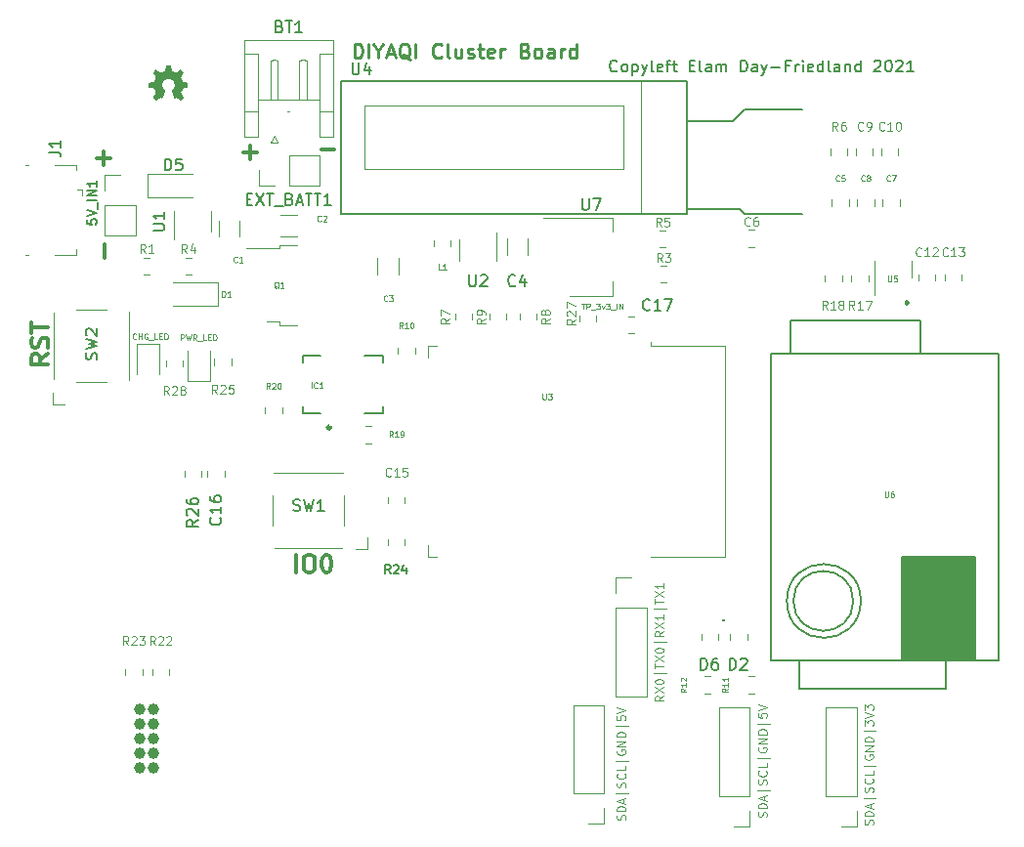
<source format=gbr>
%TF.GenerationSoftware,KiCad,Pcbnew,(5.99.0-8928-gc255dede17)*%
%TF.CreationDate,2021-04-01T15:07:53-07:00*%
%TF.ProjectId,smbpcb,736d6270-6362-42e6-9b69-6361645f7063,rev?*%
%TF.SameCoordinates,Original*%
%TF.FileFunction,Legend,Top*%
%TF.FilePolarity,Positive*%
%FSLAX46Y46*%
G04 Gerber Fmt 4.6, Leading zero omitted, Abs format (unit mm)*
G04 Created by KiCad (PCBNEW (5.99.0-8928-gc255dede17)) date 2021-04-01 15:07:53*
%MOMM*%
%LPD*%
G01*
G04 APERTURE LIST*
%ADD10C,0.000352*%
%ADD11C,0.200000*%
%ADD12C,0.100000*%
%ADD13C,0.075000*%
%ADD14C,0.300000*%
%ADD15C,0.150000*%
%ADD16C,0.250000*%
%ADD17C,0.085000*%
%ADD18C,0.120000*%
%ADD19C,0.127000*%
%ADD20C,1.000000*%
G04 APERTURE END LIST*
D10*
X64275745Y-24777130D02*
X64299028Y-24903425D01*
X64299028Y-24903425D02*
X64327195Y-25052495D01*
X64327195Y-25052495D02*
X64336570Y-25098067D01*
X64336570Y-25098067D02*
X64344184Y-25129202D01*
X64344184Y-25129202D02*
X64347653Y-25140498D01*
X64347653Y-25140498D02*
X64351070Y-25149556D01*
X64351070Y-25149556D02*
X64354563Y-25156832D01*
X64354563Y-25156832D02*
X64358262Y-25162782D01*
X64358262Y-25162782D02*
X64362296Y-25167865D01*
X64362296Y-25167865D02*
X64366793Y-25172536D01*
X64366793Y-25172536D02*
X64377698Y-25182472D01*
X64377698Y-25182472D02*
X64381336Y-25185746D01*
X64381336Y-25185746D02*
X64384809Y-25188739D01*
X64384809Y-25188739D02*
X64388267Y-25191525D01*
X64388267Y-25191525D02*
X64391858Y-25194180D01*
X64391858Y-25194180D02*
X64393751Y-25195480D01*
X64393751Y-25195480D02*
X64395733Y-25196776D01*
X64395733Y-25196776D02*
X64397823Y-25198075D01*
X64397823Y-25198075D02*
X64400041Y-25199389D01*
X64400041Y-25199389D02*
X64404930Y-25202092D01*
X64404930Y-25202092D02*
X64410550Y-25204961D01*
X64410550Y-25204961D02*
X64417051Y-25208070D01*
X64417051Y-25208070D02*
X64424582Y-25211493D01*
X64424582Y-25211493D02*
X64433292Y-25215305D01*
X64433292Y-25215305D02*
X64443331Y-25219580D01*
X64443331Y-25219580D02*
X64454848Y-25224392D01*
X64454848Y-25224392D02*
X64467992Y-25229816D01*
X64467992Y-25229816D02*
X64499759Y-25242797D01*
X64499759Y-25242797D02*
X64578561Y-25274767D01*
X64578561Y-25274767D02*
X64683556Y-25317586D01*
X64683556Y-25317586D02*
X64692807Y-25321259D01*
X64692807Y-25321259D02*
X64702137Y-25324812D01*
X64702137Y-25324812D02*
X64711294Y-25328159D01*
X64711294Y-25328159D02*
X64720024Y-25331212D01*
X64720024Y-25331212D02*
X64728077Y-25333884D01*
X64728077Y-25333884D02*
X64735199Y-25336090D01*
X64735199Y-25336090D02*
X64741140Y-25337741D01*
X64741140Y-25337741D02*
X64745645Y-25338752D01*
X64745645Y-25338752D02*
X64749869Y-25339444D01*
X64749869Y-25339444D02*
X64754433Y-25339936D01*
X64754433Y-25339936D02*
X64759280Y-25340236D01*
X64759280Y-25340236D02*
X64764353Y-25340351D01*
X64764353Y-25340351D02*
X64769596Y-25340288D01*
X64769596Y-25340288D02*
X64774952Y-25340054D01*
X64774952Y-25340054D02*
X64780363Y-25339658D01*
X64780363Y-25339658D02*
X64785773Y-25339105D01*
X64785773Y-25339105D02*
X64791126Y-25338403D01*
X64791126Y-25338403D02*
X64796364Y-25337560D01*
X64796364Y-25337560D02*
X64801430Y-25336583D01*
X64801430Y-25336583D02*
X64806268Y-25335478D01*
X64806268Y-25335478D02*
X64810820Y-25334253D01*
X64810820Y-25334253D02*
X64815030Y-25332916D01*
X64815030Y-25332916D02*
X64818842Y-25331474D01*
X64818842Y-25331474D02*
X64822198Y-25329933D01*
X64822198Y-25329933D02*
X64829649Y-25325586D01*
X64829649Y-25325586D02*
X64842322Y-25317586D01*
X64842322Y-25317586D02*
X64859584Y-25306344D01*
X64859584Y-25306344D02*
X64880803Y-25292274D01*
X64880803Y-25292274D02*
X64932579Y-25257305D01*
X64932579Y-25257305D02*
X64992589Y-25215986D01*
X64992589Y-25215986D02*
X65048240Y-25177841D01*
X65048240Y-25177841D02*
X65105478Y-25138374D01*
X65105478Y-25138374D02*
X65164039Y-25098158D01*
X65164039Y-25098158D02*
X65277987Y-25212105D01*
X65277987Y-25212105D02*
X65391934Y-25326052D01*
X65391934Y-25326052D02*
X65373236Y-25352863D01*
X65373236Y-25352863D02*
X65331609Y-25413188D01*
X65331609Y-25413188D02*
X65306429Y-25449745D01*
X65306429Y-25449745D02*
X65278340Y-25490800D01*
X65278340Y-25490800D02*
X65263837Y-25512286D01*
X65263837Y-25512286D02*
X65246192Y-25538072D01*
X65246192Y-25538072D02*
X65210606Y-25589577D01*
X65210606Y-25589577D02*
X65202848Y-25600904D01*
X65202848Y-25600904D02*
X65195304Y-25612194D01*
X65195304Y-25612194D02*
X65188158Y-25623144D01*
X65188158Y-25623144D02*
X65181590Y-25633454D01*
X65181590Y-25633454D02*
X65175783Y-25642821D01*
X65175783Y-25642821D02*
X65170919Y-25650944D01*
X65170919Y-25650944D02*
X65167179Y-25657521D01*
X65167179Y-25657521D02*
X65164745Y-25662249D01*
X65164745Y-25662249D02*
X65162844Y-25666528D01*
X65162844Y-25666528D02*
X65161110Y-25671011D01*
X65161110Y-25671011D02*
X65159545Y-25675672D01*
X65159545Y-25675672D02*
X65158152Y-25680484D01*
X65158152Y-25680484D02*
X65156933Y-25685419D01*
X65156933Y-25685419D02*
X65155890Y-25690452D01*
X65155890Y-25690452D02*
X65155024Y-25695556D01*
X65155024Y-25695556D02*
X65154338Y-25700702D01*
X65154338Y-25700702D02*
X65153834Y-25705865D01*
X65153834Y-25705865D02*
X65153514Y-25711018D01*
X65153514Y-25711018D02*
X65153380Y-25716134D01*
X65153380Y-25716134D02*
X65153434Y-25721185D01*
X65153434Y-25721185D02*
X65153678Y-25726146D01*
X65153678Y-25726146D02*
X65154115Y-25730989D01*
X65154115Y-25730989D02*
X65154745Y-25735687D01*
X65154745Y-25735687D02*
X65155573Y-25740213D01*
X65155573Y-25740213D02*
X65163124Y-25761597D01*
X65163124Y-25761597D02*
X65180069Y-25803862D01*
X65180069Y-25803862D02*
X65230097Y-25922908D01*
X65230097Y-25922908D02*
X65281581Y-26041094D01*
X65281581Y-26041094D02*
X65300344Y-26082284D01*
X65300344Y-26082284D02*
X65310442Y-26102163D01*
X65310442Y-26102163D02*
X65312945Y-26105578D01*
X65312945Y-26105578D02*
X65315800Y-26109055D01*
X65315800Y-26109055D02*
X65318969Y-26112567D01*
X65318969Y-26112567D02*
X65322415Y-26116087D01*
X65322415Y-26116087D02*
X65326100Y-26119586D01*
X65326100Y-26119586D02*
X65329988Y-26123036D01*
X65329988Y-26123036D02*
X65334042Y-26126410D01*
X65334042Y-26126410D02*
X65338223Y-26129680D01*
X65338223Y-26129680D02*
X65342496Y-26132817D01*
X65342496Y-26132817D02*
X65346822Y-26135794D01*
X65346822Y-26135794D02*
X65351165Y-26138583D01*
X65351165Y-26138583D02*
X65355488Y-26141156D01*
X65355488Y-26141156D02*
X65359752Y-26143485D01*
X65359752Y-26143485D02*
X65363921Y-26145543D01*
X65363921Y-26145543D02*
X65367958Y-26147300D01*
X65367958Y-26147300D02*
X65371826Y-26148730D01*
X65371826Y-26148730D02*
X65377083Y-26150153D01*
X65377083Y-26150153D02*
X65386174Y-26152241D01*
X65386174Y-26152241D02*
X65413850Y-26158035D01*
X65413850Y-26158035D02*
X65450853Y-26165349D01*
X65450853Y-26165349D02*
X65493181Y-26173425D01*
X65493181Y-26173425D02*
X65591826Y-26191504D01*
X65591826Y-26191504D02*
X65680153Y-26207997D01*
X65680153Y-26207997D02*
X65761292Y-26223166D01*
X65761292Y-26223166D02*
X65762350Y-26384033D01*
X65762350Y-26384033D02*
X65762615Y-26473098D01*
X65762615Y-26473098D02*
X65762474Y-26501644D01*
X65762474Y-26501644D02*
X65762086Y-26521616D01*
X65762086Y-26521616D02*
X65761399Y-26534577D01*
X65761399Y-26534577D02*
X65760366Y-26542088D01*
X65760366Y-26542088D02*
X65759703Y-26544289D01*
X65759703Y-26544289D02*
X65758936Y-26545714D01*
X65758936Y-26545714D02*
X65758056Y-26546558D01*
X65758056Y-26546558D02*
X65757059Y-26547016D01*
X65757059Y-26547016D02*
X65743190Y-26549844D01*
X65743190Y-26549844D02*
X65710139Y-26556144D01*
X65710139Y-26556144D02*
X65606070Y-26575591D01*
X65606070Y-26575591D02*
X65425448Y-26609105D01*
X65425448Y-26609105D02*
X65417793Y-26610550D01*
X65417793Y-26610550D02*
X65410047Y-26612197D01*
X65410047Y-26612197D02*
X65402417Y-26613985D01*
X65402417Y-26613985D02*
X65395109Y-26615852D01*
X65395109Y-26615852D02*
X65388330Y-26617735D01*
X65388330Y-26617735D02*
X65382288Y-26619573D01*
X65382288Y-26619573D02*
X65377187Y-26621303D01*
X65377187Y-26621303D02*
X65373236Y-26622863D01*
X65373236Y-26622863D02*
X65369245Y-26624792D01*
X65369245Y-26624792D02*
X65365103Y-26627113D01*
X65365103Y-26627113D02*
X65360850Y-26629790D01*
X65360850Y-26629790D02*
X65356524Y-26632785D01*
X65356524Y-26632785D02*
X65352165Y-26636062D01*
X65352165Y-26636062D02*
X65347812Y-26639582D01*
X65347812Y-26639582D02*
X65343504Y-26643309D01*
X65343504Y-26643309D02*
X65339282Y-26647205D01*
X65339282Y-26647205D02*
X65335183Y-26651234D01*
X65335183Y-26651234D02*
X65331248Y-26655357D01*
X65331248Y-26655357D02*
X65327515Y-26659539D01*
X65327515Y-26659539D02*
X65324024Y-26663741D01*
X65324024Y-26663741D02*
X65320814Y-26667927D01*
X65320814Y-26667927D02*
X65317925Y-26672059D01*
X65317925Y-26672059D02*
X65315395Y-26676100D01*
X65315395Y-26676100D02*
X65313264Y-26680013D01*
X65313264Y-26680013D02*
X65310192Y-26686698D01*
X65310192Y-26686698D02*
X65304627Y-26699626D01*
X65304627Y-26699626D02*
X65287291Y-26741132D01*
X65287291Y-26741132D02*
X65263804Y-26798381D01*
X65263804Y-26798381D02*
X65236711Y-26865222D01*
X65236711Y-26865222D02*
X65168626Y-27034202D01*
X65168626Y-27034202D02*
X65168626Y-27073008D01*
X65168626Y-27073008D02*
X65168735Y-27088016D01*
X65168735Y-27088016D02*
X65168958Y-27094391D01*
X65168958Y-27094391D02*
X65169370Y-27100205D01*
X65169370Y-27100205D02*
X65170027Y-27105601D01*
X65170027Y-27105601D02*
X65170988Y-27110723D01*
X65170988Y-27110723D02*
X65171600Y-27113227D01*
X65171600Y-27113227D02*
X65172310Y-27115715D01*
X65172310Y-27115715D02*
X65173124Y-27118208D01*
X65173124Y-27118208D02*
X65174050Y-27120721D01*
X65174050Y-27120721D02*
X65176265Y-27125884D01*
X65176265Y-27125884D02*
X65179013Y-27131347D01*
X65179013Y-27131347D02*
X65182351Y-27137255D01*
X65182351Y-27137255D02*
X65186336Y-27143751D01*
X65186336Y-27143751D02*
X65191027Y-27150978D01*
X65191027Y-27150978D02*
X65196479Y-27159081D01*
X65196479Y-27159081D02*
X65209901Y-27178488D01*
X65209901Y-27178488D02*
X65236006Y-27216632D01*
X65236006Y-27216632D02*
X65250779Y-27238267D01*
X65250779Y-27238267D02*
X65264228Y-27258216D01*
X65264228Y-27258216D02*
X65292318Y-27299271D01*
X65292318Y-27299271D02*
X65317498Y-27335827D01*
X65317498Y-27335827D02*
X65366534Y-27406736D01*
X65366534Y-27406736D02*
X65392287Y-27444130D01*
X65392287Y-27444130D02*
X65278340Y-27557724D01*
X65278340Y-27557724D02*
X65164392Y-27671672D01*
X65164392Y-27671672D02*
X65021870Y-27573600D01*
X65021870Y-27573600D02*
X64964703Y-27534568D01*
X64964703Y-27534568D02*
X64914317Y-27500795D01*
X64914317Y-27500795D02*
X64876167Y-27475819D01*
X64876167Y-27475819D02*
X64863386Y-27467736D01*
X64863386Y-27467736D02*
X64855711Y-27463180D01*
X64855711Y-27463180D02*
X64848252Y-27459524D01*
X64848252Y-27459524D02*
X64844985Y-27458010D01*
X64844985Y-27458010D02*
X64841942Y-27456687D01*
X64841942Y-27456687D02*
X64839061Y-27455541D01*
X64839061Y-27455541D02*
X64836277Y-27454560D01*
X64836277Y-27454560D02*
X64833529Y-27453730D01*
X64833529Y-27453730D02*
X64830753Y-27453038D01*
X64830753Y-27453038D02*
X64827885Y-27452469D01*
X64827885Y-27452469D02*
X64824864Y-27452011D01*
X64824864Y-27452011D02*
X64821626Y-27451650D01*
X64821626Y-27451650D02*
X64818108Y-27451373D01*
X64818108Y-27451373D02*
X64814246Y-27451166D01*
X64814246Y-27451166D02*
X64809979Y-27451016D01*
X64809979Y-27451016D02*
X64799973Y-27450833D01*
X64799973Y-27450833D02*
X64767870Y-27450833D01*
X64767870Y-27450833D02*
X64717070Y-27476938D01*
X64717070Y-27476938D02*
X64697105Y-27486992D01*
X64697105Y-27486992D02*
X64680646Y-27494930D01*
X64680646Y-27494930D02*
X64674247Y-27497857D01*
X64674247Y-27497857D02*
X64669346Y-27499957D01*
X64669346Y-27499957D02*
X64666147Y-27501131D01*
X64666147Y-27501131D02*
X64665251Y-27501340D01*
X64665251Y-27501340D02*
X64664859Y-27501280D01*
X64664859Y-27501280D02*
X64663940Y-27499433D01*
X64663940Y-27499433D02*
X64661805Y-27494638D01*
X64661805Y-27494638D02*
X64654452Y-27477512D01*
X64654452Y-27477512D02*
X64643924Y-27452514D01*
X64643924Y-27452514D02*
X64631345Y-27422258D01*
X64631345Y-27422258D02*
X64434407Y-26943627D01*
X64434407Y-26943627D02*
X64420829Y-26908491D01*
X64420829Y-26908491D02*
X64415544Y-26892132D01*
X64415544Y-26892132D02*
X64415568Y-26887035D01*
X64415568Y-26887035D02*
X64417915Y-26885683D01*
X64417915Y-26885683D02*
X64419521Y-26884421D01*
X64419521Y-26884421D02*
X64421635Y-26882800D01*
X64421635Y-26882800D02*
X64427043Y-26878759D01*
X64427043Y-26878759D02*
X64430162Y-26876481D01*
X64430162Y-26876481D02*
X64433442Y-26874124D01*
X64433442Y-26874124D02*
X64436797Y-26871758D01*
X64436797Y-26871758D02*
X64440139Y-26869455D01*
X64440139Y-26869455D02*
X64461494Y-26853834D01*
X64461494Y-26853834D02*
X64482139Y-26837170D01*
X64482139Y-26837170D02*
X64502036Y-26819523D01*
X64502036Y-26819523D02*
X64521146Y-26800950D01*
X64521146Y-26800950D02*
X64539429Y-26781509D01*
X64539429Y-26781509D02*
X64556845Y-26761257D01*
X64556845Y-26761257D02*
X64573357Y-26740253D01*
X64573357Y-26740253D02*
X64588923Y-26718554D01*
X64588923Y-26718554D02*
X64603506Y-26696219D01*
X64603506Y-26696219D02*
X64617066Y-26673305D01*
X64617066Y-26673305D02*
X64629563Y-26649870D01*
X64629563Y-26649870D02*
X64640958Y-26625972D01*
X64640958Y-26625972D02*
X64651212Y-26601669D01*
X64651212Y-26601669D02*
X64660287Y-26577019D01*
X64660287Y-26577019D02*
X64668141Y-26552079D01*
X64668141Y-26552079D02*
X64674737Y-26526908D01*
X64674737Y-26526908D02*
X64679410Y-26505976D01*
X64679410Y-26505976D02*
X64683154Y-26486454D01*
X64683154Y-26486454D02*
X64686029Y-26467767D01*
X64686029Y-26467767D02*
X64687160Y-26458557D01*
X64687160Y-26458557D02*
X64688098Y-26449341D01*
X64688098Y-26449341D02*
X64689423Y-26430600D01*
X64689423Y-26430600D02*
X64690066Y-26410971D01*
X64690066Y-26410971D02*
X64690089Y-26389878D01*
X64690089Y-26389878D02*
X64689553Y-26366747D01*
X64689553Y-26366747D02*
X64688200Y-26338429D01*
X64688200Y-26338429D02*
X64687188Y-26324977D01*
X64687188Y-26324977D02*
X64685937Y-26311923D01*
X64685937Y-26311923D02*
X64684439Y-26299212D01*
X64684439Y-26299212D02*
X64682682Y-26286789D01*
X64682682Y-26286789D02*
X64680657Y-26274600D01*
X64680657Y-26274600D02*
X64678353Y-26262589D01*
X64678353Y-26262589D02*
X64675759Y-26250703D01*
X64675759Y-26250703D02*
X64672865Y-26238885D01*
X64672865Y-26238885D02*
X64669662Y-26227083D01*
X64669662Y-26227083D02*
X64666138Y-26215240D01*
X64666138Y-26215240D02*
X64662283Y-26203302D01*
X64662283Y-26203302D02*
X64658087Y-26191214D01*
X64658087Y-26191214D02*
X64648631Y-26166369D01*
X64648631Y-26166369D02*
X64635928Y-26137219D01*
X64635928Y-26137219D02*
X64621549Y-26108818D01*
X64621549Y-26108818D02*
X64605574Y-26081238D01*
X64605574Y-26081238D02*
X64588080Y-26054549D01*
X64588080Y-26054549D02*
X64569145Y-26028824D01*
X64569145Y-26028824D02*
X64548848Y-26004134D01*
X64548848Y-26004134D02*
X64527266Y-25980549D01*
X64527266Y-25980549D02*
X64504477Y-25958142D01*
X64504477Y-25958142D02*
X64480560Y-25936983D01*
X64480560Y-25936983D02*
X64455592Y-25917144D01*
X64455592Y-25917144D02*
X64429652Y-25898696D01*
X64429652Y-25898696D02*
X64402817Y-25881710D01*
X64402817Y-25881710D02*
X64375165Y-25866259D01*
X64375165Y-25866259D02*
X64346775Y-25852412D01*
X64346775Y-25852412D02*
X64317725Y-25840242D01*
X64317725Y-25840242D02*
X64288092Y-25829819D01*
X64288092Y-25829819D02*
X64263383Y-25822301D01*
X64263383Y-25822301D02*
X64252130Y-25819124D01*
X64252130Y-25819124D02*
X64241426Y-25816309D01*
X64241426Y-25816309D02*
X64231132Y-25813834D01*
X64231132Y-25813834D02*
X64221107Y-25811680D01*
X64221107Y-25811680D02*
X64211213Y-25809828D01*
X64211213Y-25809828D02*
X64201309Y-25808255D01*
X64201309Y-25808255D02*
X64191256Y-25806944D01*
X64191256Y-25806944D02*
X64180915Y-25805872D01*
X64180915Y-25805872D02*
X64170147Y-25805021D01*
X64170147Y-25805021D02*
X64158810Y-25804369D01*
X64158810Y-25804369D02*
X64133877Y-25803586D01*
X64133877Y-25803586D02*
X64105001Y-25803361D01*
X64105001Y-25803361D02*
X64075451Y-25803618D01*
X64075451Y-25803618D02*
X64049846Y-25804496D01*
X64049846Y-25804496D02*
X64038184Y-25805217D01*
X64038184Y-25805217D02*
X64027101Y-25806151D01*
X64027101Y-25806151D02*
X64016464Y-25807319D01*
X64016464Y-25807319D02*
X64006135Y-25808740D01*
X64006135Y-25808740D02*
X63995979Y-25810435D01*
X63995979Y-25810435D02*
X63985862Y-25812421D01*
X63985862Y-25812421D02*
X63975648Y-25814720D01*
X63975648Y-25814720D02*
X63965201Y-25817350D01*
X63965201Y-25817350D02*
X63943069Y-25823685D01*
X63943069Y-25823685D02*
X63918381Y-25831583D01*
X63918381Y-25831583D02*
X63884147Y-25844207D01*
X63884147Y-25844207D02*
X63850952Y-25858872D01*
X63850952Y-25858872D02*
X63818873Y-25875495D01*
X63818873Y-25875495D02*
X63787991Y-25893991D01*
X63787991Y-25893991D02*
X63758385Y-25914278D01*
X63758385Y-25914278D02*
X63730132Y-25936271D01*
X63730132Y-25936271D02*
X63703313Y-25959887D01*
X63703313Y-25959887D02*
X63678007Y-25985041D01*
X63678007Y-25985041D02*
X63654293Y-26011651D01*
X63654293Y-26011651D02*
X63632249Y-26039632D01*
X63632249Y-26039632D02*
X63611955Y-26068901D01*
X63611955Y-26068901D02*
X63593489Y-26099374D01*
X63593489Y-26099374D02*
X63576932Y-26130968D01*
X63576932Y-26130968D02*
X63562362Y-26163598D01*
X63562362Y-26163598D02*
X63549857Y-26197181D01*
X63549857Y-26197181D02*
X63539498Y-26231633D01*
X63539498Y-26231633D02*
X63534051Y-26253010D01*
X63534051Y-26253010D02*
X63529791Y-26271420D01*
X63529791Y-26271420D02*
X63528063Y-26279906D01*
X63528063Y-26279906D02*
X63526581Y-26288126D01*
X63526581Y-26288126D02*
X63525327Y-26296235D01*
X63525327Y-26296235D02*
X63524284Y-26304393D01*
X63524284Y-26304393D02*
X63523436Y-26312758D01*
X63523436Y-26312758D02*
X63522765Y-26321488D01*
X63522765Y-26321488D02*
X63522254Y-26330741D01*
X63522254Y-26330741D02*
X63521886Y-26340674D01*
X63521886Y-26340674D02*
X63521512Y-26363218D01*
X63521512Y-26363218D02*
X63521506Y-26390383D01*
X63521506Y-26390383D02*
X63521565Y-26412568D01*
X63521565Y-26412568D02*
X63521782Y-26430941D01*
X63521782Y-26430941D02*
X63522213Y-26446255D01*
X63522213Y-26446255D02*
X63522917Y-26459263D01*
X63522917Y-26459263D02*
X63523952Y-26470716D01*
X63523952Y-26470716D02*
X63525376Y-26481366D01*
X63525376Y-26481366D02*
X63527246Y-26491968D01*
X63527246Y-26491968D02*
X63529620Y-26503272D01*
X63529620Y-26503272D02*
X63536389Y-26531748D01*
X63536389Y-26531748D02*
X63544383Y-26559616D01*
X63544383Y-26559616D02*
X63553586Y-26586853D01*
X63553586Y-26586853D02*
X63563983Y-26613438D01*
X63563983Y-26613438D02*
X63575558Y-26639349D01*
X63575558Y-26639349D02*
X63588295Y-26664564D01*
X63588295Y-26664564D02*
X63602180Y-26689062D01*
X63602180Y-26689062D02*
X63617197Y-26712822D01*
X63617197Y-26712822D02*
X63633330Y-26735820D01*
X63633330Y-26735820D02*
X63650564Y-26758037D01*
X63650564Y-26758037D02*
X63668882Y-26779449D01*
X63668882Y-26779449D02*
X63688271Y-26800035D01*
X63688271Y-26800035D02*
X63708714Y-26819774D01*
X63708714Y-26819774D02*
X63730195Y-26838643D01*
X63730195Y-26838643D02*
X63752699Y-26856622D01*
X63752699Y-26856622D02*
X63776212Y-26873688D01*
X63776212Y-26873688D02*
X63780595Y-26876718D01*
X63780595Y-26876718D02*
X63784689Y-26879669D01*
X63784689Y-26879669D02*
X63788403Y-26882463D01*
X63788403Y-26882463D02*
X63791646Y-26885021D01*
X63791646Y-26885021D02*
X63794326Y-26887265D01*
X63794326Y-26887265D02*
X63796353Y-26889117D01*
X63796353Y-26889117D02*
X63797093Y-26889871D01*
X63797093Y-26889871D02*
X63797636Y-26890497D01*
X63797636Y-26890497D02*
X63797970Y-26890986D01*
X63797970Y-26890986D02*
X63798084Y-26891327D01*
X63798084Y-26891327D02*
X63798023Y-26891672D01*
X63798023Y-26891672D02*
X63797843Y-26892298D01*
X63797843Y-26892298D02*
X63797152Y-26894331D01*
X63797152Y-26894331D02*
X63796056Y-26897299D01*
X63796056Y-26897299D02*
X63794600Y-26901073D01*
X63794600Y-26901073D02*
X63792830Y-26905524D01*
X63792830Y-26905524D02*
X63790791Y-26910526D01*
X63790791Y-26910526D02*
X63788529Y-26915949D01*
X63788529Y-26915949D02*
X63786090Y-26921666D01*
X63786090Y-26921666D02*
X63779100Y-26937988D01*
X63779100Y-26937988D02*
X63769068Y-26962015D01*
X63769068Y-26962015D02*
X63745167Y-27020091D01*
X63745167Y-27020091D02*
X63720826Y-27079181D01*
X63720826Y-27079181D02*
X63702834Y-27122397D01*
X63702834Y-27122397D02*
X63684842Y-27165480D01*
X63684842Y-27165480D02*
X63660501Y-27224702D01*
X63660501Y-27224702D02*
X63636159Y-27283792D01*
X63636159Y-27283792D02*
X63618167Y-27327008D01*
X63618167Y-27327008D02*
X63600176Y-27370091D01*
X63600176Y-27370091D02*
X63575834Y-27429313D01*
X63575834Y-27429313D02*
X63564495Y-27456830D01*
X63564495Y-27456830D02*
X63554976Y-27479584D01*
X63554976Y-27479584D02*
X63548301Y-27495195D01*
X63548301Y-27495195D02*
X63545495Y-27501280D01*
X63545495Y-27501280D02*
X63545331Y-27501343D01*
X63545331Y-27501343D02*
X63545040Y-27501336D01*
X63545040Y-27501336D02*
X63544090Y-27501117D01*
X63544090Y-27501117D02*
X63542670Y-27500636D01*
X63542670Y-27500636D02*
X63540804Y-27499907D01*
X63540804Y-27499907D02*
X63535840Y-27497764D01*
X63535840Y-27497764D02*
X63529400Y-27494798D01*
X63529400Y-27494798D02*
X63521686Y-27491120D01*
X63521686Y-27491120D02*
X63512902Y-27486844D01*
X63512902Y-27486844D02*
X63492931Y-27476938D01*
X63492931Y-27476938D02*
X63442131Y-27450833D01*
X63442131Y-27450833D02*
X63411087Y-27450833D01*
X63411087Y-27450833D02*
X63395784Y-27450833D01*
X63395784Y-27450833D02*
X63392488Y-27450922D01*
X63392488Y-27450922D02*
X63389294Y-27451108D01*
X63389294Y-27451108D02*
X63386146Y-27451422D01*
X63386146Y-27451422D02*
X63382991Y-27451897D01*
X63382991Y-27451897D02*
X63379774Y-27452561D01*
X63379774Y-27452561D02*
X63376439Y-27453448D01*
X63376439Y-27453448D02*
X63372932Y-27454587D01*
X63372932Y-27454587D02*
X63369198Y-27456011D01*
X63369198Y-27456011D02*
X63365182Y-27457749D01*
X63365182Y-27457749D02*
X63360829Y-27459833D01*
X63360829Y-27459833D02*
X63356085Y-27462295D01*
X63356085Y-27462295D02*
X63350894Y-27465164D01*
X63350894Y-27465164D02*
X63345202Y-27468473D01*
X63345202Y-27468473D02*
X63338954Y-27472252D01*
X63338954Y-27472252D02*
X63324570Y-27481346D01*
X63324570Y-27481346D02*
X63307304Y-27492694D01*
X63307304Y-27492694D02*
X63286716Y-27506544D01*
X63286716Y-27506544D02*
X63262368Y-27523146D01*
X63262368Y-27523146D02*
X63233822Y-27542747D01*
X63233822Y-27542747D02*
X63162378Y-27591944D01*
X63162378Y-27591944D02*
X63124896Y-27617653D01*
X63124896Y-27617653D02*
X63104335Y-27631681D01*
X63104335Y-27631681D02*
X63085826Y-27644155D01*
X63085826Y-27644155D02*
X63045962Y-27671672D01*
X63045962Y-27671672D02*
X62932015Y-27558077D01*
X62932015Y-27558077D02*
X62818067Y-27444130D01*
X62818067Y-27444130D02*
X62847701Y-27401444D01*
X62847701Y-27401444D02*
X62966532Y-27227976D01*
X62966532Y-27227976D02*
X63001775Y-27175039D01*
X63001775Y-27175039D02*
X63024442Y-27138448D01*
X63024442Y-27138448D02*
X63031889Y-27124833D01*
X63031889Y-27124833D02*
X63037188Y-27113565D01*
X63037188Y-27113565D02*
X63040669Y-27104064D01*
X63040669Y-27104064D02*
X63042665Y-27095751D01*
X63042665Y-27095751D02*
X63043508Y-27088045D01*
X63043508Y-27088045D02*
X63043530Y-27080368D01*
X63043530Y-27080368D02*
X63042434Y-27062777D01*
X63042434Y-27062777D02*
X63042072Y-27057853D01*
X63042072Y-27057853D02*
X63041589Y-27053102D01*
X63041589Y-27053102D02*
X63040898Y-27048274D01*
X63040898Y-27048274D02*
X63039909Y-27043121D01*
X63039909Y-27043121D02*
X63038537Y-27037393D01*
X63038537Y-27037393D02*
X63036692Y-27030841D01*
X63036692Y-27030841D02*
X63034287Y-27023217D01*
X63034287Y-27023217D02*
X63031233Y-27014270D01*
X63031233Y-27014270D02*
X63027444Y-27003753D01*
X63027444Y-27003753D02*
X63022831Y-26991415D01*
X63022831Y-26991415D02*
X63017307Y-26977009D01*
X63017307Y-26977009D02*
X63010783Y-26960284D01*
X63010783Y-26960284D02*
X62994386Y-26918884D01*
X62994386Y-26918884D02*
X62972937Y-26865222D01*
X62972937Y-26865222D02*
X62922534Y-26741132D01*
X62922534Y-26741132D02*
X62905319Y-26699626D01*
X62905319Y-26699626D02*
X62896737Y-26680013D01*
X62896737Y-26680013D02*
X62894606Y-26676100D01*
X62894606Y-26676100D02*
X62892075Y-26672059D01*
X62892075Y-26672059D02*
X62889184Y-26667927D01*
X62889184Y-26667927D02*
X62885971Y-26663741D01*
X62885971Y-26663741D02*
X62882475Y-26659539D01*
X62882475Y-26659539D02*
X62878735Y-26655357D01*
X62878735Y-26655357D02*
X62874788Y-26651234D01*
X62874788Y-26651234D02*
X62870675Y-26647205D01*
X62870675Y-26647205D02*
X62866434Y-26643309D01*
X62866434Y-26643309D02*
X62862103Y-26639582D01*
X62862103Y-26639582D02*
X62857722Y-26636062D01*
X62857722Y-26636062D02*
X62853329Y-26632785D01*
X62853329Y-26632785D02*
X62848962Y-26629790D01*
X62848962Y-26629790D02*
X62844661Y-26627113D01*
X62844661Y-26627113D02*
X62840465Y-26624792D01*
X62840465Y-26624792D02*
X62836412Y-26622863D01*
X62836412Y-26622863D02*
X62833845Y-26621923D01*
X62833845Y-26621923D02*
X62829636Y-26620701D01*
X62829636Y-26620701D02*
X62816601Y-26617472D01*
X62816601Y-26617472D02*
X62797927Y-26613301D01*
X62797927Y-26613301D02*
X62774235Y-26608311D01*
X62774235Y-26608311D02*
X62714273Y-26596372D01*
X62714273Y-26596372D02*
X62641678Y-26582647D01*
X62641678Y-26582647D02*
X62454706Y-26547369D01*
X62454706Y-26547369D02*
X62446945Y-26545605D01*
X62446945Y-26545605D02*
X62447651Y-26384386D01*
X62447651Y-26384386D02*
X62448709Y-26223166D01*
X62448709Y-26223166D02*
X62633917Y-26188947D01*
X62633917Y-26188947D02*
X62707284Y-26175017D01*
X62707284Y-26175017D02*
X62770001Y-26162709D01*
X62770001Y-26162709D02*
X62815388Y-26153377D01*
X62815388Y-26153377D02*
X62836764Y-26148377D01*
X62836764Y-26148377D02*
X62840822Y-26146947D01*
X62840822Y-26146947D02*
X62845033Y-26145190D01*
X62845033Y-26145190D02*
X62849361Y-26143133D01*
X62849361Y-26143133D02*
X62853769Y-26140804D01*
X62853769Y-26140804D02*
X62858221Y-26138231D01*
X62858221Y-26138231D02*
X62862679Y-26135442D01*
X62862679Y-26135442D02*
X62867107Y-26132465D01*
X62867107Y-26132465D02*
X62871469Y-26129327D01*
X62871469Y-26129327D02*
X62875727Y-26126058D01*
X62875727Y-26126058D02*
X62879845Y-26122684D01*
X62879845Y-26122684D02*
X62883787Y-26119233D01*
X62883787Y-26119233D02*
X62887515Y-26115734D01*
X62887515Y-26115734D02*
X62890993Y-26112215D01*
X62890993Y-26112215D02*
X62894184Y-26108702D01*
X62894184Y-26108702D02*
X62897052Y-26105225D01*
X62897052Y-26105225D02*
X62899559Y-26101811D01*
X62899559Y-26101811D02*
X62909657Y-26081948D01*
X62909657Y-26081948D02*
X62928415Y-26040802D01*
X62928415Y-26040802D02*
X62979860Y-25922776D01*
X62979860Y-25922776D02*
X63029784Y-25803956D01*
X63029784Y-25803956D02*
X63046640Y-25761818D01*
X63046640Y-25761818D02*
X63054076Y-25740566D01*
X63054076Y-25740566D02*
X63054965Y-25735978D01*
X63054965Y-25735978D02*
X63055651Y-25731225D01*
X63055651Y-25731225D02*
X63056136Y-25726335D01*
X63056136Y-25726335D02*
X63056424Y-25721334D01*
X63056424Y-25721334D02*
X63056517Y-25716249D01*
X63056517Y-25716249D02*
X63056420Y-25711104D01*
X63056420Y-25711104D02*
X63056134Y-25705928D01*
X63056134Y-25705928D02*
X63055663Y-25700746D01*
X63055663Y-25700746D02*
X63055010Y-25695585D01*
X63055010Y-25695585D02*
X63054179Y-25690471D01*
X63054179Y-25690471D02*
X63053172Y-25685430D01*
X63053172Y-25685430D02*
X63051992Y-25680489D01*
X63051992Y-25680489D02*
X63050643Y-25675674D01*
X63050643Y-25675674D02*
X63049127Y-25671012D01*
X63049127Y-25671012D02*
X63047448Y-25666528D01*
X63047448Y-25666528D02*
X63045609Y-25662249D01*
X63045609Y-25662249D02*
X63044477Y-25660009D01*
X63044477Y-25660009D02*
X63042823Y-25657024D01*
X63042823Y-25657024D02*
X63038074Y-25649020D01*
X63038074Y-25649020D02*
X63031613Y-25638635D01*
X63031613Y-25638635D02*
X63023693Y-25626266D01*
X63023693Y-25626266D02*
X63014565Y-25612309D01*
X63014565Y-25612309D02*
X63004483Y-25597162D01*
X63004483Y-25597162D02*
X62993698Y-25581221D01*
X62993698Y-25581221D02*
X62982462Y-25564883D01*
X62982462Y-25564883D02*
X62848362Y-25369268D01*
X62848362Y-25369268D02*
X62826143Y-25335787D01*
X62826143Y-25335787D02*
X62822001Y-25328848D01*
X62822001Y-25328848D02*
X62820890Y-25326052D01*
X62820890Y-25326052D02*
X62821471Y-25325202D01*
X62821471Y-25325202D02*
X62823178Y-25323222D01*
X62823178Y-25323222D02*
X62829742Y-25316114D01*
X62829742Y-25316114D02*
X62840126Y-25305210D01*
X62840126Y-25305210D02*
X62853874Y-25290995D01*
X62853874Y-25290995D02*
X62870533Y-25273952D01*
X62870533Y-25273952D02*
X62889648Y-25254565D01*
X62889648Y-25254565D02*
X62910764Y-25233318D01*
X62910764Y-25233318D02*
X62933426Y-25210694D01*
X62933426Y-25210694D02*
X63045962Y-25098158D01*
X63045962Y-25098158D02*
X63102053Y-25136611D01*
X63102053Y-25136611D02*
X63222351Y-25219161D01*
X63222351Y-25219161D02*
X63331006Y-25293597D01*
X63331006Y-25293597D02*
X63347452Y-25304886D01*
X63347452Y-25304886D02*
X63361433Y-25314058D01*
X63361433Y-25314058D02*
X63367671Y-25317933D01*
X63367671Y-25317933D02*
X63373497Y-25321378D01*
X63373497Y-25321378D02*
X63378979Y-25324426D01*
X63378979Y-25324426D02*
X63384187Y-25327111D01*
X63384187Y-25327111D02*
X63389189Y-25329464D01*
X63389189Y-25329464D02*
X63394051Y-25331520D01*
X63394051Y-25331520D02*
X63398844Y-25333312D01*
X63398844Y-25333312D02*
X63403634Y-25334872D01*
X63403634Y-25334872D02*
X63408491Y-25336233D01*
X63408491Y-25336233D02*
X63413482Y-25337429D01*
X63413482Y-25337429D02*
X63418675Y-25338493D01*
X63418675Y-25338493D02*
X63424139Y-25339458D01*
X63424139Y-25339458D02*
X63430469Y-25340412D01*
X63430469Y-25340412D02*
X63436444Y-25341085D01*
X63436444Y-25341085D02*
X63439400Y-25341284D01*
X63439400Y-25341284D02*
X63442388Y-25341372D01*
X63442388Y-25341372D02*
X63445449Y-25341338D01*
X63445449Y-25341338D02*
X63448625Y-25341167D01*
X63448625Y-25341167D02*
X63451954Y-25340846D01*
X63451954Y-25340846D02*
X63455477Y-25340361D01*
X63455477Y-25340361D02*
X63459235Y-25339701D01*
X63459235Y-25339701D02*
X63463269Y-25338850D01*
X63463269Y-25338850D02*
X63467618Y-25337797D01*
X63467618Y-25337797D02*
X63472324Y-25336527D01*
X63472324Y-25336527D02*
X63477426Y-25335027D01*
X63477426Y-25335027D02*
X63482965Y-25333284D01*
X63482965Y-25333284D02*
X63488982Y-25331285D01*
X63488982Y-25331285D02*
X63495517Y-25329017D01*
X63495517Y-25329017D02*
X63510301Y-25323617D01*
X63510301Y-25323617D02*
X63527643Y-25316980D01*
X63527643Y-25316980D02*
X63547865Y-25308998D01*
X63547865Y-25308998D02*
X63571291Y-25299565D01*
X63571291Y-25299565D02*
X63598245Y-25288574D01*
X63598245Y-25288574D02*
X63664028Y-25261494D01*
X63664028Y-25261494D02*
X63741639Y-25229744D01*
X63741639Y-25229744D02*
X63763141Y-25220959D01*
X63763141Y-25220959D02*
X63780037Y-25213902D01*
X63780037Y-25213902D02*
X63793146Y-25208152D01*
X63793146Y-25208152D02*
X63803287Y-25203286D01*
X63803287Y-25203286D02*
X63807501Y-25201053D01*
X63807501Y-25201053D02*
X63811279Y-25198883D01*
X63811279Y-25198883D02*
X63814724Y-25196723D01*
X63814724Y-25196723D02*
X63817939Y-25194521D01*
X63817939Y-25194521D02*
X63824086Y-25189779D01*
X63824086Y-25189779D02*
X63830539Y-25184236D01*
X63830539Y-25184236D02*
X63835885Y-25179339D01*
X63835885Y-25179339D02*
X63840713Y-25174616D01*
X63840713Y-25174616D02*
X63842949Y-25172277D01*
X63842949Y-25172277D02*
X63845074Y-25169931D01*
X63845074Y-25169931D02*
X63847096Y-25167562D01*
X63847096Y-25167562D02*
X63849022Y-25165153D01*
X63849022Y-25165153D02*
X63850857Y-25162686D01*
X63850857Y-25162686D02*
X63852607Y-25160147D01*
X63852607Y-25160147D02*
X63854281Y-25157517D01*
X63854281Y-25157517D02*
X63855884Y-25154780D01*
X63855884Y-25154780D02*
X63857422Y-25151920D01*
X63857422Y-25151920D02*
X63858902Y-25148919D01*
X63858902Y-25148919D02*
X63860332Y-25145762D01*
X63860332Y-25145762D02*
X63861716Y-25142431D01*
X63861716Y-25142431D02*
X63863062Y-25138911D01*
X63863062Y-25138911D02*
X63864377Y-25135183D01*
X63864377Y-25135183D02*
X63865666Y-25131232D01*
X63865666Y-25131232D02*
X63866937Y-25127040D01*
X63866937Y-25127040D02*
X63869448Y-25117870D01*
X63869448Y-25117870D02*
X63871963Y-25107540D01*
X63871963Y-25107540D02*
X63874534Y-25095915D01*
X63874534Y-25095915D02*
X63877213Y-25082863D01*
X63877213Y-25082863D02*
X63880052Y-25068250D01*
X63880052Y-25068250D02*
X63883103Y-25051944D01*
X63883103Y-25051944D02*
X63907092Y-24922827D01*
X63907092Y-24922827D02*
X63932140Y-24787714D01*
X63932140Y-24787714D02*
X63943781Y-24725272D01*
X63943781Y-24725272D02*
X64105001Y-24725272D01*
X64105001Y-24725272D02*
X64265867Y-24725272D01*
X64265867Y-24725272D02*
X64275745Y-24777130D01*
X64275745Y-24777130D02*
X64275745Y-24777130D01*
G36*
X64275745Y-24777130D02*
G01*
X64299028Y-24903425D01*
X64327195Y-25052495D01*
X64336570Y-25098067D01*
X64344184Y-25129202D01*
X64347653Y-25140498D01*
X64351070Y-25149556D01*
X64354563Y-25156832D01*
X64358262Y-25162782D01*
X64362296Y-25167865D01*
X64366793Y-25172536D01*
X64377698Y-25182472D01*
X64381336Y-25185746D01*
X64384809Y-25188739D01*
X64388267Y-25191525D01*
X64391858Y-25194180D01*
X64393751Y-25195480D01*
X64395733Y-25196776D01*
X64397823Y-25198075D01*
X64400041Y-25199389D01*
X64404930Y-25202092D01*
X64410550Y-25204961D01*
X64417051Y-25208070D01*
X64424582Y-25211493D01*
X64433292Y-25215305D01*
X64443331Y-25219580D01*
X64454848Y-25224392D01*
X64467992Y-25229816D01*
X64499759Y-25242797D01*
X64578561Y-25274767D01*
X64683556Y-25317586D01*
X64692807Y-25321259D01*
X64702137Y-25324812D01*
X64711294Y-25328159D01*
X64720024Y-25331212D01*
X64728077Y-25333884D01*
X64735199Y-25336090D01*
X64741140Y-25337741D01*
X64745645Y-25338752D01*
X64749869Y-25339444D01*
X64754433Y-25339936D01*
X64759280Y-25340236D01*
X64764353Y-25340351D01*
X64769596Y-25340288D01*
X64774952Y-25340054D01*
X64780363Y-25339658D01*
X64785773Y-25339105D01*
X64791126Y-25338403D01*
X64796364Y-25337560D01*
X64801430Y-25336583D01*
X64806268Y-25335478D01*
X64810820Y-25334253D01*
X64815030Y-25332916D01*
X64818842Y-25331474D01*
X64822198Y-25329933D01*
X64829649Y-25325586D01*
X64842322Y-25317586D01*
X64859584Y-25306344D01*
X64880803Y-25292274D01*
X64932579Y-25257305D01*
X64992589Y-25215986D01*
X65048240Y-25177841D01*
X65105478Y-25138374D01*
X65164039Y-25098158D01*
X65277987Y-25212105D01*
X65391934Y-25326052D01*
X65373236Y-25352863D01*
X65331609Y-25413188D01*
X65306429Y-25449745D01*
X65278340Y-25490800D01*
X65263837Y-25512286D01*
X65246192Y-25538072D01*
X65210606Y-25589577D01*
X65202848Y-25600904D01*
X65195304Y-25612194D01*
X65188158Y-25623144D01*
X65181590Y-25633454D01*
X65175783Y-25642821D01*
X65170919Y-25650944D01*
X65167179Y-25657521D01*
X65164745Y-25662249D01*
X65162844Y-25666528D01*
X65161110Y-25671011D01*
X65159545Y-25675672D01*
X65158152Y-25680484D01*
X65156933Y-25685419D01*
X65155890Y-25690452D01*
X65155024Y-25695556D01*
X65154338Y-25700702D01*
X65153834Y-25705865D01*
X65153514Y-25711018D01*
X65153380Y-25716134D01*
X65153434Y-25721185D01*
X65153678Y-25726146D01*
X65154115Y-25730989D01*
X65154745Y-25735687D01*
X65155573Y-25740213D01*
X65163124Y-25761597D01*
X65180069Y-25803862D01*
X65230097Y-25922908D01*
X65281581Y-26041094D01*
X65300344Y-26082284D01*
X65310442Y-26102163D01*
X65312945Y-26105578D01*
X65315800Y-26109055D01*
X65318969Y-26112567D01*
X65322415Y-26116087D01*
X65326100Y-26119586D01*
X65329988Y-26123036D01*
X65334042Y-26126410D01*
X65338223Y-26129680D01*
X65342496Y-26132817D01*
X65346822Y-26135794D01*
X65351165Y-26138583D01*
X65355488Y-26141156D01*
X65359752Y-26143485D01*
X65363921Y-26145543D01*
X65367958Y-26147300D01*
X65371826Y-26148730D01*
X65377083Y-26150153D01*
X65386174Y-26152241D01*
X65413850Y-26158035D01*
X65450853Y-26165349D01*
X65493181Y-26173425D01*
X65591826Y-26191504D01*
X65680153Y-26207997D01*
X65761292Y-26223166D01*
X65762350Y-26384033D01*
X65762615Y-26473098D01*
X65762474Y-26501644D01*
X65762086Y-26521616D01*
X65761399Y-26534577D01*
X65760366Y-26542088D01*
X65759703Y-26544289D01*
X65758936Y-26545714D01*
X65758056Y-26546558D01*
X65757059Y-26547016D01*
X65743190Y-26549844D01*
X65710139Y-26556144D01*
X65606070Y-26575591D01*
X65425448Y-26609105D01*
X65417793Y-26610550D01*
X65410047Y-26612197D01*
X65402417Y-26613985D01*
X65395109Y-26615852D01*
X65388330Y-26617735D01*
X65382288Y-26619573D01*
X65377187Y-26621303D01*
X65373236Y-26622863D01*
X65369245Y-26624792D01*
X65365103Y-26627113D01*
X65360850Y-26629790D01*
X65356524Y-26632785D01*
X65352165Y-26636062D01*
X65347812Y-26639582D01*
X65343504Y-26643309D01*
X65339282Y-26647205D01*
X65335183Y-26651234D01*
X65331248Y-26655357D01*
X65327515Y-26659539D01*
X65324024Y-26663741D01*
X65320814Y-26667927D01*
X65317925Y-26672059D01*
X65315395Y-26676100D01*
X65313264Y-26680013D01*
X65310192Y-26686698D01*
X65304627Y-26699626D01*
X65287291Y-26741132D01*
X65263804Y-26798381D01*
X65236711Y-26865222D01*
X65168626Y-27034202D01*
X65168626Y-27073008D01*
X65168735Y-27088016D01*
X65168958Y-27094391D01*
X65169370Y-27100205D01*
X65170027Y-27105601D01*
X65170988Y-27110723D01*
X65171600Y-27113227D01*
X65172310Y-27115715D01*
X65173124Y-27118208D01*
X65174050Y-27120721D01*
X65176265Y-27125884D01*
X65179013Y-27131347D01*
X65182351Y-27137255D01*
X65186336Y-27143751D01*
X65191027Y-27150978D01*
X65196479Y-27159081D01*
X65209901Y-27178488D01*
X65236006Y-27216632D01*
X65250779Y-27238267D01*
X65264228Y-27258216D01*
X65292318Y-27299271D01*
X65317498Y-27335827D01*
X65366534Y-27406736D01*
X65392287Y-27444130D01*
X65278340Y-27557724D01*
X65164392Y-27671672D01*
X65021870Y-27573600D01*
X64964703Y-27534568D01*
X64914317Y-27500795D01*
X64876167Y-27475819D01*
X64863386Y-27467736D01*
X64855711Y-27463180D01*
X64848252Y-27459524D01*
X64844985Y-27458010D01*
X64841942Y-27456687D01*
X64839061Y-27455541D01*
X64836277Y-27454560D01*
X64833529Y-27453730D01*
X64830753Y-27453038D01*
X64827885Y-27452469D01*
X64824864Y-27452011D01*
X64821626Y-27451650D01*
X64818108Y-27451373D01*
X64814246Y-27451166D01*
X64809979Y-27451016D01*
X64799973Y-27450833D01*
X64767870Y-27450833D01*
X64717070Y-27476938D01*
X64697105Y-27486992D01*
X64680646Y-27494930D01*
X64674247Y-27497857D01*
X64669346Y-27499957D01*
X64666147Y-27501131D01*
X64665251Y-27501340D01*
X64664859Y-27501280D01*
X64663940Y-27499433D01*
X64661805Y-27494638D01*
X64654452Y-27477512D01*
X64643924Y-27452514D01*
X64631345Y-27422258D01*
X64434407Y-26943627D01*
X64420829Y-26908491D01*
X64415544Y-26892132D01*
X64415568Y-26887035D01*
X64417915Y-26885683D01*
X64419521Y-26884421D01*
X64421635Y-26882800D01*
X64427043Y-26878759D01*
X64430162Y-26876481D01*
X64433442Y-26874124D01*
X64436797Y-26871758D01*
X64440139Y-26869455D01*
X64461494Y-26853834D01*
X64482139Y-26837170D01*
X64502036Y-26819523D01*
X64521146Y-26800950D01*
X64539429Y-26781509D01*
X64556845Y-26761257D01*
X64573357Y-26740253D01*
X64588923Y-26718554D01*
X64603506Y-26696219D01*
X64617066Y-26673305D01*
X64629563Y-26649870D01*
X64640958Y-26625972D01*
X64651212Y-26601669D01*
X64660287Y-26577019D01*
X64668141Y-26552079D01*
X64674737Y-26526908D01*
X64679410Y-26505976D01*
X64683154Y-26486454D01*
X64686029Y-26467767D01*
X64687160Y-26458557D01*
X64688098Y-26449341D01*
X64689423Y-26430600D01*
X64690066Y-26410971D01*
X64690089Y-26389878D01*
X64689553Y-26366747D01*
X64688200Y-26338429D01*
X64687188Y-26324977D01*
X64685937Y-26311923D01*
X64684439Y-26299212D01*
X64682682Y-26286789D01*
X64680657Y-26274600D01*
X64678353Y-26262589D01*
X64675759Y-26250703D01*
X64672865Y-26238885D01*
X64669662Y-26227083D01*
X64666138Y-26215240D01*
X64662283Y-26203302D01*
X64658087Y-26191214D01*
X64648631Y-26166369D01*
X64635928Y-26137219D01*
X64621549Y-26108818D01*
X64605574Y-26081238D01*
X64588080Y-26054549D01*
X64569145Y-26028824D01*
X64548848Y-26004134D01*
X64527266Y-25980549D01*
X64504477Y-25958142D01*
X64480560Y-25936983D01*
X64455592Y-25917144D01*
X64429652Y-25898696D01*
X64402817Y-25881710D01*
X64375165Y-25866259D01*
X64346775Y-25852412D01*
X64317725Y-25840242D01*
X64288092Y-25829819D01*
X64263383Y-25822301D01*
X64252130Y-25819124D01*
X64241426Y-25816309D01*
X64231132Y-25813834D01*
X64221107Y-25811680D01*
X64211213Y-25809828D01*
X64201309Y-25808255D01*
X64191256Y-25806944D01*
X64180915Y-25805872D01*
X64170147Y-25805021D01*
X64158810Y-25804369D01*
X64133877Y-25803586D01*
X64105001Y-25803361D01*
X64075451Y-25803618D01*
X64049846Y-25804496D01*
X64038184Y-25805217D01*
X64027101Y-25806151D01*
X64016464Y-25807319D01*
X64006135Y-25808740D01*
X63995979Y-25810435D01*
X63985862Y-25812421D01*
X63975648Y-25814720D01*
X63965201Y-25817350D01*
X63943069Y-25823685D01*
X63918381Y-25831583D01*
X63884147Y-25844207D01*
X63850952Y-25858872D01*
X63818873Y-25875495D01*
X63787991Y-25893991D01*
X63758385Y-25914278D01*
X63730132Y-25936271D01*
X63703313Y-25959887D01*
X63678007Y-25985041D01*
X63654293Y-26011651D01*
X63632249Y-26039632D01*
X63611955Y-26068901D01*
X63593489Y-26099374D01*
X63576932Y-26130968D01*
X63562362Y-26163598D01*
X63549857Y-26197181D01*
X63539498Y-26231633D01*
X63534051Y-26253010D01*
X63529791Y-26271420D01*
X63528063Y-26279906D01*
X63526581Y-26288126D01*
X63525327Y-26296235D01*
X63524284Y-26304393D01*
X63523436Y-26312758D01*
X63522765Y-26321488D01*
X63522254Y-26330741D01*
X63521886Y-26340674D01*
X63521512Y-26363218D01*
X63521506Y-26390383D01*
X63521565Y-26412568D01*
X63521782Y-26430941D01*
X63522213Y-26446255D01*
X63522917Y-26459263D01*
X63523952Y-26470716D01*
X63525376Y-26481366D01*
X63527246Y-26491968D01*
X63529620Y-26503272D01*
X63536389Y-26531748D01*
X63544383Y-26559616D01*
X63553586Y-26586853D01*
X63563983Y-26613438D01*
X63575558Y-26639349D01*
X63588295Y-26664564D01*
X63602180Y-26689062D01*
X63617197Y-26712822D01*
X63633330Y-26735820D01*
X63650564Y-26758037D01*
X63668882Y-26779449D01*
X63688271Y-26800035D01*
X63708714Y-26819774D01*
X63730195Y-26838643D01*
X63752699Y-26856622D01*
X63776212Y-26873688D01*
X63780595Y-26876718D01*
X63784689Y-26879669D01*
X63788403Y-26882463D01*
X63791646Y-26885021D01*
X63794326Y-26887265D01*
X63796353Y-26889117D01*
X63797093Y-26889871D01*
X63797636Y-26890497D01*
X63797970Y-26890986D01*
X63798084Y-26891327D01*
X63798023Y-26891672D01*
X63797843Y-26892298D01*
X63797152Y-26894331D01*
X63796056Y-26897299D01*
X63794600Y-26901073D01*
X63792830Y-26905524D01*
X63790791Y-26910526D01*
X63788529Y-26915949D01*
X63786090Y-26921666D01*
X63779100Y-26937988D01*
X63769068Y-26962015D01*
X63745167Y-27020091D01*
X63720826Y-27079181D01*
X63702834Y-27122397D01*
X63684842Y-27165480D01*
X63660501Y-27224702D01*
X63636159Y-27283792D01*
X63618167Y-27327008D01*
X63600176Y-27370091D01*
X63575834Y-27429313D01*
X63564495Y-27456830D01*
X63554976Y-27479584D01*
X63548301Y-27495195D01*
X63545495Y-27501280D01*
X63545331Y-27501343D01*
X63545040Y-27501336D01*
X63544090Y-27501117D01*
X63542670Y-27500636D01*
X63540804Y-27499907D01*
X63535840Y-27497764D01*
X63529400Y-27494798D01*
X63521686Y-27491120D01*
X63512902Y-27486844D01*
X63492931Y-27476938D01*
X63442131Y-27450833D01*
X63395784Y-27450833D01*
X63392488Y-27450922D01*
X63389294Y-27451108D01*
X63386146Y-27451422D01*
X63382991Y-27451897D01*
X63379774Y-27452561D01*
X63376439Y-27453448D01*
X63372932Y-27454587D01*
X63369198Y-27456011D01*
X63365182Y-27457749D01*
X63360829Y-27459833D01*
X63356085Y-27462295D01*
X63350894Y-27465164D01*
X63345202Y-27468473D01*
X63338954Y-27472252D01*
X63324570Y-27481346D01*
X63307304Y-27492694D01*
X63286716Y-27506544D01*
X63262368Y-27523146D01*
X63233822Y-27542747D01*
X63162378Y-27591944D01*
X63124896Y-27617653D01*
X63104335Y-27631681D01*
X63085826Y-27644155D01*
X63045962Y-27671672D01*
X62932015Y-27558077D01*
X62818067Y-27444130D01*
X62847701Y-27401444D01*
X62966532Y-27227976D01*
X63001775Y-27175039D01*
X63024442Y-27138448D01*
X63031889Y-27124833D01*
X63037188Y-27113565D01*
X63040669Y-27104064D01*
X63042665Y-27095751D01*
X63043508Y-27088045D01*
X63043530Y-27080368D01*
X63042434Y-27062777D01*
X63042072Y-27057853D01*
X63041589Y-27053102D01*
X63040898Y-27048274D01*
X63039909Y-27043121D01*
X63038537Y-27037393D01*
X63036692Y-27030841D01*
X63034287Y-27023217D01*
X63031233Y-27014270D01*
X63027444Y-27003753D01*
X63022831Y-26991415D01*
X63017307Y-26977009D01*
X63010783Y-26960284D01*
X62994386Y-26918884D01*
X62972937Y-26865222D01*
X62922534Y-26741132D01*
X62905319Y-26699626D01*
X62896737Y-26680013D01*
X62894606Y-26676100D01*
X62892075Y-26672059D01*
X62889184Y-26667927D01*
X62885971Y-26663741D01*
X62882475Y-26659539D01*
X62878735Y-26655357D01*
X62874788Y-26651234D01*
X62870675Y-26647205D01*
X62866434Y-26643309D01*
X62862103Y-26639582D01*
X62857722Y-26636062D01*
X62853329Y-26632785D01*
X62848962Y-26629790D01*
X62844661Y-26627113D01*
X62840465Y-26624792D01*
X62836412Y-26622863D01*
X62833845Y-26621923D01*
X62829636Y-26620701D01*
X62816601Y-26617472D01*
X62797927Y-26613301D01*
X62774235Y-26608311D01*
X62714273Y-26596372D01*
X62641678Y-26582647D01*
X62454706Y-26547369D01*
X62446945Y-26545605D01*
X62447651Y-26384386D01*
X62448709Y-26223166D01*
X62633917Y-26188947D01*
X62707284Y-26175017D01*
X62770001Y-26162709D01*
X62815388Y-26153377D01*
X62836764Y-26148377D01*
X62840822Y-26146947D01*
X62845033Y-26145190D01*
X62849361Y-26143133D01*
X62853769Y-26140804D01*
X62858221Y-26138231D01*
X62862679Y-26135442D01*
X62867107Y-26132465D01*
X62871469Y-26129327D01*
X62875727Y-26126058D01*
X62879845Y-26122684D01*
X62883787Y-26119233D01*
X62887515Y-26115734D01*
X62890993Y-26112215D01*
X62894184Y-26108702D01*
X62897052Y-26105225D01*
X62899559Y-26101811D01*
X62909657Y-26081948D01*
X62928415Y-26040802D01*
X62979860Y-25922776D01*
X63029784Y-25803956D01*
X63046640Y-25761818D01*
X63054076Y-25740566D01*
X63054965Y-25735978D01*
X63055651Y-25731225D01*
X63056136Y-25726335D01*
X63056424Y-25721334D01*
X63056517Y-25716249D01*
X63056420Y-25711104D01*
X63056134Y-25705928D01*
X63055663Y-25700746D01*
X63055010Y-25695585D01*
X63054179Y-25690471D01*
X63053172Y-25685430D01*
X63051992Y-25680489D01*
X63050643Y-25675674D01*
X63049127Y-25671012D01*
X63047448Y-25666528D01*
X63045609Y-25662249D01*
X63044477Y-25660009D01*
X63042823Y-25657024D01*
X63038074Y-25649020D01*
X63031613Y-25638635D01*
X63023693Y-25626266D01*
X63014565Y-25612309D01*
X63004483Y-25597162D01*
X62993698Y-25581221D01*
X62982462Y-25564883D01*
X62848362Y-25369268D01*
X62826143Y-25335787D01*
X62822001Y-25328848D01*
X62820890Y-25326052D01*
X62821471Y-25325202D01*
X62823178Y-25323222D01*
X62829742Y-25316114D01*
X62840126Y-25305210D01*
X62853874Y-25290995D01*
X62870533Y-25273952D01*
X62889648Y-25254565D01*
X62910764Y-25233318D01*
X62933426Y-25210694D01*
X63045962Y-25098158D01*
X63102053Y-25136611D01*
X63222351Y-25219161D01*
X63331006Y-25293597D01*
X63347452Y-25304886D01*
X63361433Y-25314058D01*
X63367671Y-25317933D01*
X63373497Y-25321378D01*
X63378979Y-25324426D01*
X63384187Y-25327111D01*
X63389189Y-25329464D01*
X63394051Y-25331520D01*
X63398844Y-25333312D01*
X63403634Y-25334872D01*
X63408491Y-25336233D01*
X63413482Y-25337429D01*
X63418675Y-25338493D01*
X63424139Y-25339458D01*
X63430469Y-25340412D01*
X63436444Y-25341085D01*
X63439400Y-25341284D01*
X63442388Y-25341372D01*
X63445449Y-25341338D01*
X63448625Y-25341167D01*
X63451954Y-25340846D01*
X63455477Y-25340361D01*
X63459235Y-25339701D01*
X63463269Y-25338850D01*
X63467618Y-25337797D01*
X63472324Y-25336527D01*
X63477426Y-25335027D01*
X63482965Y-25333284D01*
X63488982Y-25331285D01*
X63495517Y-25329017D01*
X63510301Y-25323617D01*
X63527643Y-25316980D01*
X63547865Y-25308998D01*
X63571291Y-25299565D01*
X63598245Y-25288574D01*
X63664028Y-25261494D01*
X63741639Y-25229744D01*
X63763141Y-25220959D01*
X63780037Y-25213902D01*
X63793146Y-25208152D01*
X63803287Y-25203286D01*
X63807501Y-25201053D01*
X63811279Y-25198883D01*
X63814724Y-25196723D01*
X63817939Y-25194521D01*
X63824086Y-25189779D01*
X63830539Y-25184236D01*
X63835885Y-25179339D01*
X63840713Y-25174616D01*
X63842949Y-25172277D01*
X63845074Y-25169931D01*
X63847096Y-25167562D01*
X63849022Y-25165153D01*
X63850857Y-25162686D01*
X63852607Y-25160147D01*
X63854281Y-25157517D01*
X63855884Y-25154780D01*
X63857422Y-25151920D01*
X63858902Y-25148919D01*
X63860332Y-25145762D01*
X63861716Y-25142431D01*
X63863062Y-25138911D01*
X63864377Y-25135183D01*
X63865666Y-25131232D01*
X63866937Y-25127040D01*
X63869448Y-25117870D01*
X63871963Y-25107540D01*
X63874534Y-25095915D01*
X63877213Y-25082863D01*
X63880052Y-25068250D01*
X63883103Y-25051944D01*
X63907092Y-24922827D01*
X63932140Y-24787714D01*
X63943781Y-24725272D01*
X64265867Y-24725272D01*
X64275745Y-24777130D01*
G37*
X64275745Y-24777130D02*
X64299028Y-24903425D01*
X64327195Y-25052495D01*
X64336570Y-25098067D01*
X64344184Y-25129202D01*
X64347653Y-25140498D01*
X64351070Y-25149556D01*
X64354563Y-25156832D01*
X64358262Y-25162782D01*
X64362296Y-25167865D01*
X64366793Y-25172536D01*
X64377698Y-25182472D01*
X64381336Y-25185746D01*
X64384809Y-25188739D01*
X64388267Y-25191525D01*
X64391858Y-25194180D01*
X64393751Y-25195480D01*
X64395733Y-25196776D01*
X64397823Y-25198075D01*
X64400041Y-25199389D01*
X64404930Y-25202092D01*
X64410550Y-25204961D01*
X64417051Y-25208070D01*
X64424582Y-25211493D01*
X64433292Y-25215305D01*
X64443331Y-25219580D01*
X64454848Y-25224392D01*
X64467992Y-25229816D01*
X64499759Y-25242797D01*
X64578561Y-25274767D01*
X64683556Y-25317586D01*
X64692807Y-25321259D01*
X64702137Y-25324812D01*
X64711294Y-25328159D01*
X64720024Y-25331212D01*
X64728077Y-25333884D01*
X64735199Y-25336090D01*
X64741140Y-25337741D01*
X64745645Y-25338752D01*
X64749869Y-25339444D01*
X64754433Y-25339936D01*
X64759280Y-25340236D01*
X64764353Y-25340351D01*
X64769596Y-25340288D01*
X64774952Y-25340054D01*
X64780363Y-25339658D01*
X64785773Y-25339105D01*
X64791126Y-25338403D01*
X64796364Y-25337560D01*
X64801430Y-25336583D01*
X64806268Y-25335478D01*
X64810820Y-25334253D01*
X64815030Y-25332916D01*
X64818842Y-25331474D01*
X64822198Y-25329933D01*
X64829649Y-25325586D01*
X64842322Y-25317586D01*
X64859584Y-25306344D01*
X64880803Y-25292274D01*
X64932579Y-25257305D01*
X64992589Y-25215986D01*
X65048240Y-25177841D01*
X65105478Y-25138374D01*
X65164039Y-25098158D01*
X65277987Y-25212105D01*
X65391934Y-25326052D01*
X65373236Y-25352863D01*
X65331609Y-25413188D01*
X65306429Y-25449745D01*
X65278340Y-25490800D01*
X65263837Y-25512286D01*
X65246192Y-25538072D01*
X65210606Y-25589577D01*
X65202848Y-25600904D01*
X65195304Y-25612194D01*
X65188158Y-25623144D01*
X65181590Y-25633454D01*
X65175783Y-25642821D01*
X65170919Y-25650944D01*
X65167179Y-25657521D01*
X65164745Y-25662249D01*
X65162844Y-25666528D01*
X65161110Y-25671011D01*
X65159545Y-25675672D01*
X65158152Y-25680484D01*
X65156933Y-25685419D01*
X65155890Y-25690452D01*
X65155024Y-25695556D01*
X65154338Y-25700702D01*
X65153834Y-25705865D01*
X65153514Y-25711018D01*
X65153380Y-25716134D01*
X65153434Y-25721185D01*
X65153678Y-25726146D01*
X65154115Y-25730989D01*
X65154745Y-25735687D01*
X65155573Y-25740213D01*
X65163124Y-25761597D01*
X65180069Y-25803862D01*
X65230097Y-25922908D01*
X65281581Y-26041094D01*
X65300344Y-26082284D01*
X65310442Y-26102163D01*
X65312945Y-26105578D01*
X65315800Y-26109055D01*
X65318969Y-26112567D01*
X65322415Y-26116087D01*
X65326100Y-26119586D01*
X65329988Y-26123036D01*
X65334042Y-26126410D01*
X65338223Y-26129680D01*
X65342496Y-26132817D01*
X65346822Y-26135794D01*
X65351165Y-26138583D01*
X65355488Y-26141156D01*
X65359752Y-26143485D01*
X65363921Y-26145543D01*
X65367958Y-26147300D01*
X65371826Y-26148730D01*
X65377083Y-26150153D01*
X65386174Y-26152241D01*
X65413850Y-26158035D01*
X65450853Y-26165349D01*
X65493181Y-26173425D01*
X65591826Y-26191504D01*
X65680153Y-26207997D01*
X65761292Y-26223166D01*
X65762350Y-26384033D01*
X65762615Y-26473098D01*
X65762474Y-26501644D01*
X65762086Y-26521616D01*
X65761399Y-26534577D01*
X65760366Y-26542088D01*
X65759703Y-26544289D01*
X65758936Y-26545714D01*
X65758056Y-26546558D01*
X65757059Y-26547016D01*
X65743190Y-26549844D01*
X65710139Y-26556144D01*
X65606070Y-26575591D01*
X65425448Y-26609105D01*
X65417793Y-26610550D01*
X65410047Y-26612197D01*
X65402417Y-26613985D01*
X65395109Y-26615852D01*
X65388330Y-26617735D01*
X65382288Y-26619573D01*
X65377187Y-26621303D01*
X65373236Y-26622863D01*
X65369245Y-26624792D01*
X65365103Y-26627113D01*
X65360850Y-26629790D01*
X65356524Y-26632785D01*
X65352165Y-26636062D01*
X65347812Y-26639582D01*
X65343504Y-26643309D01*
X65339282Y-26647205D01*
X65335183Y-26651234D01*
X65331248Y-26655357D01*
X65327515Y-26659539D01*
X65324024Y-26663741D01*
X65320814Y-26667927D01*
X65317925Y-26672059D01*
X65315395Y-26676100D01*
X65313264Y-26680013D01*
X65310192Y-26686698D01*
X65304627Y-26699626D01*
X65287291Y-26741132D01*
X65263804Y-26798381D01*
X65236711Y-26865222D01*
X65168626Y-27034202D01*
X65168626Y-27073008D01*
X65168735Y-27088016D01*
X65168958Y-27094391D01*
X65169370Y-27100205D01*
X65170027Y-27105601D01*
X65170988Y-27110723D01*
X65171600Y-27113227D01*
X65172310Y-27115715D01*
X65173124Y-27118208D01*
X65174050Y-27120721D01*
X65176265Y-27125884D01*
X65179013Y-27131347D01*
X65182351Y-27137255D01*
X65186336Y-27143751D01*
X65191027Y-27150978D01*
X65196479Y-27159081D01*
X65209901Y-27178488D01*
X65236006Y-27216632D01*
X65250779Y-27238267D01*
X65264228Y-27258216D01*
X65292318Y-27299271D01*
X65317498Y-27335827D01*
X65366534Y-27406736D01*
X65392287Y-27444130D01*
X65278340Y-27557724D01*
X65164392Y-27671672D01*
X65021870Y-27573600D01*
X64964703Y-27534568D01*
X64914317Y-27500795D01*
X64876167Y-27475819D01*
X64863386Y-27467736D01*
X64855711Y-27463180D01*
X64848252Y-27459524D01*
X64844985Y-27458010D01*
X64841942Y-27456687D01*
X64839061Y-27455541D01*
X64836277Y-27454560D01*
X64833529Y-27453730D01*
X64830753Y-27453038D01*
X64827885Y-27452469D01*
X64824864Y-27452011D01*
X64821626Y-27451650D01*
X64818108Y-27451373D01*
X64814246Y-27451166D01*
X64809979Y-27451016D01*
X64799973Y-27450833D01*
X64767870Y-27450833D01*
X64717070Y-27476938D01*
X64697105Y-27486992D01*
X64680646Y-27494930D01*
X64674247Y-27497857D01*
X64669346Y-27499957D01*
X64666147Y-27501131D01*
X64665251Y-27501340D01*
X64664859Y-27501280D01*
X64663940Y-27499433D01*
X64661805Y-27494638D01*
X64654452Y-27477512D01*
X64643924Y-27452514D01*
X64631345Y-27422258D01*
X64434407Y-26943627D01*
X64420829Y-26908491D01*
X64415544Y-26892132D01*
X64415568Y-26887035D01*
X64417915Y-26885683D01*
X64419521Y-26884421D01*
X64421635Y-26882800D01*
X64427043Y-26878759D01*
X64430162Y-26876481D01*
X64433442Y-26874124D01*
X64436797Y-26871758D01*
X64440139Y-26869455D01*
X64461494Y-26853834D01*
X64482139Y-26837170D01*
X64502036Y-26819523D01*
X64521146Y-26800950D01*
X64539429Y-26781509D01*
X64556845Y-26761257D01*
X64573357Y-26740253D01*
X64588923Y-26718554D01*
X64603506Y-26696219D01*
X64617066Y-26673305D01*
X64629563Y-26649870D01*
X64640958Y-26625972D01*
X64651212Y-26601669D01*
X64660287Y-26577019D01*
X64668141Y-26552079D01*
X64674737Y-26526908D01*
X64679410Y-26505976D01*
X64683154Y-26486454D01*
X64686029Y-26467767D01*
X64687160Y-26458557D01*
X64688098Y-26449341D01*
X64689423Y-26430600D01*
X64690066Y-26410971D01*
X64690089Y-26389878D01*
X64689553Y-26366747D01*
X64688200Y-26338429D01*
X64687188Y-26324977D01*
X64685937Y-26311923D01*
X64684439Y-26299212D01*
X64682682Y-26286789D01*
X64680657Y-26274600D01*
X64678353Y-26262589D01*
X64675759Y-26250703D01*
X64672865Y-26238885D01*
X64669662Y-26227083D01*
X64666138Y-26215240D01*
X64662283Y-26203302D01*
X64658087Y-26191214D01*
X64648631Y-26166369D01*
X64635928Y-26137219D01*
X64621549Y-26108818D01*
X64605574Y-26081238D01*
X64588080Y-26054549D01*
X64569145Y-26028824D01*
X64548848Y-26004134D01*
X64527266Y-25980549D01*
X64504477Y-25958142D01*
X64480560Y-25936983D01*
X64455592Y-25917144D01*
X64429652Y-25898696D01*
X64402817Y-25881710D01*
X64375165Y-25866259D01*
X64346775Y-25852412D01*
X64317725Y-25840242D01*
X64288092Y-25829819D01*
X64263383Y-25822301D01*
X64252130Y-25819124D01*
X64241426Y-25816309D01*
X64231132Y-25813834D01*
X64221107Y-25811680D01*
X64211213Y-25809828D01*
X64201309Y-25808255D01*
X64191256Y-25806944D01*
X64180915Y-25805872D01*
X64170147Y-25805021D01*
X64158810Y-25804369D01*
X64133877Y-25803586D01*
X64105001Y-25803361D01*
X64075451Y-25803618D01*
X64049846Y-25804496D01*
X64038184Y-25805217D01*
X64027101Y-25806151D01*
X64016464Y-25807319D01*
X64006135Y-25808740D01*
X63995979Y-25810435D01*
X63985862Y-25812421D01*
X63975648Y-25814720D01*
X63965201Y-25817350D01*
X63943069Y-25823685D01*
X63918381Y-25831583D01*
X63884147Y-25844207D01*
X63850952Y-25858872D01*
X63818873Y-25875495D01*
X63787991Y-25893991D01*
X63758385Y-25914278D01*
X63730132Y-25936271D01*
X63703313Y-25959887D01*
X63678007Y-25985041D01*
X63654293Y-26011651D01*
X63632249Y-26039632D01*
X63611955Y-26068901D01*
X63593489Y-26099374D01*
X63576932Y-26130968D01*
X63562362Y-26163598D01*
X63549857Y-26197181D01*
X63539498Y-26231633D01*
X63534051Y-26253010D01*
X63529791Y-26271420D01*
X63528063Y-26279906D01*
X63526581Y-26288126D01*
X63525327Y-26296235D01*
X63524284Y-26304393D01*
X63523436Y-26312758D01*
X63522765Y-26321488D01*
X63522254Y-26330741D01*
X63521886Y-26340674D01*
X63521512Y-26363218D01*
X63521506Y-26390383D01*
X63521565Y-26412568D01*
X63521782Y-26430941D01*
X63522213Y-26446255D01*
X63522917Y-26459263D01*
X63523952Y-26470716D01*
X63525376Y-26481366D01*
X63527246Y-26491968D01*
X63529620Y-26503272D01*
X63536389Y-26531748D01*
X63544383Y-26559616D01*
X63553586Y-26586853D01*
X63563983Y-26613438D01*
X63575558Y-26639349D01*
X63588295Y-26664564D01*
X63602180Y-26689062D01*
X63617197Y-26712822D01*
X63633330Y-26735820D01*
X63650564Y-26758037D01*
X63668882Y-26779449D01*
X63688271Y-26800035D01*
X63708714Y-26819774D01*
X63730195Y-26838643D01*
X63752699Y-26856622D01*
X63776212Y-26873688D01*
X63780595Y-26876718D01*
X63784689Y-26879669D01*
X63788403Y-26882463D01*
X63791646Y-26885021D01*
X63794326Y-26887265D01*
X63796353Y-26889117D01*
X63797093Y-26889871D01*
X63797636Y-26890497D01*
X63797970Y-26890986D01*
X63798084Y-26891327D01*
X63798023Y-26891672D01*
X63797843Y-26892298D01*
X63797152Y-26894331D01*
X63796056Y-26897299D01*
X63794600Y-26901073D01*
X63792830Y-26905524D01*
X63790791Y-26910526D01*
X63788529Y-26915949D01*
X63786090Y-26921666D01*
X63779100Y-26937988D01*
X63769068Y-26962015D01*
X63745167Y-27020091D01*
X63720826Y-27079181D01*
X63702834Y-27122397D01*
X63684842Y-27165480D01*
X63660501Y-27224702D01*
X63636159Y-27283792D01*
X63618167Y-27327008D01*
X63600176Y-27370091D01*
X63575834Y-27429313D01*
X63564495Y-27456830D01*
X63554976Y-27479584D01*
X63548301Y-27495195D01*
X63545495Y-27501280D01*
X63545331Y-27501343D01*
X63545040Y-27501336D01*
X63544090Y-27501117D01*
X63542670Y-27500636D01*
X63540804Y-27499907D01*
X63535840Y-27497764D01*
X63529400Y-27494798D01*
X63521686Y-27491120D01*
X63512902Y-27486844D01*
X63492931Y-27476938D01*
X63442131Y-27450833D01*
X63395784Y-27450833D01*
X63392488Y-27450922D01*
X63389294Y-27451108D01*
X63386146Y-27451422D01*
X63382991Y-27451897D01*
X63379774Y-27452561D01*
X63376439Y-27453448D01*
X63372932Y-27454587D01*
X63369198Y-27456011D01*
X63365182Y-27457749D01*
X63360829Y-27459833D01*
X63356085Y-27462295D01*
X63350894Y-27465164D01*
X63345202Y-27468473D01*
X63338954Y-27472252D01*
X63324570Y-27481346D01*
X63307304Y-27492694D01*
X63286716Y-27506544D01*
X63262368Y-27523146D01*
X63233822Y-27542747D01*
X63162378Y-27591944D01*
X63124896Y-27617653D01*
X63104335Y-27631681D01*
X63085826Y-27644155D01*
X63045962Y-27671672D01*
X62932015Y-27558077D01*
X62818067Y-27444130D01*
X62847701Y-27401444D01*
X62966532Y-27227976D01*
X63001775Y-27175039D01*
X63024442Y-27138448D01*
X63031889Y-27124833D01*
X63037188Y-27113565D01*
X63040669Y-27104064D01*
X63042665Y-27095751D01*
X63043508Y-27088045D01*
X63043530Y-27080368D01*
X63042434Y-27062777D01*
X63042072Y-27057853D01*
X63041589Y-27053102D01*
X63040898Y-27048274D01*
X63039909Y-27043121D01*
X63038537Y-27037393D01*
X63036692Y-27030841D01*
X63034287Y-27023217D01*
X63031233Y-27014270D01*
X63027444Y-27003753D01*
X63022831Y-26991415D01*
X63017307Y-26977009D01*
X63010783Y-26960284D01*
X62994386Y-26918884D01*
X62972937Y-26865222D01*
X62922534Y-26741132D01*
X62905319Y-26699626D01*
X62896737Y-26680013D01*
X62894606Y-26676100D01*
X62892075Y-26672059D01*
X62889184Y-26667927D01*
X62885971Y-26663741D01*
X62882475Y-26659539D01*
X62878735Y-26655357D01*
X62874788Y-26651234D01*
X62870675Y-26647205D01*
X62866434Y-26643309D01*
X62862103Y-26639582D01*
X62857722Y-26636062D01*
X62853329Y-26632785D01*
X62848962Y-26629790D01*
X62844661Y-26627113D01*
X62840465Y-26624792D01*
X62836412Y-26622863D01*
X62833845Y-26621923D01*
X62829636Y-26620701D01*
X62816601Y-26617472D01*
X62797927Y-26613301D01*
X62774235Y-26608311D01*
X62714273Y-26596372D01*
X62641678Y-26582647D01*
X62454706Y-26547369D01*
X62446945Y-26545605D01*
X62447651Y-26384386D01*
X62448709Y-26223166D01*
X62633917Y-26188947D01*
X62707284Y-26175017D01*
X62770001Y-26162709D01*
X62815388Y-26153377D01*
X62836764Y-26148377D01*
X62840822Y-26146947D01*
X62845033Y-26145190D01*
X62849361Y-26143133D01*
X62853769Y-26140804D01*
X62858221Y-26138231D01*
X62862679Y-26135442D01*
X62867107Y-26132465D01*
X62871469Y-26129327D01*
X62875727Y-26126058D01*
X62879845Y-26122684D01*
X62883787Y-26119233D01*
X62887515Y-26115734D01*
X62890993Y-26112215D01*
X62894184Y-26108702D01*
X62897052Y-26105225D01*
X62899559Y-26101811D01*
X62909657Y-26081948D01*
X62928415Y-26040802D01*
X62979860Y-25922776D01*
X63029784Y-25803956D01*
X63046640Y-25761818D01*
X63054076Y-25740566D01*
X63054965Y-25735978D01*
X63055651Y-25731225D01*
X63056136Y-25726335D01*
X63056424Y-25721334D01*
X63056517Y-25716249D01*
X63056420Y-25711104D01*
X63056134Y-25705928D01*
X63055663Y-25700746D01*
X63055010Y-25695585D01*
X63054179Y-25690471D01*
X63053172Y-25685430D01*
X63051992Y-25680489D01*
X63050643Y-25675674D01*
X63049127Y-25671012D01*
X63047448Y-25666528D01*
X63045609Y-25662249D01*
X63044477Y-25660009D01*
X63042823Y-25657024D01*
X63038074Y-25649020D01*
X63031613Y-25638635D01*
X63023693Y-25626266D01*
X63014565Y-25612309D01*
X63004483Y-25597162D01*
X62993698Y-25581221D01*
X62982462Y-25564883D01*
X62848362Y-25369268D01*
X62826143Y-25335787D01*
X62822001Y-25328848D01*
X62820890Y-25326052D01*
X62821471Y-25325202D01*
X62823178Y-25323222D01*
X62829742Y-25316114D01*
X62840126Y-25305210D01*
X62853874Y-25290995D01*
X62870533Y-25273952D01*
X62889648Y-25254565D01*
X62910764Y-25233318D01*
X62933426Y-25210694D01*
X63045962Y-25098158D01*
X63102053Y-25136611D01*
X63222351Y-25219161D01*
X63331006Y-25293597D01*
X63347452Y-25304886D01*
X63361433Y-25314058D01*
X63367671Y-25317933D01*
X63373497Y-25321378D01*
X63378979Y-25324426D01*
X63384187Y-25327111D01*
X63389189Y-25329464D01*
X63394051Y-25331520D01*
X63398844Y-25333312D01*
X63403634Y-25334872D01*
X63408491Y-25336233D01*
X63413482Y-25337429D01*
X63418675Y-25338493D01*
X63424139Y-25339458D01*
X63430469Y-25340412D01*
X63436444Y-25341085D01*
X63439400Y-25341284D01*
X63442388Y-25341372D01*
X63445449Y-25341338D01*
X63448625Y-25341167D01*
X63451954Y-25340846D01*
X63455477Y-25340361D01*
X63459235Y-25339701D01*
X63463269Y-25338850D01*
X63467618Y-25337797D01*
X63472324Y-25336527D01*
X63477426Y-25335027D01*
X63482965Y-25333284D01*
X63488982Y-25331285D01*
X63495517Y-25329017D01*
X63510301Y-25323617D01*
X63527643Y-25316980D01*
X63547865Y-25308998D01*
X63571291Y-25299565D01*
X63598245Y-25288574D01*
X63664028Y-25261494D01*
X63741639Y-25229744D01*
X63763141Y-25220959D01*
X63780037Y-25213902D01*
X63793146Y-25208152D01*
X63803287Y-25203286D01*
X63807501Y-25201053D01*
X63811279Y-25198883D01*
X63814724Y-25196723D01*
X63817939Y-25194521D01*
X63824086Y-25189779D01*
X63830539Y-25184236D01*
X63835885Y-25179339D01*
X63840713Y-25174616D01*
X63842949Y-25172277D01*
X63845074Y-25169931D01*
X63847096Y-25167562D01*
X63849022Y-25165153D01*
X63850857Y-25162686D01*
X63852607Y-25160147D01*
X63854281Y-25157517D01*
X63855884Y-25154780D01*
X63857422Y-25151920D01*
X63858902Y-25148919D01*
X63860332Y-25145762D01*
X63861716Y-25142431D01*
X63863062Y-25138911D01*
X63864377Y-25135183D01*
X63865666Y-25131232D01*
X63866937Y-25127040D01*
X63869448Y-25117870D01*
X63871963Y-25107540D01*
X63874534Y-25095915D01*
X63877213Y-25082863D01*
X63880052Y-25068250D01*
X63883103Y-25051944D01*
X63907092Y-24922827D01*
X63932140Y-24787714D01*
X63943781Y-24725272D01*
X64265867Y-24725272D01*
X64275745Y-24777130D01*
D11*
X112250000Y-72757142D02*
X112297619Y-72804761D01*
X112250000Y-72852380D01*
X112202380Y-72804761D01*
X112250000Y-72757142D01*
X112250000Y-72852380D01*
D12*
X125163571Y-90511428D02*
X125199285Y-90404285D01*
X125199285Y-90225714D01*
X125163571Y-90154285D01*
X125127857Y-90118571D01*
X125056428Y-90082857D01*
X124985000Y-90082857D01*
X124913571Y-90118571D01*
X124877857Y-90154285D01*
X124842142Y-90225714D01*
X124806428Y-90368571D01*
X124770714Y-90440000D01*
X124735000Y-90475714D01*
X124663571Y-90511428D01*
X124592142Y-90511428D01*
X124520714Y-90475714D01*
X124485000Y-90440000D01*
X124449285Y-90368571D01*
X124449285Y-90190000D01*
X124485000Y-90082857D01*
X125199285Y-89761428D02*
X124449285Y-89761428D01*
X124449285Y-89582857D01*
X124485000Y-89475714D01*
X124556428Y-89404285D01*
X124627857Y-89368571D01*
X124770714Y-89332857D01*
X124877857Y-89332857D01*
X125020714Y-89368571D01*
X125092142Y-89404285D01*
X125163571Y-89475714D01*
X125199285Y-89582857D01*
X125199285Y-89761428D01*
X124985000Y-89047142D02*
X124985000Y-88690000D01*
X125199285Y-89118571D02*
X124449285Y-88868571D01*
X125199285Y-88618571D01*
X125449285Y-88190000D02*
X124377857Y-88190000D01*
X125163571Y-87690000D02*
X125199285Y-87582857D01*
X125199285Y-87404285D01*
X125163571Y-87332857D01*
X125127857Y-87297142D01*
X125056428Y-87261428D01*
X124985000Y-87261428D01*
X124913571Y-87297142D01*
X124877857Y-87332857D01*
X124842142Y-87404285D01*
X124806428Y-87547142D01*
X124770714Y-87618571D01*
X124735000Y-87654285D01*
X124663571Y-87690000D01*
X124592142Y-87690000D01*
X124520714Y-87654285D01*
X124485000Y-87618571D01*
X124449285Y-87547142D01*
X124449285Y-87368571D01*
X124485000Y-87261428D01*
X125127857Y-86511428D02*
X125163571Y-86547142D01*
X125199285Y-86654285D01*
X125199285Y-86725714D01*
X125163571Y-86832857D01*
X125092142Y-86904285D01*
X125020714Y-86940000D01*
X124877857Y-86975714D01*
X124770714Y-86975714D01*
X124627857Y-86940000D01*
X124556428Y-86904285D01*
X124485000Y-86832857D01*
X124449285Y-86725714D01*
X124449285Y-86654285D01*
X124485000Y-86547142D01*
X124520714Y-86511428D01*
X125199285Y-85832857D02*
X125199285Y-86190000D01*
X124449285Y-86190000D01*
X125449285Y-85404285D02*
X124377857Y-85404285D01*
X124485000Y-84475714D02*
X124449285Y-84547142D01*
X124449285Y-84654285D01*
X124485000Y-84761428D01*
X124556428Y-84832857D01*
X124627857Y-84868571D01*
X124770714Y-84904285D01*
X124877857Y-84904285D01*
X125020714Y-84868571D01*
X125092142Y-84832857D01*
X125163571Y-84761428D01*
X125199285Y-84654285D01*
X125199285Y-84582857D01*
X125163571Y-84475714D01*
X125127857Y-84440000D01*
X124877857Y-84440000D01*
X124877857Y-84582857D01*
X125199285Y-84118571D02*
X124449285Y-84118571D01*
X125199285Y-83690000D01*
X124449285Y-83690000D01*
X125199285Y-83332857D02*
X124449285Y-83332857D01*
X124449285Y-83154285D01*
X124485000Y-83047142D01*
X124556428Y-82975714D01*
X124627857Y-82940000D01*
X124770714Y-82904285D01*
X124877857Y-82904285D01*
X125020714Y-82940000D01*
X125092142Y-82975714D01*
X125163571Y-83047142D01*
X125199285Y-83154285D01*
X125199285Y-83332857D01*
X125449285Y-82404285D02*
X124377857Y-82404285D01*
X124449285Y-81940000D02*
X124449285Y-81475714D01*
X124735000Y-81725714D01*
X124735000Y-81618571D01*
X124770714Y-81547142D01*
X124806428Y-81511428D01*
X124877857Y-81475714D01*
X125056428Y-81475714D01*
X125127857Y-81511428D01*
X125163571Y-81547142D01*
X125199285Y-81618571D01*
X125199285Y-81832857D01*
X125163571Y-81904285D01*
X125127857Y-81940000D01*
X124449285Y-81261428D02*
X125199285Y-81011428D01*
X124449285Y-80761428D01*
X124449285Y-80582857D02*
X124449285Y-80118571D01*
X124735000Y-80368571D01*
X124735000Y-80261428D01*
X124770714Y-80190000D01*
X124806428Y-80154285D01*
X124877857Y-80118571D01*
X125056428Y-80118571D01*
X125127857Y-80154285D01*
X125163571Y-80190000D01*
X125199285Y-80261428D01*
X125199285Y-80475714D01*
X125163571Y-80547142D01*
X125127857Y-80582857D01*
X115963571Y-89854285D02*
X115999285Y-89747142D01*
X115999285Y-89568571D01*
X115963571Y-89497142D01*
X115927857Y-89461428D01*
X115856428Y-89425714D01*
X115785000Y-89425714D01*
X115713571Y-89461428D01*
X115677857Y-89497142D01*
X115642142Y-89568571D01*
X115606428Y-89711428D01*
X115570714Y-89782857D01*
X115535000Y-89818571D01*
X115463571Y-89854285D01*
X115392142Y-89854285D01*
X115320714Y-89818571D01*
X115285000Y-89782857D01*
X115249285Y-89711428D01*
X115249285Y-89532857D01*
X115285000Y-89425714D01*
X115999285Y-89104285D02*
X115249285Y-89104285D01*
X115249285Y-88925714D01*
X115285000Y-88818571D01*
X115356428Y-88747142D01*
X115427857Y-88711428D01*
X115570714Y-88675714D01*
X115677857Y-88675714D01*
X115820714Y-88711428D01*
X115892142Y-88747142D01*
X115963571Y-88818571D01*
X115999285Y-88925714D01*
X115999285Y-89104285D01*
X115785000Y-88390000D02*
X115785000Y-88032857D01*
X115999285Y-88461428D02*
X115249285Y-88211428D01*
X115999285Y-87961428D01*
X116249285Y-87532857D02*
X115177857Y-87532857D01*
X115963571Y-87032857D02*
X115999285Y-86925714D01*
X115999285Y-86747142D01*
X115963571Y-86675714D01*
X115927857Y-86640000D01*
X115856428Y-86604285D01*
X115785000Y-86604285D01*
X115713571Y-86640000D01*
X115677857Y-86675714D01*
X115642142Y-86747142D01*
X115606428Y-86890000D01*
X115570714Y-86961428D01*
X115535000Y-86997142D01*
X115463571Y-87032857D01*
X115392142Y-87032857D01*
X115320714Y-86997142D01*
X115285000Y-86961428D01*
X115249285Y-86890000D01*
X115249285Y-86711428D01*
X115285000Y-86604285D01*
X115927857Y-85854285D02*
X115963571Y-85890000D01*
X115999285Y-85997142D01*
X115999285Y-86068571D01*
X115963571Y-86175714D01*
X115892142Y-86247142D01*
X115820714Y-86282857D01*
X115677857Y-86318571D01*
X115570714Y-86318571D01*
X115427857Y-86282857D01*
X115356428Y-86247142D01*
X115285000Y-86175714D01*
X115249285Y-86068571D01*
X115249285Y-85997142D01*
X115285000Y-85890000D01*
X115320714Y-85854285D01*
X115999285Y-85175714D02*
X115999285Y-85532857D01*
X115249285Y-85532857D01*
X116249285Y-84747142D02*
X115177857Y-84747142D01*
X115285000Y-83818571D02*
X115249285Y-83890000D01*
X115249285Y-83997142D01*
X115285000Y-84104285D01*
X115356428Y-84175714D01*
X115427857Y-84211428D01*
X115570714Y-84247142D01*
X115677857Y-84247142D01*
X115820714Y-84211428D01*
X115892142Y-84175714D01*
X115963571Y-84104285D01*
X115999285Y-83997142D01*
X115999285Y-83925714D01*
X115963571Y-83818571D01*
X115927857Y-83782857D01*
X115677857Y-83782857D01*
X115677857Y-83925714D01*
X115999285Y-83461428D02*
X115249285Y-83461428D01*
X115999285Y-83032857D01*
X115249285Y-83032857D01*
X115999285Y-82675714D02*
X115249285Y-82675714D01*
X115249285Y-82497142D01*
X115285000Y-82390000D01*
X115356428Y-82318571D01*
X115427857Y-82282857D01*
X115570714Y-82247142D01*
X115677857Y-82247142D01*
X115820714Y-82282857D01*
X115892142Y-82318571D01*
X115963571Y-82390000D01*
X115999285Y-82497142D01*
X115999285Y-82675714D01*
X116249285Y-81747142D02*
X115177857Y-81747142D01*
X115249285Y-80854285D02*
X115249285Y-81211428D01*
X115606428Y-81247142D01*
X115570714Y-81211428D01*
X115535000Y-81140000D01*
X115535000Y-80961428D01*
X115570714Y-80890000D01*
X115606428Y-80854285D01*
X115677857Y-80818571D01*
X115856428Y-80818571D01*
X115927857Y-80854285D01*
X115963571Y-80890000D01*
X115999285Y-80961428D01*
X115999285Y-81140000D01*
X115963571Y-81211428D01*
X115927857Y-81247142D01*
X115249285Y-80604285D02*
X115999285Y-80354285D01*
X115249285Y-80104285D01*
D13*
X61333809Y-48393571D02*
X61310000Y-48417380D01*
X61238571Y-48441190D01*
X61190952Y-48441190D01*
X61119523Y-48417380D01*
X61071904Y-48369761D01*
X61048095Y-48322142D01*
X61024285Y-48226904D01*
X61024285Y-48155476D01*
X61048095Y-48060238D01*
X61071904Y-48012619D01*
X61119523Y-47965000D01*
X61190952Y-47941190D01*
X61238571Y-47941190D01*
X61310000Y-47965000D01*
X61333809Y-47988809D01*
X61548095Y-48441190D02*
X61548095Y-47941190D01*
X61548095Y-48179285D02*
X61833809Y-48179285D01*
X61833809Y-48441190D02*
X61833809Y-47941190D01*
X62333809Y-47965000D02*
X62286190Y-47941190D01*
X62214761Y-47941190D01*
X62143333Y-47965000D01*
X62095714Y-48012619D01*
X62071904Y-48060238D01*
X62048095Y-48155476D01*
X62048095Y-48226904D01*
X62071904Y-48322142D01*
X62095714Y-48369761D01*
X62143333Y-48417380D01*
X62214761Y-48441190D01*
X62262380Y-48441190D01*
X62333809Y-48417380D01*
X62357619Y-48393571D01*
X62357619Y-48226904D01*
X62262380Y-48226904D01*
X62452857Y-48488809D02*
X62833809Y-48488809D01*
X63190952Y-48441190D02*
X62952857Y-48441190D01*
X62952857Y-47941190D01*
X63357619Y-48179285D02*
X63524285Y-48179285D01*
X63595714Y-48441190D02*
X63357619Y-48441190D01*
X63357619Y-47941190D01*
X63595714Y-47941190D01*
X63810000Y-48441190D02*
X63810000Y-47941190D01*
X63929047Y-47941190D01*
X64000476Y-47965000D01*
X64048095Y-48012619D01*
X64071904Y-48060238D01*
X64095714Y-48155476D01*
X64095714Y-48226904D01*
X64071904Y-48322142D01*
X64048095Y-48369761D01*
X64000476Y-48417380D01*
X63929047Y-48441190D01*
X63810000Y-48441190D01*
D12*
X103703571Y-90089285D02*
X103739285Y-89982142D01*
X103739285Y-89803571D01*
X103703571Y-89732142D01*
X103667857Y-89696428D01*
X103596428Y-89660714D01*
X103525000Y-89660714D01*
X103453571Y-89696428D01*
X103417857Y-89732142D01*
X103382142Y-89803571D01*
X103346428Y-89946428D01*
X103310714Y-90017857D01*
X103275000Y-90053571D01*
X103203571Y-90089285D01*
X103132142Y-90089285D01*
X103060714Y-90053571D01*
X103025000Y-90017857D01*
X102989285Y-89946428D01*
X102989285Y-89767857D01*
X103025000Y-89660714D01*
X103739285Y-89339285D02*
X102989285Y-89339285D01*
X102989285Y-89160714D01*
X103025000Y-89053571D01*
X103096428Y-88982142D01*
X103167857Y-88946428D01*
X103310714Y-88910714D01*
X103417857Y-88910714D01*
X103560714Y-88946428D01*
X103632142Y-88982142D01*
X103703571Y-89053571D01*
X103739285Y-89160714D01*
X103739285Y-89339285D01*
X103525000Y-88625000D02*
X103525000Y-88267857D01*
X103739285Y-88696428D02*
X102989285Y-88446428D01*
X103739285Y-88196428D01*
X103989285Y-87767857D02*
X102917857Y-87767857D01*
X103703571Y-87267857D02*
X103739285Y-87160714D01*
X103739285Y-86982142D01*
X103703571Y-86910714D01*
X103667857Y-86875000D01*
X103596428Y-86839285D01*
X103525000Y-86839285D01*
X103453571Y-86875000D01*
X103417857Y-86910714D01*
X103382142Y-86982142D01*
X103346428Y-87125000D01*
X103310714Y-87196428D01*
X103275000Y-87232142D01*
X103203571Y-87267857D01*
X103132142Y-87267857D01*
X103060714Y-87232142D01*
X103025000Y-87196428D01*
X102989285Y-87125000D01*
X102989285Y-86946428D01*
X103025000Y-86839285D01*
X103667857Y-86089285D02*
X103703571Y-86125000D01*
X103739285Y-86232142D01*
X103739285Y-86303571D01*
X103703571Y-86410714D01*
X103632142Y-86482142D01*
X103560714Y-86517857D01*
X103417857Y-86553571D01*
X103310714Y-86553571D01*
X103167857Y-86517857D01*
X103096428Y-86482142D01*
X103025000Y-86410714D01*
X102989285Y-86303571D01*
X102989285Y-86232142D01*
X103025000Y-86125000D01*
X103060714Y-86089285D01*
X103739285Y-85410714D02*
X103739285Y-85767857D01*
X102989285Y-85767857D01*
X103989285Y-84982142D02*
X102917857Y-84982142D01*
X103025000Y-84053571D02*
X102989285Y-84125000D01*
X102989285Y-84232142D01*
X103025000Y-84339285D01*
X103096428Y-84410714D01*
X103167857Y-84446428D01*
X103310714Y-84482142D01*
X103417857Y-84482142D01*
X103560714Y-84446428D01*
X103632142Y-84410714D01*
X103703571Y-84339285D01*
X103739285Y-84232142D01*
X103739285Y-84160714D01*
X103703571Y-84053571D01*
X103667857Y-84017857D01*
X103417857Y-84017857D01*
X103417857Y-84160714D01*
X103739285Y-83696428D02*
X102989285Y-83696428D01*
X103739285Y-83267857D01*
X102989285Y-83267857D01*
X103739285Y-82910714D02*
X102989285Y-82910714D01*
X102989285Y-82732142D01*
X103025000Y-82625000D01*
X103096428Y-82553571D01*
X103167857Y-82517857D01*
X103310714Y-82482142D01*
X103417857Y-82482142D01*
X103560714Y-82517857D01*
X103632142Y-82553571D01*
X103703571Y-82625000D01*
X103739285Y-82732142D01*
X103739285Y-82910714D01*
X103989285Y-81982142D02*
X102917857Y-81982142D01*
X102989285Y-81089285D02*
X102989285Y-81446428D01*
X103346428Y-81482142D01*
X103310714Y-81446428D01*
X103275000Y-81375000D01*
X103275000Y-81196428D01*
X103310714Y-81125000D01*
X103346428Y-81089285D01*
X103417857Y-81053571D01*
X103596428Y-81053571D01*
X103667857Y-81089285D01*
X103703571Y-81125000D01*
X103739285Y-81196428D01*
X103739285Y-81375000D01*
X103703571Y-81446428D01*
X103667857Y-81482142D01*
X102989285Y-80839285D02*
X103739285Y-80589285D01*
X102989285Y-80339285D01*
D14*
X77388571Y-31972142D02*
X78531428Y-31972142D01*
X58567142Y-41381428D02*
X58567142Y-40238571D01*
X58517142Y-33336428D02*
X58517142Y-32193571D01*
X59088571Y-32765000D02*
X57945714Y-32765000D01*
D15*
X103012380Y-25172142D02*
X102964761Y-25219761D01*
X102821904Y-25267380D01*
X102726666Y-25267380D01*
X102583809Y-25219761D01*
X102488571Y-25124523D01*
X102440952Y-25029285D01*
X102393333Y-24838809D01*
X102393333Y-24695952D01*
X102440952Y-24505476D01*
X102488571Y-24410238D01*
X102583809Y-24315000D01*
X102726666Y-24267380D01*
X102821904Y-24267380D01*
X102964761Y-24315000D01*
X103012380Y-24362619D01*
X103583809Y-25267380D02*
X103488571Y-25219761D01*
X103440952Y-25172142D01*
X103393333Y-25076904D01*
X103393333Y-24791190D01*
X103440952Y-24695952D01*
X103488571Y-24648333D01*
X103583809Y-24600714D01*
X103726666Y-24600714D01*
X103821904Y-24648333D01*
X103869523Y-24695952D01*
X103917142Y-24791190D01*
X103917142Y-25076904D01*
X103869523Y-25172142D01*
X103821904Y-25219761D01*
X103726666Y-25267380D01*
X103583809Y-25267380D01*
X104345714Y-24600714D02*
X104345714Y-25600714D01*
X104345714Y-24648333D02*
X104440952Y-24600714D01*
X104631428Y-24600714D01*
X104726666Y-24648333D01*
X104774285Y-24695952D01*
X104821904Y-24791190D01*
X104821904Y-25076904D01*
X104774285Y-25172142D01*
X104726666Y-25219761D01*
X104631428Y-25267380D01*
X104440952Y-25267380D01*
X104345714Y-25219761D01*
X105155238Y-24600714D02*
X105393333Y-25267380D01*
X105631428Y-24600714D02*
X105393333Y-25267380D01*
X105298095Y-25505476D01*
X105250476Y-25553095D01*
X105155238Y-25600714D01*
X106155238Y-25267380D02*
X106059999Y-25219761D01*
X106012380Y-25124523D01*
X106012380Y-24267380D01*
X106917142Y-25219761D02*
X106821904Y-25267380D01*
X106631428Y-25267380D01*
X106536190Y-25219761D01*
X106488571Y-25124523D01*
X106488571Y-24743571D01*
X106536190Y-24648333D01*
X106631428Y-24600714D01*
X106821904Y-24600714D01*
X106917142Y-24648333D01*
X106964761Y-24743571D01*
X106964761Y-24838809D01*
X106488571Y-24934047D01*
X107250476Y-24600714D02*
X107631428Y-24600714D01*
X107393333Y-25267380D02*
X107393333Y-24410238D01*
X107440952Y-24315000D01*
X107536190Y-24267380D01*
X107631428Y-24267380D01*
X107821904Y-24600714D02*
X108202857Y-24600714D01*
X107964761Y-24267380D02*
X107964761Y-25124523D01*
X108012380Y-25219761D01*
X108107619Y-25267380D01*
X108202857Y-25267380D01*
X109298095Y-24743571D02*
X109631428Y-24743571D01*
X109774285Y-25267380D02*
X109298095Y-25267380D01*
X109298095Y-24267380D01*
X109774285Y-24267380D01*
X110345714Y-25267380D02*
X110250476Y-25219761D01*
X110202857Y-25124523D01*
X110202857Y-24267380D01*
X111155238Y-25267380D02*
X111155238Y-24743571D01*
X111107619Y-24648333D01*
X111012380Y-24600714D01*
X110821904Y-24600714D01*
X110726666Y-24648333D01*
X111155238Y-25219761D02*
X111059999Y-25267380D01*
X110821904Y-25267380D01*
X110726666Y-25219761D01*
X110679047Y-25124523D01*
X110679047Y-25029285D01*
X110726666Y-24934047D01*
X110821904Y-24886428D01*
X111059999Y-24886428D01*
X111155238Y-24838809D01*
X111631428Y-25267380D02*
X111631428Y-24600714D01*
X111631428Y-24695952D02*
X111679047Y-24648333D01*
X111774285Y-24600714D01*
X111917142Y-24600714D01*
X112012380Y-24648333D01*
X112059999Y-24743571D01*
X112059999Y-25267380D01*
X112059999Y-24743571D02*
X112107619Y-24648333D01*
X112202857Y-24600714D01*
X112345714Y-24600714D01*
X112440952Y-24648333D01*
X112488571Y-24743571D01*
X112488571Y-25267380D01*
X113726666Y-25267380D02*
X113726666Y-24267380D01*
X113964761Y-24267380D01*
X114107619Y-24315000D01*
X114202857Y-24410238D01*
X114250476Y-24505476D01*
X114298095Y-24695952D01*
X114298095Y-24838809D01*
X114250476Y-25029285D01*
X114202857Y-25124523D01*
X114107619Y-25219761D01*
X113964761Y-25267380D01*
X113726666Y-25267380D01*
X115155238Y-25267380D02*
X115155238Y-24743571D01*
X115107619Y-24648333D01*
X115012380Y-24600714D01*
X114821904Y-24600714D01*
X114726666Y-24648333D01*
X115155238Y-25219761D02*
X115059999Y-25267380D01*
X114821904Y-25267380D01*
X114726666Y-25219761D01*
X114679047Y-25124523D01*
X114679047Y-25029285D01*
X114726666Y-24934047D01*
X114821904Y-24886428D01*
X115059999Y-24886428D01*
X115155238Y-24838809D01*
X115536190Y-24600714D02*
X115774285Y-25267380D01*
X116012380Y-24600714D02*
X115774285Y-25267380D01*
X115679047Y-25505476D01*
X115631428Y-25553095D01*
X115536190Y-25600714D01*
X116393333Y-24886428D02*
X117155238Y-24886428D01*
X117964761Y-24743571D02*
X117631428Y-24743571D01*
X117631428Y-25267380D02*
X117631428Y-24267380D01*
X118107619Y-24267380D01*
X118488571Y-25267380D02*
X118488571Y-24600714D01*
X118488571Y-24791190D02*
X118536190Y-24695952D01*
X118583809Y-24648333D01*
X118679047Y-24600714D01*
X118774285Y-24600714D01*
X119107619Y-25267380D02*
X119107619Y-24600714D01*
X119107619Y-24267380D02*
X119059999Y-24315000D01*
X119107619Y-24362619D01*
X119155238Y-24315000D01*
X119107619Y-24267380D01*
X119107619Y-24362619D01*
X119964761Y-25219761D02*
X119869523Y-25267380D01*
X119679047Y-25267380D01*
X119583809Y-25219761D01*
X119536190Y-25124523D01*
X119536190Y-24743571D01*
X119583809Y-24648333D01*
X119679047Y-24600714D01*
X119869523Y-24600714D01*
X119964761Y-24648333D01*
X120012380Y-24743571D01*
X120012380Y-24838809D01*
X119536190Y-24934047D01*
X120869523Y-25267380D02*
X120869523Y-24267380D01*
X120869523Y-25219761D02*
X120774285Y-25267380D01*
X120583809Y-25267380D01*
X120488571Y-25219761D01*
X120440952Y-25172142D01*
X120393333Y-25076904D01*
X120393333Y-24791190D01*
X120440952Y-24695952D01*
X120488571Y-24648333D01*
X120583809Y-24600714D01*
X120774285Y-24600714D01*
X120869523Y-24648333D01*
X121488571Y-25267380D02*
X121393333Y-25219761D01*
X121345714Y-25124523D01*
X121345714Y-24267380D01*
X122298095Y-25267380D02*
X122298095Y-24743571D01*
X122250476Y-24648333D01*
X122155238Y-24600714D01*
X121964761Y-24600714D01*
X121869523Y-24648333D01*
X122298095Y-25219761D02*
X122202857Y-25267380D01*
X121964761Y-25267380D01*
X121869523Y-25219761D01*
X121821904Y-25124523D01*
X121821904Y-25029285D01*
X121869523Y-24934047D01*
X121964761Y-24886428D01*
X122202857Y-24886428D01*
X122298095Y-24838809D01*
X122774285Y-24600714D02*
X122774285Y-25267380D01*
X122774285Y-24695952D02*
X122821904Y-24648333D01*
X122917142Y-24600714D01*
X123059999Y-24600714D01*
X123155238Y-24648333D01*
X123202857Y-24743571D01*
X123202857Y-25267380D01*
X124107619Y-25267380D02*
X124107619Y-24267380D01*
X124107619Y-25219761D02*
X124012380Y-25267380D01*
X123821904Y-25267380D01*
X123726666Y-25219761D01*
X123679047Y-25172142D01*
X123631428Y-25076904D01*
X123631428Y-24791190D01*
X123679047Y-24695952D01*
X123726666Y-24648333D01*
X123821904Y-24600714D01*
X124012380Y-24600714D01*
X124107619Y-24648333D01*
X125298095Y-24362619D02*
X125345714Y-24315000D01*
X125440952Y-24267380D01*
X125679047Y-24267380D01*
X125774285Y-24315000D01*
X125821904Y-24362619D01*
X125869523Y-24457857D01*
X125869523Y-24553095D01*
X125821904Y-24695952D01*
X125250476Y-25267380D01*
X125869523Y-25267380D01*
X126488571Y-24267380D02*
X126583809Y-24267380D01*
X126679047Y-24315000D01*
X126726666Y-24362619D01*
X126774285Y-24457857D01*
X126821904Y-24648333D01*
X126821904Y-24886428D01*
X126774285Y-25076904D01*
X126726666Y-25172142D01*
X126679047Y-25219761D01*
X126583809Y-25267380D01*
X126488571Y-25267380D01*
X126393333Y-25219761D01*
X126345714Y-25172142D01*
X126298095Y-25076904D01*
X126250476Y-24886428D01*
X126250476Y-24648333D01*
X126298095Y-24457857D01*
X126345714Y-24362619D01*
X126393333Y-24315000D01*
X126488571Y-24267380D01*
X127202857Y-24362619D02*
X127250476Y-24315000D01*
X127345714Y-24267380D01*
X127583809Y-24267380D01*
X127679047Y-24315000D01*
X127726666Y-24362619D01*
X127774285Y-24457857D01*
X127774285Y-24553095D01*
X127726666Y-24695952D01*
X127155238Y-25267380D01*
X127774285Y-25267380D01*
X128726666Y-25267380D02*
X128155238Y-25267380D01*
X128440952Y-25267380D02*
X128440952Y-24267380D01*
X128345714Y-24410238D01*
X128250476Y-24505476D01*
X128155238Y-24553095D01*
D12*
X107039285Y-79342857D02*
X106682142Y-79592857D01*
X107039285Y-79771428D02*
X106289285Y-79771428D01*
X106289285Y-79485714D01*
X106325000Y-79414285D01*
X106360714Y-79378571D01*
X106432142Y-79342857D01*
X106539285Y-79342857D01*
X106610714Y-79378571D01*
X106646428Y-79414285D01*
X106682142Y-79485714D01*
X106682142Y-79771428D01*
X106289285Y-79092857D02*
X107039285Y-78592857D01*
X106289285Y-78592857D02*
X107039285Y-79092857D01*
X106289285Y-78164285D02*
X106289285Y-78092857D01*
X106325000Y-78021428D01*
X106360714Y-77985714D01*
X106432142Y-77950000D01*
X106575000Y-77914285D01*
X106753571Y-77914285D01*
X106896428Y-77950000D01*
X106967857Y-77985714D01*
X107003571Y-78021428D01*
X107039285Y-78092857D01*
X107039285Y-78164285D01*
X107003571Y-78235714D01*
X106967857Y-78271428D01*
X106896428Y-78307142D01*
X106753571Y-78342857D01*
X106575000Y-78342857D01*
X106432142Y-78307142D01*
X106360714Y-78271428D01*
X106325000Y-78235714D01*
X106289285Y-78164285D01*
X107289285Y-77414285D02*
X106217857Y-77414285D01*
X106289285Y-76985714D02*
X106289285Y-76557142D01*
X107039285Y-76771428D02*
X106289285Y-76771428D01*
X106289285Y-76378571D02*
X107039285Y-75878571D01*
X106289285Y-75878571D02*
X107039285Y-76378571D01*
X106289285Y-75450000D02*
X106289285Y-75378571D01*
X106325000Y-75307142D01*
X106360714Y-75271428D01*
X106432142Y-75235714D01*
X106575000Y-75200000D01*
X106753571Y-75200000D01*
X106896428Y-75235714D01*
X106967857Y-75271428D01*
X107003571Y-75307142D01*
X107039285Y-75378571D01*
X107039285Y-75450000D01*
X107003571Y-75521428D01*
X106967857Y-75557142D01*
X106896428Y-75592857D01*
X106753571Y-75628571D01*
X106575000Y-75628571D01*
X106432142Y-75592857D01*
X106360714Y-75557142D01*
X106325000Y-75521428D01*
X106289285Y-75450000D01*
X107289285Y-74700000D02*
X106217857Y-74700000D01*
X107039285Y-73735714D02*
X106682142Y-73985714D01*
X107039285Y-74164285D02*
X106289285Y-74164285D01*
X106289285Y-73878571D01*
X106325000Y-73807142D01*
X106360714Y-73771428D01*
X106432142Y-73735714D01*
X106539285Y-73735714D01*
X106610714Y-73771428D01*
X106646428Y-73807142D01*
X106682142Y-73878571D01*
X106682142Y-74164285D01*
X106289285Y-73485714D02*
X107039285Y-72985714D01*
X106289285Y-72985714D02*
X107039285Y-73485714D01*
X107039285Y-72307142D02*
X107039285Y-72735714D01*
X107039285Y-72521428D02*
X106289285Y-72521428D01*
X106396428Y-72592857D01*
X106467857Y-72664285D01*
X106503571Y-72735714D01*
X107289285Y-71807142D02*
X106217857Y-71807142D01*
X106289285Y-71378571D02*
X106289285Y-70950000D01*
X107039285Y-71164285D02*
X106289285Y-71164285D01*
X106289285Y-70771428D02*
X107039285Y-70271428D01*
X106289285Y-70271428D02*
X107039285Y-70771428D01*
X107039285Y-69592857D02*
X107039285Y-70021428D01*
X107039285Y-69807142D02*
X106289285Y-69807142D01*
X106396428Y-69878571D01*
X106467857Y-69950000D01*
X106503571Y-70021428D01*
D14*
X53738571Y-49736428D02*
X53024285Y-50236428D01*
X53738571Y-50593571D02*
X52238571Y-50593571D01*
X52238571Y-50022142D01*
X52310000Y-49879285D01*
X52381428Y-49807857D01*
X52524285Y-49736428D01*
X52738571Y-49736428D01*
X52881428Y-49807857D01*
X52952857Y-49879285D01*
X53024285Y-50022142D01*
X53024285Y-50593571D01*
X53667142Y-49165000D02*
X53738571Y-48950714D01*
X53738571Y-48593571D01*
X53667142Y-48450714D01*
X53595714Y-48379285D01*
X53452857Y-48307857D01*
X53310000Y-48307857D01*
X53167142Y-48379285D01*
X53095714Y-48450714D01*
X53024285Y-48593571D01*
X52952857Y-48879285D01*
X52881428Y-49022142D01*
X52810000Y-49093571D01*
X52667142Y-49165000D01*
X52524285Y-49165000D01*
X52381428Y-49093571D01*
X52310000Y-49022142D01*
X52238571Y-48879285D01*
X52238571Y-48522142D01*
X52310000Y-48307857D01*
X52238571Y-47879285D02*
X52238571Y-47022142D01*
X53738571Y-47450714D02*
X52238571Y-47450714D01*
X128160000Y-45250714D02*
X128231428Y-45322142D01*
X128160000Y-45393571D01*
X128088571Y-45322142D01*
X128160000Y-45250714D01*
X128160000Y-45393571D01*
X75200000Y-68628571D02*
X75200000Y-67128571D01*
X76200000Y-67128571D02*
X76485714Y-67128571D01*
X76628571Y-67200000D01*
X76771428Y-67342857D01*
X76842857Y-67628571D01*
X76842857Y-68128571D01*
X76771428Y-68414285D01*
X76628571Y-68557142D01*
X76485714Y-68628571D01*
X76200000Y-68628571D01*
X76057142Y-68557142D01*
X75914285Y-68414285D01*
X75842857Y-68128571D01*
X75842857Y-67628571D01*
X75914285Y-67342857D01*
X76057142Y-67200000D01*
X76200000Y-67128571D01*
X77771428Y-67128571D02*
X77914285Y-67128571D01*
X78057142Y-67200000D01*
X78128571Y-67271428D01*
X78200000Y-67414285D01*
X78271428Y-67700000D01*
X78271428Y-68057142D01*
X78200000Y-68342857D01*
X78128571Y-68485714D01*
X78057142Y-68557142D01*
X77914285Y-68628571D01*
X77771428Y-68628571D01*
X77628571Y-68557142D01*
X77557142Y-68485714D01*
X77485714Y-68342857D01*
X77414285Y-68057142D01*
X77414285Y-67700000D01*
X77485714Y-67414285D01*
X77557142Y-67271428D01*
X77628571Y-67200000D01*
X77771428Y-67128571D01*
D13*
X65224285Y-48541190D02*
X65224285Y-48041190D01*
X65414761Y-48041190D01*
X65462380Y-48065000D01*
X65486190Y-48088809D01*
X65510000Y-48136428D01*
X65510000Y-48207857D01*
X65486190Y-48255476D01*
X65462380Y-48279285D01*
X65414761Y-48303095D01*
X65224285Y-48303095D01*
X65676666Y-48041190D02*
X65795714Y-48541190D01*
X65890952Y-48184047D01*
X65986190Y-48541190D01*
X66105238Y-48041190D01*
X66581428Y-48541190D02*
X66414761Y-48303095D01*
X66295714Y-48541190D02*
X66295714Y-48041190D01*
X66486190Y-48041190D01*
X66533809Y-48065000D01*
X66557619Y-48088809D01*
X66581428Y-48136428D01*
X66581428Y-48207857D01*
X66557619Y-48255476D01*
X66533809Y-48279285D01*
X66486190Y-48303095D01*
X66295714Y-48303095D01*
X66676666Y-48588809D02*
X67057619Y-48588809D01*
X67414761Y-48541190D02*
X67176666Y-48541190D01*
X67176666Y-48041190D01*
X67581428Y-48279285D02*
X67748095Y-48279285D01*
X67819523Y-48541190D02*
X67581428Y-48541190D01*
X67581428Y-48041190D01*
X67819523Y-48041190D01*
X68033809Y-48541190D02*
X68033809Y-48041190D01*
X68152857Y-48041190D01*
X68224285Y-48065000D01*
X68271904Y-48112619D01*
X68295714Y-48160238D01*
X68319523Y-48255476D01*
X68319523Y-48326904D01*
X68295714Y-48422142D01*
X68271904Y-48469761D01*
X68224285Y-48517380D01*
X68152857Y-48541190D01*
X68033809Y-48541190D01*
X99938571Y-45341190D02*
X100224285Y-45341190D01*
X100081428Y-45841190D02*
X100081428Y-45341190D01*
X100390952Y-45841190D02*
X100390952Y-45341190D01*
X100581428Y-45341190D01*
X100629047Y-45365000D01*
X100652857Y-45388809D01*
X100676666Y-45436428D01*
X100676666Y-45507857D01*
X100652857Y-45555476D01*
X100629047Y-45579285D01*
X100581428Y-45603095D01*
X100390952Y-45603095D01*
X100771904Y-45888809D02*
X101152857Y-45888809D01*
X101224285Y-45341190D02*
X101533809Y-45341190D01*
X101367142Y-45531666D01*
X101438571Y-45531666D01*
X101486190Y-45555476D01*
X101510000Y-45579285D01*
X101533809Y-45626904D01*
X101533809Y-45745952D01*
X101510000Y-45793571D01*
X101486190Y-45817380D01*
X101438571Y-45841190D01*
X101295714Y-45841190D01*
X101248095Y-45817380D01*
X101224285Y-45793571D01*
X101700476Y-45507857D02*
X101819523Y-45841190D01*
X101938571Y-45507857D01*
X102081428Y-45341190D02*
X102390952Y-45341190D01*
X102224285Y-45531666D01*
X102295714Y-45531666D01*
X102343333Y-45555476D01*
X102367142Y-45579285D01*
X102390952Y-45626904D01*
X102390952Y-45745952D01*
X102367142Y-45793571D01*
X102343333Y-45817380D01*
X102295714Y-45841190D01*
X102152857Y-45841190D01*
X102105238Y-45817380D01*
X102081428Y-45793571D01*
X102486190Y-45888809D02*
X102867142Y-45888809D01*
X102986190Y-45841190D02*
X102986190Y-45341190D01*
X103224285Y-45841190D02*
X103224285Y-45341190D01*
X103510000Y-45841190D01*
X103510000Y-45341190D01*
D14*
X70638571Y-32272142D02*
X71781428Y-32272142D01*
X71210000Y-32843571D02*
X71210000Y-31700714D01*
D16*
X80246904Y-24080476D02*
X80246904Y-22830476D01*
X80544523Y-22830476D01*
X80723095Y-22890000D01*
X80842142Y-23009047D01*
X80901666Y-23128095D01*
X80961190Y-23366190D01*
X80961190Y-23544761D01*
X80901666Y-23782857D01*
X80842142Y-23901904D01*
X80723095Y-24020952D01*
X80544523Y-24080476D01*
X80246904Y-24080476D01*
X81496904Y-24080476D02*
X81496904Y-22830476D01*
X82330238Y-23485238D02*
X82330238Y-24080476D01*
X81913571Y-22830476D02*
X82330238Y-23485238D01*
X82746904Y-22830476D01*
X83104047Y-23723333D02*
X83699285Y-23723333D01*
X82985000Y-24080476D02*
X83401666Y-22830476D01*
X83818333Y-24080476D01*
X85068333Y-24199523D02*
X84949285Y-24140000D01*
X84830238Y-24020952D01*
X84651666Y-23842380D01*
X84532619Y-23782857D01*
X84413571Y-23782857D01*
X84473095Y-24080476D02*
X84354047Y-24020952D01*
X84235000Y-23901904D01*
X84175476Y-23663809D01*
X84175476Y-23247142D01*
X84235000Y-23009047D01*
X84354047Y-22890000D01*
X84473095Y-22830476D01*
X84711190Y-22830476D01*
X84830238Y-22890000D01*
X84949285Y-23009047D01*
X85008809Y-23247142D01*
X85008809Y-23663809D01*
X84949285Y-23901904D01*
X84830238Y-24020952D01*
X84711190Y-24080476D01*
X84473095Y-24080476D01*
X85544523Y-24080476D02*
X85544523Y-22830476D01*
X87806428Y-23961428D02*
X87746904Y-24020952D01*
X87568333Y-24080476D01*
X87449285Y-24080476D01*
X87270714Y-24020952D01*
X87151666Y-23901904D01*
X87092142Y-23782857D01*
X87032619Y-23544761D01*
X87032619Y-23366190D01*
X87092142Y-23128095D01*
X87151666Y-23009047D01*
X87270714Y-22890000D01*
X87449285Y-22830476D01*
X87568333Y-22830476D01*
X87746904Y-22890000D01*
X87806428Y-22949523D01*
X88520714Y-24080476D02*
X88401666Y-24020952D01*
X88342142Y-23901904D01*
X88342142Y-22830476D01*
X89532619Y-23247142D02*
X89532619Y-24080476D01*
X88996904Y-23247142D02*
X88996904Y-23901904D01*
X89056428Y-24020952D01*
X89175476Y-24080476D01*
X89354047Y-24080476D01*
X89473095Y-24020952D01*
X89532619Y-23961428D01*
X90068333Y-24020952D02*
X90187380Y-24080476D01*
X90425476Y-24080476D01*
X90544523Y-24020952D01*
X90604047Y-23901904D01*
X90604047Y-23842380D01*
X90544523Y-23723333D01*
X90425476Y-23663809D01*
X90246904Y-23663809D01*
X90127857Y-23604285D01*
X90068333Y-23485238D01*
X90068333Y-23425714D01*
X90127857Y-23306666D01*
X90246904Y-23247142D01*
X90425476Y-23247142D01*
X90544523Y-23306666D01*
X90961190Y-23247142D02*
X91437380Y-23247142D01*
X91139761Y-22830476D02*
X91139761Y-23901904D01*
X91199285Y-24020952D01*
X91318333Y-24080476D01*
X91437380Y-24080476D01*
X92330238Y-24020952D02*
X92211190Y-24080476D01*
X91973095Y-24080476D01*
X91854047Y-24020952D01*
X91794523Y-23901904D01*
X91794523Y-23425714D01*
X91854047Y-23306666D01*
X91973095Y-23247142D01*
X92211190Y-23247142D01*
X92330238Y-23306666D01*
X92389761Y-23425714D01*
X92389761Y-23544761D01*
X91794523Y-23663809D01*
X92925476Y-24080476D02*
X92925476Y-23247142D01*
X92925476Y-23485238D02*
X92985000Y-23366190D01*
X93044523Y-23306666D01*
X93163571Y-23247142D01*
X93282619Y-23247142D01*
X95068333Y-23425714D02*
X95246904Y-23485238D01*
X95306428Y-23544761D01*
X95365952Y-23663809D01*
X95365952Y-23842380D01*
X95306428Y-23961428D01*
X95246904Y-24020952D01*
X95127857Y-24080476D01*
X94651666Y-24080476D01*
X94651666Y-22830476D01*
X95068333Y-22830476D01*
X95187380Y-22890000D01*
X95246904Y-22949523D01*
X95306428Y-23068571D01*
X95306428Y-23187619D01*
X95246904Y-23306666D01*
X95187380Y-23366190D01*
X95068333Y-23425714D01*
X94651666Y-23425714D01*
X96080238Y-24080476D02*
X95961190Y-24020952D01*
X95901666Y-23961428D01*
X95842142Y-23842380D01*
X95842142Y-23485238D01*
X95901666Y-23366190D01*
X95961190Y-23306666D01*
X96080238Y-23247142D01*
X96258809Y-23247142D01*
X96377857Y-23306666D01*
X96437380Y-23366190D01*
X96496904Y-23485238D01*
X96496904Y-23842380D01*
X96437380Y-23961428D01*
X96377857Y-24020952D01*
X96258809Y-24080476D01*
X96080238Y-24080476D01*
X97568333Y-24080476D02*
X97568333Y-23425714D01*
X97508809Y-23306666D01*
X97389761Y-23247142D01*
X97151666Y-23247142D01*
X97032619Y-23306666D01*
X97568333Y-24020952D02*
X97449285Y-24080476D01*
X97151666Y-24080476D01*
X97032619Y-24020952D01*
X96973095Y-23901904D01*
X96973095Y-23782857D01*
X97032619Y-23663809D01*
X97151666Y-23604285D01*
X97449285Y-23604285D01*
X97568333Y-23544761D01*
X98163571Y-24080476D02*
X98163571Y-23247142D01*
X98163571Y-23485238D02*
X98223095Y-23366190D01*
X98282619Y-23306666D01*
X98401666Y-23247142D01*
X98520714Y-23247142D01*
X99473095Y-24080476D02*
X99473095Y-22830476D01*
X99473095Y-24020952D02*
X99354047Y-24080476D01*
X99115952Y-24080476D01*
X98996904Y-24020952D01*
X98937380Y-23961428D01*
X98877857Y-23842380D01*
X98877857Y-23485238D01*
X98937380Y-23366190D01*
X98996904Y-23306666D01*
X99115952Y-23247142D01*
X99354047Y-23247142D01*
X99473095Y-23306666D01*
D13*
%TO.C,*%
D15*
%TO.C,D5*%
X63821904Y-33817380D02*
X63821904Y-32817380D01*
X64060000Y-32817380D01*
X64202857Y-32865000D01*
X64298095Y-32960238D01*
X64345714Y-33055476D01*
X64393333Y-33245952D01*
X64393333Y-33388809D01*
X64345714Y-33579285D01*
X64298095Y-33674523D01*
X64202857Y-33769761D01*
X64060000Y-33817380D01*
X63821904Y-33817380D01*
X65298095Y-32817380D02*
X64821904Y-32817380D01*
X64774285Y-33293571D01*
X64821904Y-33245952D01*
X64917142Y-33198333D01*
X65155238Y-33198333D01*
X65250476Y-33245952D01*
X65298095Y-33293571D01*
X65345714Y-33388809D01*
X65345714Y-33626904D01*
X65298095Y-33722142D01*
X65250476Y-33769761D01*
X65155238Y-33817380D01*
X64917142Y-33817380D01*
X64821904Y-33769761D01*
X64774285Y-33722142D01*
D13*
%TO.C,R12*%
X109026190Y-78721428D02*
X108788095Y-78888095D01*
X109026190Y-79007142D02*
X108526190Y-79007142D01*
X108526190Y-78816666D01*
X108550000Y-78769047D01*
X108573809Y-78745238D01*
X108621428Y-78721428D01*
X108692857Y-78721428D01*
X108740476Y-78745238D01*
X108764285Y-78769047D01*
X108788095Y-78816666D01*
X108788095Y-79007142D01*
X109026190Y-78245238D02*
X109026190Y-78530952D01*
X109026190Y-78388095D02*
X108526190Y-78388095D01*
X108597619Y-78435714D01*
X108645238Y-78483333D01*
X108669047Y-78530952D01*
X108573809Y-78054761D02*
X108550000Y-78030952D01*
X108526190Y-77983333D01*
X108526190Y-77864285D01*
X108550000Y-77816666D01*
X108573809Y-77792857D01*
X108621428Y-77769047D01*
X108669047Y-77769047D01*
X108740476Y-77792857D01*
X109026190Y-78078571D01*
X109026190Y-77769047D01*
D12*
%TO.C,R9*%
X91589285Y-46625000D02*
X91232142Y-46875000D01*
X91589285Y-47053571D02*
X90839285Y-47053571D01*
X90839285Y-46767857D01*
X90875000Y-46696428D01*
X90910714Y-46660714D01*
X90982142Y-46625000D01*
X91089285Y-46625000D01*
X91160714Y-46660714D01*
X91196428Y-46696428D01*
X91232142Y-46767857D01*
X91232142Y-47053571D01*
X91589285Y-46267857D02*
X91589285Y-46125000D01*
X91553571Y-46053571D01*
X91517857Y-46017857D01*
X91410714Y-45946428D01*
X91267857Y-45910714D01*
X90982142Y-45910714D01*
X90910714Y-45946428D01*
X90875000Y-45982142D01*
X90839285Y-46053571D01*
X90839285Y-46196428D01*
X90875000Y-46267857D01*
X90910714Y-46303571D01*
X90982142Y-46339285D01*
X91160714Y-46339285D01*
X91232142Y-46303571D01*
X91267857Y-46267857D01*
X91303571Y-46196428D01*
X91303571Y-46053571D01*
X91267857Y-45982142D01*
X91232142Y-45946428D01*
X91160714Y-45910714D01*
%TO.C,R28*%
X64177857Y-53254285D02*
X63927857Y-52897142D01*
X63749285Y-53254285D02*
X63749285Y-52504285D01*
X64035000Y-52504285D01*
X64106428Y-52540000D01*
X64142142Y-52575714D01*
X64177857Y-52647142D01*
X64177857Y-52754285D01*
X64142142Y-52825714D01*
X64106428Y-52861428D01*
X64035000Y-52897142D01*
X63749285Y-52897142D01*
X64463571Y-52575714D02*
X64499285Y-52540000D01*
X64570714Y-52504285D01*
X64749285Y-52504285D01*
X64820714Y-52540000D01*
X64856428Y-52575714D01*
X64892142Y-52647142D01*
X64892142Y-52718571D01*
X64856428Y-52825714D01*
X64427857Y-53254285D01*
X64892142Y-53254285D01*
X65320714Y-52825714D02*
X65249285Y-52790000D01*
X65213571Y-52754285D01*
X65177857Y-52682857D01*
X65177857Y-52647142D01*
X65213571Y-52575714D01*
X65249285Y-52540000D01*
X65320714Y-52504285D01*
X65463571Y-52504285D01*
X65535000Y-52540000D01*
X65570714Y-52575714D01*
X65606428Y-52647142D01*
X65606428Y-52682857D01*
X65570714Y-52754285D01*
X65535000Y-52790000D01*
X65463571Y-52825714D01*
X65320714Y-52825714D01*
X65249285Y-52861428D01*
X65213571Y-52897142D01*
X65177857Y-52968571D01*
X65177857Y-53111428D01*
X65213571Y-53182857D01*
X65249285Y-53218571D01*
X65320714Y-53254285D01*
X65463571Y-53254285D01*
X65535000Y-53218571D01*
X65570714Y-53182857D01*
X65606428Y-53111428D01*
X65606428Y-52968571D01*
X65570714Y-52897142D01*
X65535000Y-52861428D01*
X65463571Y-52825714D01*
D15*
%TO.C,R26*%
X66712380Y-64102857D02*
X66236190Y-64436190D01*
X66712380Y-64674285D02*
X65712380Y-64674285D01*
X65712380Y-64293333D01*
X65760000Y-64198095D01*
X65807619Y-64150476D01*
X65902857Y-64102857D01*
X66045714Y-64102857D01*
X66140952Y-64150476D01*
X66188571Y-64198095D01*
X66236190Y-64293333D01*
X66236190Y-64674285D01*
X65807619Y-63721904D02*
X65760000Y-63674285D01*
X65712380Y-63579047D01*
X65712380Y-63340952D01*
X65760000Y-63245714D01*
X65807619Y-63198095D01*
X65902857Y-63150476D01*
X65998095Y-63150476D01*
X66140952Y-63198095D01*
X66712380Y-63769523D01*
X66712380Y-63150476D01*
X65712380Y-62293333D02*
X65712380Y-62483809D01*
X65760000Y-62579047D01*
X65807619Y-62626666D01*
X65950476Y-62721904D01*
X66140952Y-62769523D01*
X66521904Y-62769523D01*
X66617142Y-62721904D01*
X66664761Y-62674285D01*
X66712380Y-62579047D01*
X66712380Y-62388571D01*
X66664761Y-62293333D01*
X66617142Y-62245714D01*
X66521904Y-62198095D01*
X66283809Y-62198095D01*
X66188571Y-62245714D01*
X66140952Y-62293333D01*
X66093333Y-62388571D01*
X66093333Y-62579047D01*
X66140952Y-62674285D01*
X66188571Y-62721904D01*
X66283809Y-62769523D01*
%TO.C,U7*%
X99993095Y-36252380D02*
X99993095Y-37061904D01*
X100040714Y-37157142D01*
X100088333Y-37204761D01*
X100183571Y-37252380D01*
X100374047Y-37252380D01*
X100469285Y-37204761D01*
X100516904Y-37157142D01*
X100564523Y-37061904D01*
X100564523Y-36252380D01*
X100945476Y-36252380D02*
X101612142Y-36252380D01*
X101183571Y-37252380D01*
D12*
%TO.C,R6*%
X122135000Y-30354285D02*
X121885000Y-29997142D01*
X121706428Y-30354285D02*
X121706428Y-29604285D01*
X121992142Y-29604285D01*
X122063571Y-29640000D01*
X122099285Y-29675714D01*
X122135000Y-29747142D01*
X122135000Y-29854285D01*
X122099285Y-29925714D01*
X122063571Y-29961428D01*
X121992142Y-29997142D01*
X121706428Y-29997142D01*
X122777857Y-29604285D02*
X122635000Y-29604285D01*
X122563571Y-29640000D01*
X122527857Y-29675714D01*
X122456428Y-29782857D01*
X122420714Y-29925714D01*
X122420714Y-30211428D01*
X122456428Y-30282857D01*
X122492142Y-30318571D01*
X122563571Y-30354285D01*
X122706428Y-30354285D01*
X122777857Y-30318571D01*
X122813571Y-30282857D01*
X122849285Y-30211428D01*
X122849285Y-30032857D01*
X122813571Y-29961428D01*
X122777857Y-29925714D01*
X122706428Y-29890000D01*
X122563571Y-29890000D01*
X122492142Y-29925714D01*
X122456428Y-29961428D01*
X122420714Y-30032857D01*
D15*
%TO.C,D2*%
X112761904Y-77102380D02*
X112761904Y-76102380D01*
X113000000Y-76102380D01*
X113142857Y-76150000D01*
X113238095Y-76245238D01*
X113285714Y-76340476D01*
X113333333Y-76530952D01*
X113333333Y-76673809D01*
X113285714Y-76864285D01*
X113238095Y-76959523D01*
X113142857Y-77054761D01*
X113000000Y-77102380D01*
X112761904Y-77102380D01*
X113714285Y-76197619D02*
X113761904Y-76150000D01*
X113857142Y-76102380D01*
X114095238Y-76102380D01*
X114190476Y-76150000D01*
X114238095Y-76197619D01*
X114285714Y-76292857D01*
X114285714Y-76388095D01*
X114238095Y-76530952D01*
X113666666Y-77102380D01*
X114285714Y-77102380D01*
%TO.C,U1*%
X62807380Y-39011904D02*
X63616904Y-39011904D01*
X63712142Y-38964285D01*
X63759761Y-38916666D01*
X63807380Y-38821428D01*
X63807380Y-38630952D01*
X63759761Y-38535714D01*
X63712142Y-38488095D01*
X63616904Y-38440476D01*
X62807380Y-38440476D01*
X63807380Y-37440476D02*
X63807380Y-38011904D01*
X63807380Y-37726190D02*
X62807380Y-37726190D01*
X62950238Y-37821428D01*
X63045476Y-37916666D01*
X63093095Y-38011904D01*
%TO.C,EXT_BATT1*%
X70930952Y-36293571D02*
X71264285Y-36293571D01*
X71407142Y-36817380D02*
X70930952Y-36817380D01*
X70930952Y-35817380D01*
X71407142Y-35817380D01*
X71740476Y-35817380D02*
X72407142Y-36817380D01*
X72407142Y-35817380D02*
X71740476Y-36817380D01*
X72645238Y-35817380D02*
X73216666Y-35817380D01*
X72930952Y-36817380D02*
X72930952Y-35817380D01*
X73311904Y-36912619D02*
X74073809Y-36912619D01*
X74645238Y-36293571D02*
X74788095Y-36341190D01*
X74835714Y-36388809D01*
X74883333Y-36484047D01*
X74883333Y-36626904D01*
X74835714Y-36722142D01*
X74788095Y-36769761D01*
X74692857Y-36817380D01*
X74311904Y-36817380D01*
X74311904Y-35817380D01*
X74645238Y-35817380D01*
X74740476Y-35865000D01*
X74788095Y-35912619D01*
X74835714Y-36007857D01*
X74835714Y-36103095D01*
X74788095Y-36198333D01*
X74740476Y-36245952D01*
X74645238Y-36293571D01*
X74311904Y-36293571D01*
X75264285Y-36531666D02*
X75740476Y-36531666D01*
X75169047Y-36817380D02*
X75502380Y-35817380D01*
X75835714Y-36817380D01*
X76026190Y-35817380D02*
X76597619Y-35817380D01*
X76311904Y-36817380D02*
X76311904Y-35817380D01*
X76788095Y-35817380D02*
X77359523Y-35817380D01*
X77073809Y-36817380D02*
X77073809Y-35817380D01*
X78216666Y-36817380D02*
X77645238Y-36817380D01*
X77930952Y-36817380D02*
X77930952Y-35817380D01*
X77835714Y-35960238D01*
X77740476Y-36055476D01*
X77645238Y-36103095D01*
D13*
%TO.C,C3*%
X83095866Y-45088371D02*
X83072057Y-45112180D01*
X83000628Y-45135990D01*
X82953009Y-45135990D01*
X82881580Y-45112180D01*
X82833961Y-45064561D01*
X82810152Y-45016942D01*
X82786342Y-44921704D01*
X82786342Y-44850276D01*
X82810152Y-44755038D01*
X82833961Y-44707419D01*
X82881580Y-44659800D01*
X82953009Y-44635990D01*
X83000628Y-44635990D01*
X83072057Y-44659800D01*
X83095866Y-44683609D01*
X83262533Y-44635990D02*
X83572057Y-44635990D01*
X83405390Y-44826466D01*
X83476819Y-44826466D01*
X83524438Y-44850276D01*
X83548247Y-44874085D01*
X83572057Y-44921704D01*
X83572057Y-45040752D01*
X83548247Y-45088371D01*
X83524438Y-45112180D01*
X83476819Y-45135990D01*
X83333961Y-45135990D01*
X83286342Y-45112180D01*
X83262533Y-45088371D01*
%TO.C,Q1*%
X73690180Y-44032009D02*
X73642561Y-44008200D01*
X73594942Y-43960580D01*
X73523514Y-43889152D01*
X73475895Y-43865342D01*
X73428276Y-43865342D01*
X73452085Y-43984390D02*
X73404466Y-43960580D01*
X73356847Y-43912961D01*
X73333038Y-43817723D01*
X73333038Y-43651057D01*
X73356847Y-43555819D01*
X73404466Y-43508200D01*
X73452085Y-43484390D01*
X73547323Y-43484390D01*
X73594942Y-43508200D01*
X73642561Y-43555819D01*
X73666371Y-43651057D01*
X73666371Y-43817723D01*
X73642561Y-43912961D01*
X73594942Y-43960580D01*
X73547323Y-43984390D01*
X73452085Y-43984390D01*
X74142561Y-43984390D02*
X73856847Y-43984390D01*
X73999704Y-43984390D02*
X73999704Y-43484390D01*
X73952085Y-43555819D01*
X73904466Y-43603438D01*
X73856847Y-43627247D01*
D12*
%TO.C,R1*%
X62135000Y-40954285D02*
X61885000Y-40597142D01*
X61706428Y-40954285D02*
X61706428Y-40204285D01*
X61992142Y-40204285D01*
X62063571Y-40240000D01*
X62099285Y-40275714D01*
X62135000Y-40347142D01*
X62135000Y-40454285D01*
X62099285Y-40525714D01*
X62063571Y-40561428D01*
X61992142Y-40597142D01*
X61706428Y-40597142D01*
X62849285Y-40954285D02*
X62420714Y-40954285D01*
X62635000Y-40954285D02*
X62635000Y-40204285D01*
X62563571Y-40311428D01*
X62492142Y-40382857D01*
X62420714Y-40418571D01*
%TO.C,C6*%
X114535000Y-38532857D02*
X114499285Y-38568571D01*
X114392142Y-38604285D01*
X114320714Y-38604285D01*
X114213571Y-38568571D01*
X114142142Y-38497142D01*
X114106428Y-38425714D01*
X114070714Y-38282857D01*
X114070714Y-38175714D01*
X114106428Y-38032857D01*
X114142142Y-37961428D01*
X114213571Y-37890000D01*
X114320714Y-37854285D01*
X114392142Y-37854285D01*
X114499285Y-37890000D01*
X114535000Y-37925714D01*
X115177857Y-37854285D02*
X115035000Y-37854285D01*
X114963571Y-37890000D01*
X114927857Y-37925714D01*
X114856428Y-38032857D01*
X114820714Y-38175714D01*
X114820714Y-38461428D01*
X114856428Y-38532857D01*
X114892142Y-38568571D01*
X114963571Y-38604285D01*
X115106428Y-38604285D01*
X115177857Y-38568571D01*
X115213571Y-38532857D01*
X115249285Y-38461428D01*
X115249285Y-38282857D01*
X115213571Y-38211428D01*
X115177857Y-38175714D01*
X115106428Y-38140000D01*
X114963571Y-38140000D01*
X114892142Y-38175714D01*
X114856428Y-38211428D01*
X114820714Y-38282857D01*
D15*
%TO.C,C4*%
X94193333Y-43772142D02*
X94145714Y-43819761D01*
X94002857Y-43867380D01*
X93907619Y-43867380D01*
X93764761Y-43819761D01*
X93669523Y-43724523D01*
X93621904Y-43629285D01*
X93574285Y-43438809D01*
X93574285Y-43295952D01*
X93621904Y-43105476D01*
X93669523Y-43010238D01*
X93764761Y-42915000D01*
X93907619Y-42867380D01*
X94002857Y-42867380D01*
X94145714Y-42915000D01*
X94193333Y-42962619D01*
X95050476Y-43200714D02*
X95050476Y-43867380D01*
X94812380Y-42819761D02*
X94574285Y-43534047D01*
X95193333Y-43534047D01*
D13*
%TO.C,U5*%
X126479047Y-42941190D02*
X126479047Y-43345952D01*
X126502857Y-43393571D01*
X126526666Y-43417380D01*
X126574285Y-43441190D01*
X126669523Y-43441190D01*
X126717142Y-43417380D01*
X126740952Y-43393571D01*
X126764761Y-43345952D01*
X126764761Y-42941190D01*
X127240952Y-42941190D02*
X127002857Y-42941190D01*
X126979047Y-43179285D01*
X127002857Y-43155476D01*
X127050476Y-43131666D01*
X127169523Y-43131666D01*
X127217142Y-43155476D01*
X127240952Y-43179285D01*
X127264761Y-43226904D01*
X127264761Y-43345952D01*
X127240952Y-43393571D01*
X127217142Y-43417380D01*
X127169523Y-43441190D01*
X127050476Y-43441190D01*
X127002857Y-43417380D01*
X126979047Y-43393571D01*
D12*
%TO.C,R22*%
X62977857Y-74954285D02*
X62727857Y-74597142D01*
X62549285Y-74954285D02*
X62549285Y-74204285D01*
X62835000Y-74204285D01*
X62906428Y-74240000D01*
X62942142Y-74275714D01*
X62977857Y-74347142D01*
X62977857Y-74454285D01*
X62942142Y-74525714D01*
X62906428Y-74561428D01*
X62835000Y-74597142D01*
X62549285Y-74597142D01*
X63263571Y-74275714D02*
X63299285Y-74240000D01*
X63370714Y-74204285D01*
X63549285Y-74204285D01*
X63620714Y-74240000D01*
X63656428Y-74275714D01*
X63692142Y-74347142D01*
X63692142Y-74418571D01*
X63656428Y-74525714D01*
X63227857Y-74954285D01*
X63692142Y-74954285D01*
X63977857Y-74275714D02*
X64013571Y-74240000D01*
X64085000Y-74204285D01*
X64263571Y-74204285D01*
X64335000Y-74240000D01*
X64370714Y-74275714D01*
X64406428Y-74347142D01*
X64406428Y-74418571D01*
X64370714Y-74525714D01*
X63942142Y-74954285D01*
X64406428Y-74954285D01*
%TO.C,R3*%
X106935000Y-41754285D02*
X106685000Y-41397142D01*
X106506428Y-41754285D02*
X106506428Y-41004285D01*
X106792142Y-41004285D01*
X106863571Y-41040000D01*
X106899285Y-41075714D01*
X106935000Y-41147142D01*
X106935000Y-41254285D01*
X106899285Y-41325714D01*
X106863571Y-41361428D01*
X106792142Y-41397142D01*
X106506428Y-41397142D01*
X107185000Y-41004285D02*
X107649285Y-41004285D01*
X107399285Y-41290000D01*
X107506428Y-41290000D01*
X107577857Y-41325714D01*
X107613571Y-41361428D01*
X107649285Y-41432857D01*
X107649285Y-41611428D01*
X107613571Y-41682857D01*
X107577857Y-41718571D01*
X107506428Y-41754285D01*
X107292142Y-41754285D01*
X107220714Y-41718571D01*
X107185000Y-41682857D01*
D13*
%TO.C,L1*%
X87776666Y-42441190D02*
X87538571Y-42441190D01*
X87538571Y-41941190D01*
X88205238Y-42441190D02*
X87919523Y-42441190D01*
X88062380Y-42441190D02*
X88062380Y-41941190D01*
X88014761Y-42012619D01*
X87967142Y-42060238D01*
X87919523Y-42084047D01*
D12*
%TO.C,C10*%
X126177857Y-30282857D02*
X126142142Y-30318571D01*
X126035000Y-30354285D01*
X125963571Y-30354285D01*
X125856428Y-30318571D01*
X125785000Y-30247142D01*
X125749285Y-30175714D01*
X125713571Y-30032857D01*
X125713571Y-29925714D01*
X125749285Y-29782857D01*
X125785000Y-29711428D01*
X125856428Y-29640000D01*
X125963571Y-29604285D01*
X126035000Y-29604285D01*
X126142142Y-29640000D01*
X126177857Y-29675714D01*
X126892142Y-30354285D02*
X126463571Y-30354285D01*
X126677857Y-30354285D02*
X126677857Y-29604285D01*
X126606428Y-29711428D01*
X126535000Y-29782857D01*
X126463571Y-29818571D01*
X127356428Y-29604285D02*
X127427857Y-29604285D01*
X127499285Y-29640000D01*
X127535000Y-29675714D01*
X127570714Y-29747142D01*
X127606428Y-29890000D01*
X127606428Y-30068571D01*
X127570714Y-30211428D01*
X127535000Y-30282857D01*
X127499285Y-30318571D01*
X127427857Y-30354285D01*
X127356428Y-30354285D01*
X127285000Y-30318571D01*
X127249285Y-30282857D01*
X127213571Y-30211428D01*
X127177857Y-30068571D01*
X127177857Y-29890000D01*
X127213571Y-29747142D01*
X127249285Y-29675714D01*
X127285000Y-29640000D01*
X127356428Y-29604285D01*
D13*
%TO.C,C5*%
X122276666Y-34693571D02*
X122252857Y-34717380D01*
X122181428Y-34741190D01*
X122133809Y-34741190D01*
X122062380Y-34717380D01*
X122014761Y-34669761D01*
X121990952Y-34622142D01*
X121967142Y-34526904D01*
X121967142Y-34455476D01*
X121990952Y-34360238D01*
X122014761Y-34312619D01*
X122062380Y-34265000D01*
X122133809Y-34241190D01*
X122181428Y-34241190D01*
X122252857Y-34265000D01*
X122276666Y-34288809D01*
X122729047Y-34241190D02*
X122490952Y-34241190D01*
X122467142Y-34479285D01*
X122490952Y-34455476D01*
X122538571Y-34431666D01*
X122657619Y-34431666D01*
X122705238Y-34455476D01*
X122729047Y-34479285D01*
X122752857Y-34526904D01*
X122752857Y-34645952D01*
X122729047Y-34693571D01*
X122705238Y-34717380D01*
X122657619Y-34741190D01*
X122538571Y-34741190D01*
X122490952Y-34717380D01*
X122467142Y-34693571D01*
D12*
%TO.C,C12*%
X129377857Y-41182857D02*
X129342142Y-41218571D01*
X129235000Y-41254285D01*
X129163571Y-41254285D01*
X129056428Y-41218571D01*
X128985000Y-41147142D01*
X128949285Y-41075714D01*
X128913571Y-40932857D01*
X128913571Y-40825714D01*
X128949285Y-40682857D01*
X128985000Y-40611428D01*
X129056428Y-40540000D01*
X129163571Y-40504285D01*
X129235000Y-40504285D01*
X129342142Y-40540000D01*
X129377857Y-40575714D01*
X130092142Y-41254285D02*
X129663571Y-41254285D01*
X129877857Y-41254285D02*
X129877857Y-40504285D01*
X129806428Y-40611428D01*
X129735000Y-40682857D01*
X129663571Y-40718571D01*
X130377857Y-40575714D02*
X130413571Y-40540000D01*
X130485000Y-40504285D01*
X130663571Y-40504285D01*
X130735000Y-40540000D01*
X130770714Y-40575714D01*
X130806428Y-40647142D01*
X130806428Y-40718571D01*
X130770714Y-40825714D01*
X130342142Y-41254285D01*
X130806428Y-41254285D01*
D15*
%TO.C,R24*%
X83377857Y-68754285D02*
X83127857Y-68397142D01*
X82949285Y-68754285D02*
X82949285Y-68004285D01*
X83235000Y-68004285D01*
X83306428Y-68040000D01*
X83342142Y-68075714D01*
X83377857Y-68147142D01*
X83377857Y-68254285D01*
X83342142Y-68325714D01*
X83306428Y-68361428D01*
X83235000Y-68397142D01*
X82949285Y-68397142D01*
X83663571Y-68075714D02*
X83699285Y-68040000D01*
X83770714Y-68004285D01*
X83949285Y-68004285D01*
X84020714Y-68040000D01*
X84056428Y-68075714D01*
X84092142Y-68147142D01*
X84092142Y-68218571D01*
X84056428Y-68325714D01*
X83627857Y-68754285D01*
X84092142Y-68754285D01*
X84735000Y-68254285D02*
X84735000Y-68754285D01*
X84556428Y-67968571D02*
X84377857Y-68504285D01*
X84842142Y-68504285D01*
D13*
%TO.C,U6*%
X126229047Y-61641190D02*
X126229047Y-62045952D01*
X126252857Y-62093571D01*
X126276666Y-62117380D01*
X126324285Y-62141190D01*
X126419523Y-62141190D01*
X126467142Y-62117380D01*
X126490952Y-62093571D01*
X126514761Y-62045952D01*
X126514761Y-61641190D01*
X126967142Y-61641190D02*
X126871904Y-61641190D01*
X126824285Y-61665000D01*
X126800476Y-61688809D01*
X126752857Y-61760238D01*
X126729047Y-61855476D01*
X126729047Y-62045952D01*
X126752857Y-62093571D01*
X126776666Y-62117380D01*
X126824285Y-62141190D01*
X126919523Y-62141190D01*
X126967142Y-62117380D01*
X126990952Y-62093571D01*
X127014761Y-62045952D01*
X127014761Y-61926904D01*
X126990952Y-61879285D01*
X126967142Y-61855476D01*
X126919523Y-61831666D01*
X126824285Y-61831666D01*
X126776666Y-61855476D01*
X126752857Y-61879285D01*
X126729047Y-61926904D01*
D15*
%TO.C,C16*%
X68617142Y-63902857D02*
X68664761Y-63950476D01*
X68712380Y-64093333D01*
X68712380Y-64188571D01*
X68664761Y-64331428D01*
X68569523Y-64426666D01*
X68474285Y-64474285D01*
X68283809Y-64521904D01*
X68140952Y-64521904D01*
X67950476Y-64474285D01*
X67855238Y-64426666D01*
X67760000Y-64331428D01*
X67712380Y-64188571D01*
X67712380Y-64093333D01*
X67760000Y-63950476D01*
X67807619Y-63902857D01*
X68712380Y-62950476D02*
X68712380Y-63521904D01*
X68712380Y-63236190D02*
X67712380Y-63236190D01*
X67855238Y-63331428D01*
X67950476Y-63426666D01*
X67998095Y-63521904D01*
X67712380Y-62093333D02*
X67712380Y-62283809D01*
X67760000Y-62379047D01*
X67807619Y-62426666D01*
X67950476Y-62521904D01*
X68140952Y-62569523D01*
X68521904Y-62569523D01*
X68617142Y-62521904D01*
X68664761Y-62474285D01*
X68712380Y-62379047D01*
X68712380Y-62188571D01*
X68664761Y-62093333D01*
X68617142Y-62045714D01*
X68521904Y-61998095D01*
X68283809Y-61998095D01*
X68188571Y-62045714D01*
X68140952Y-62093333D01*
X68093333Y-62188571D01*
X68093333Y-62379047D01*
X68140952Y-62474285D01*
X68188571Y-62521904D01*
X68283809Y-62569523D01*
D12*
%TO.C,R20*%
X72938571Y-52741190D02*
X72771904Y-52503095D01*
X72652857Y-52741190D02*
X72652857Y-52241190D01*
X72843333Y-52241190D01*
X72890952Y-52265000D01*
X72914761Y-52288809D01*
X72938571Y-52336428D01*
X72938571Y-52407857D01*
X72914761Y-52455476D01*
X72890952Y-52479285D01*
X72843333Y-52503095D01*
X72652857Y-52503095D01*
X73129047Y-52288809D02*
X73152857Y-52265000D01*
X73200476Y-52241190D01*
X73319523Y-52241190D01*
X73367142Y-52265000D01*
X73390952Y-52288809D01*
X73414761Y-52336428D01*
X73414761Y-52384047D01*
X73390952Y-52455476D01*
X73105238Y-52741190D01*
X73414761Y-52741190D01*
X73724285Y-52241190D02*
X73771904Y-52241190D01*
X73819523Y-52265000D01*
X73843333Y-52288809D01*
X73867142Y-52336428D01*
X73890952Y-52431666D01*
X73890952Y-52550714D01*
X73867142Y-52645952D01*
X73843333Y-52693571D01*
X73819523Y-52717380D01*
X73771904Y-52741190D01*
X73724285Y-52741190D01*
X73676666Y-52717380D01*
X73652857Y-52693571D01*
X73629047Y-52645952D01*
X73605238Y-52550714D01*
X73605238Y-52431666D01*
X73629047Y-52336428D01*
X73652857Y-52288809D01*
X73676666Y-52265000D01*
X73724285Y-52241190D01*
D15*
%TO.C,SW2*%
X57914761Y-50198333D02*
X57962380Y-50055476D01*
X57962380Y-49817380D01*
X57914761Y-49722142D01*
X57867142Y-49674523D01*
X57771904Y-49626904D01*
X57676666Y-49626904D01*
X57581428Y-49674523D01*
X57533809Y-49722142D01*
X57486190Y-49817380D01*
X57438571Y-50007857D01*
X57390952Y-50103095D01*
X57343333Y-50150714D01*
X57248095Y-50198333D01*
X57152857Y-50198333D01*
X57057619Y-50150714D01*
X57010000Y-50103095D01*
X56962380Y-50007857D01*
X56962380Y-49769761D01*
X57010000Y-49626904D01*
X56962380Y-49293571D02*
X57962380Y-49055476D01*
X57248095Y-48865000D01*
X57962380Y-48674523D01*
X56962380Y-48436428D01*
X57057619Y-48103095D02*
X57010000Y-48055476D01*
X56962380Y-47960238D01*
X56962380Y-47722142D01*
X57010000Y-47626904D01*
X57057619Y-47579285D01*
X57152857Y-47531666D01*
X57248095Y-47531666D01*
X57390952Y-47579285D01*
X57962380Y-48150714D01*
X57962380Y-47531666D01*
%TO.C,D6*%
X110261904Y-77102380D02*
X110261904Y-76102380D01*
X110500000Y-76102380D01*
X110642857Y-76150000D01*
X110738095Y-76245238D01*
X110785714Y-76340476D01*
X110833333Y-76530952D01*
X110833333Y-76673809D01*
X110785714Y-76864285D01*
X110738095Y-76959523D01*
X110642857Y-77054761D01*
X110500000Y-77102380D01*
X110261904Y-77102380D01*
X111690476Y-76102380D02*
X111500000Y-76102380D01*
X111404761Y-76150000D01*
X111357142Y-76197619D01*
X111261904Y-76340476D01*
X111214285Y-76530952D01*
X111214285Y-76911904D01*
X111261904Y-77007142D01*
X111309523Y-77054761D01*
X111404761Y-77102380D01*
X111595238Y-77102380D01*
X111690476Y-77054761D01*
X111738095Y-77007142D01*
X111785714Y-76911904D01*
X111785714Y-76673809D01*
X111738095Y-76578571D01*
X111690476Y-76530952D01*
X111595238Y-76483333D01*
X111404761Y-76483333D01*
X111309523Y-76530952D01*
X111261904Y-76578571D01*
X111214285Y-76673809D01*
%TO.C,U2*%
X90198095Y-42867380D02*
X90198095Y-43676904D01*
X90245714Y-43772142D01*
X90293333Y-43819761D01*
X90388571Y-43867380D01*
X90579047Y-43867380D01*
X90674285Y-43819761D01*
X90721904Y-43772142D01*
X90769523Y-43676904D01*
X90769523Y-42867380D01*
X91198095Y-42962619D02*
X91245714Y-42915000D01*
X91340952Y-42867380D01*
X91579047Y-42867380D01*
X91674285Y-42915000D01*
X91721904Y-42962619D01*
X91769523Y-43057857D01*
X91769523Y-43153095D01*
X91721904Y-43295952D01*
X91150476Y-43867380D01*
X91769523Y-43867380D01*
%TO.C,J1*%
X53812380Y-32248333D02*
X54526666Y-32248333D01*
X54669523Y-32295952D01*
X54764761Y-32391190D01*
X54812380Y-32534047D01*
X54812380Y-32629285D01*
X54812380Y-31248333D02*
X54812380Y-31819761D01*
X54812380Y-31534047D02*
X53812380Y-31534047D01*
X53955238Y-31629285D01*
X54050476Y-31724523D01*
X54098095Y-31819761D01*
%TO.C,*%
%TO.C,5V_IN1*%
X57121904Y-38062619D02*
X57121904Y-38443571D01*
X57502857Y-38481666D01*
X57464761Y-38443571D01*
X57426666Y-38367380D01*
X57426666Y-38176904D01*
X57464761Y-38100714D01*
X57502857Y-38062619D01*
X57579047Y-38024523D01*
X57769523Y-38024523D01*
X57845714Y-38062619D01*
X57883809Y-38100714D01*
X57921904Y-38176904D01*
X57921904Y-38367380D01*
X57883809Y-38443571D01*
X57845714Y-38481666D01*
X57121904Y-37795952D02*
X57921904Y-37529285D01*
X57121904Y-37262619D01*
X57998095Y-37186428D02*
X57998095Y-36576904D01*
X57921904Y-36386428D02*
X57121904Y-36386428D01*
X57921904Y-36005476D02*
X57121904Y-36005476D01*
X57921904Y-35548333D01*
X57121904Y-35548333D01*
X57921904Y-34748333D02*
X57921904Y-35205476D01*
X57921904Y-34976904D02*
X57121904Y-34976904D01*
X57236190Y-35053095D01*
X57312380Y-35129285D01*
X57350476Y-35205476D01*
D13*
%TO.C,C7*%
X126676666Y-34693571D02*
X126652857Y-34717380D01*
X126581428Y-34741190D01*
X126533809Y-34741190D01*
X126462380Y-34717380D01*
X126414761Y-34669761D01*
X126390952Y-34622142D01*
X126367142Y-34526904D01*
X126367142Y-34455476D01*
X126390952Y-34360238D01*
X126414761Y-34312619D01*
X126462380Y-34265000D01*
X126533809Y-34241190D01*
X126581428Y-34241190D01*
X126652857Y-34265000D01*
X126676666Y-34288809D01*
X126843333Y-34241190D02*
X127176666Y-34241190D01*
X126962380Y-34741190D01*
%TO.C,C2*%
X77366666Y-38178571D02*
X77342857Y-38202380D01*
X77271428Y-38226190D01*
X77223809Y-38226190D01*
X77152380Y-38202380D01*
X77104761Y-38154761D01*
X77080952Y-38107142D01*
X77057142Y-38011904D01*
X77057142Y-37940476D01*
X77080952Y-37845238D01*
X77104761Y-37797619D01*
X77152380Y-37750000D01*
X77223809Y-37726190D01*
X77271428Y-37726190D01*
X77342857Y-37750000D01*
X77366666Y-37773809D01*
X77557142Y-37773809D02*
X77580952Y-37750000D01*
X77628571Y-37726190D01*
X77747619Y-37726190D01*
X77795238Y-37750000D01*
X77819047Y-37773809D01*
X77842857Y-37821428D01*
X77842857Y-37869047D01*
X77819047Y-37940476D01*
X77533333Y-38226190D01*
X77842857Y-38226190D01*
D12*
%TO.C,R25*%
X68377857Y-53154285D02*
X68127857Y-52797142D01*
X67949285Y-53154285D02*
X67949285Y-52404285D01*
X68235000Y-52404285D01*
X68306428Y-52440000D01*
X68342142Y-52475714D01*
X68377857Y-52547142D01*
X68377857Y-52654285D01*
X68342142Y-52725714D01*
X68306428Y-52761428D01*
X68235000Y-52797142D01*
X67949285Y-52797142D01*
X68663571Y-52475714D02*
X68699285Y-52440000D01*
X68770714Y-52404285D01*
X68949285Y-52404285D01*
X69020714Y-52440000D01*
X69056428Y-52475714D01*
X69092142Y-52547142D01*
X69092142Y-52618571D01*
X69056428Y-52725714D01*
X68627857Y-53154285D01*
X69092142Y-53154285D01*
X69770714Y-52404285D02*
X69413571Y-52404285D01*
X69377857Y-52761428D01*
X69413571Y-52725714D01*
X69485000Y-52690000D01*
X69663571Y-52690000D01*
X69735000Y-52725714D01*
X69770714Y-52761428D01*
X69806428Y-52832857D01*
X69806428Y-53011428D01*
X69770714Y-53082857D01*
X69735000Y-53118571D01*
X69663571Y-53154285D01*
X69485000Y-53154285D01*
X69413571Y-53118571D01*
X69377857Y-53082857D01*
D15*
%TO.C,BT1*%
X73769285Y-21343571D02*
X73912142Y-21391190D01*
X73959761Y-21438809D01*
X74007380Y-21534047D01*
X74007380Y-21676904D01*
X73959761Y-21772142D01*
X73912142Y-21819761D01*
X73816904Y-21867380D01*
X73435952Y-21867380D01*
X73435952Y-20867380D01*
X73769285Y-20867380D01*
X73864523Y-20915000D01*
X73912142Y-20962619D01*
X73959761Y-21057857D01*
X73959761Y-21153095D01*
X73912142Y-21248333D01*
X73864523Y-21295952D01*
X73769285Y-21343571D01*
X73435952Y-21343571D01*
X74293095Y-20867380D02*
X74864523Y-20867380D01*
X74578809Y-21867380D02*
X74578809Y-20867380D01*
X75721666Y-21867380D02*
X75150238Y-21867380D01*
X75435952Y-21867380D02*
X75435952Y-20867380D01*
X75340714Y-21010238D01*
X75245476Y-21105476D01*
X75150238Y-21153095D01*
D13*
%TO.C,C1*%
X70089066Y-41734171D02*
X70065257Y-41757980D01*
X69993828Y-41781790D01*
X69946209Y-41781790D01*
X69874780Y-41757980D01*
X69827161Y-41710361D01*
X69803352Y-41662742D01*
X69779542Y-41567504D01*
X69779542Y-41496076D01*
X69803352Y-41400838D01*
X69827161Y-41353219D01*
X69874780Y-41305600D01*
X69946209Y-41281790D01*
X69993828Y-41281790D01*
X70065257Y-41305600D01*
X70089066Y-41329409D01*
X70565257Y-41781790D02*
X70279542Y-41781790D01*
X70422400Y-41781790D02*
X70422400Y-41281790D01*
X70374780Y-41353219D01*
X70327161Y-41400838D01*
X70279542Y-41424647D01*
D12*
%TO.C,R8*%
X97189285Y-46625000D02*
X96832142Y-46875000D01*
X97189285Y-47053571D02*
X96439285Y-47053571D01*
X96439285Y-46767857D01*
X96475000Y-46696428D01*
X96510714Y-46660714D01*
X96582142Y-46625000D01*
X96689285Y-46625000D01*
X96760714Y-46660714D01*
X96796428Y-46696428D01*
X96832142Y-46767857D01*
X96832142Y-47053571D01*
X96760714Y-46196428D02*
X96725000Y-46267857D01*
X96689285Y-46303571D01*
X96617857Y-46339285D01*
X96582142Y-46339285D01*
X96510714Y-46303571D01*
X96475000Y-46267857D01*
X96439285Y-46196428D01*
X96439285Y-46053571D01*
X96475000Y-45982142D01*
X96510714Y-45946428D01*
X96582142Y-45910714D01*
X96617857Y-45910714D01*
X96689285Y-45946428D01*
X96725000Y-45982142D01*
X96760714Y-46053571D01*
X96760714Y-46196428D01*
X96796428Y-46267857D01*
X96832142Y-46303571D01*
X96903571Y-46339285D01*
X97046428Y-46339285D01*
X97117857Y-46303571D01*
X97153571Y-46267857D01*
X97189285Y-46196428D01*
X97189285Y-46053571D01*
X97153571Y-45982142D01*
X97117857Y-45946428D01*
X97046428Y-45910714D01*
X96903571Y-45910714D01*
X96832142Y-45946428D01*
X96796428Y-45982142D01*
X96760714Y-46053571D01*
D13*
%TO.C,D1*%
X68790952Y-44769190D02*
X68790952Y-44269190D01*
X68910000Y-44269190D01*
X68981428Y-44293000D01*
X69029047Y-44340619D01*
X69052857Y-44388238D01*
X69076666Y-44483476D01*
X69076666Y-44554904D01*
X69052857Y-44650142D01*
X69029047Y-44697761D01*
X68981428Y-44745380D01*
X68910000Y-44769190D01*
X68790952Y-44769190D01*
X69552857Y-44769190D02*
X69267142Y-44769190D01*
X69410000Y-44769190D02*
X69410000Y-44269190D01*
X69362380Y-44340619D01*
X69314761Y-44388238D01*
X69267142Y-44412047D01*
D12*
%TO.C,R23*%
X60677857Y-74954285D02*
X60427857Y-74597142D01*
X60249285Y-74954285D02*
X60249285Y-74204285D01*
X60535000Y-74204285D01*
X60606428Y-74240000D01*
X60642142Y-74275714D01*
X60677857Y-74347142D01*
X60677857Y-74454285D01*
X60642142Y-74525714D01*
X60606428Y-74561428D01*
X60535000Y-74597142D01*
X60249285Y-74597142D01*
X60963571Y-74275714D02*
X60999285Y-74240000D01*
X61070714Y-74204285D01*
X61249285Y-74204285D01*
X61320714Y-74240000D01*
X61356428Y-74275714D01*
X61392142Y-74347142D01*
X61392142Y-74418571D01*
X61356428Y-74525714D01*
X60927857Y-74954285D01*
X61392142Y-74954285D01*
X61642142Y-74204285D02*
X62106428Y-74204285D01*
X61856428Y-74490000D01*
X61963571Y-74490000D01*
X62035000Y-74525714D01*
X62070714Y-74561428D01*
X62106428Y-74632857D01*
X62106428Y-74811428D01*
X62070714Y-74882857D01*
X62035000Y-74918571D01*
X61963571Y-74954285D01*
X61749285Y-74954285D01*
X61677857Y-74918571D01*
X61642142Y-74882857D01*
%TO.C,R18*%
X121227857Y-45854285D02*
X120977857Y-45497142D01*
X120799285Y-45854285D02*
X120799285Y-45104285D01*
X121085000Y-45104285D01*
X121156428Y-45140000D01*
X121192142Y-45175714D01*
X121227857Y-45247142D01*
X121227857Y-45354285D01*
X121192142Y-45425714D01*
X121156428Y-45461428D01*
X121085000Y-45497142D01*
X120799285Y-45497142D01*
X121942142Y-45854285D02*
X121513571Y-45854285D01*
X121727857Y-45854285D02*
X121727857Y-45104285D01*
X121656428Y-45211428D01*
X121585000Y-45282857D01*
X121513571Y-45318571D01*
X122370714Y-45425714D02*
X122299285Y-45390000D01*
X122263571Y-45354285D01*
X122227857Y-45282857D01*
X122227857Y-45247142D01*
X122263571Y-45175714D01*
X122299285Y-45140000D01*
X122370714Y-45104285D01*
X122513571Y-45104285D01*
X122585000Y-45140000D01*
X122620714Y-45175714D01*
X122656428Y-45247142D01*
X122656428Y-45282857D01*
X122620714Y-45354285D01*
X122585000Y-45390000D01*
X122513571Y-45425714D01*
X122370714Y-45425714D01*
X122299285Y-45461428D01*
X122263571Y-45497142D01*
X122227857Y-45568571D01*
X122227857Y-45711428D01*
X122263571Y-45782857D01*
X122299285Y-45818571D01*
X122370714Y-45854285D01*
X122513571Y-45854285D01*
X122585000Y-45818571D01*
X122620714Y-45782857D01*
X122656428Y-45711428D01*
X122656428Y-45568571D01*
X122620714Y-45497142D01*
X122585000Y-45461428D01*
X122513571Y-45425714D01*
%TO.C,R5*%
X106835000Y-38654285D02*
X106585000Y-38297142D01*
X106406428Y-38654285D02*
X106406428Y-37904285D01*
X106692142Y-37904285D01*
X106763571Y-37940000D01*
X106799285Y-37975714D01*
X106835000Y-38047142D01*
X106835000Y-38154285D01*
X106799285Y-38225714D01*
X106763571Y-38261428D01*
X106692142Y-38297142D01*
X106406428Y-38297142D01*
X107513571Y-37904285D02*
X107156428Y-37904285D01*
X107120714Y-38261428D01*
X107156428Y-38225714D01*
X107227857Y-38190000D01*
X107406428Y-38190000D01*
X107477857Y-38225714D01*
X107513571Y-38261428D01*
X107549285Y-38332857D01*
X107549285Y-38511428D01*
X107513571Y-38582857D01*
X107477857Y-38618571D01*
X107406428Y-38654285D01*
X107227857Y-38654285D01*
X107156428Y-38618571D01*
X107120714Y-38582857D01*
D15*
%TO.C,C17*%
X105857142Y-45857142D02*
X105809523Y-45904761D01*
X105666666Y-45952380D01*
X105571428Y-45952380D01*
X105428571Y-45904761D01*
X105333333Y-45809523D01*
X105285714Y-45714285D01*
X105238095Y-45523809D01*
X105238095Y-45380952D01*
X105285714Y-45190476D01*
X105333333Y-45095238D01*
X105428571Y-45000000D01*
X105571428Y-44952380D01*
X105666666Y-44952380D01*
X105809523Y-45000000D01*
X105857142Y-45047619D01*
X106809523Y-45952380D02*
X106238095Y-45952380D01*
X106523809Y-45952380D02*
X106523809Y-44952380D01*
X106428571Y-45095238D01*
X106333333Y-45190476D01*
X106238095Y-45238095D01*
X107142857Y-44952380D02*
X107809523Y-44952380D01*
X107380952Y-45952380D01*
D13*
%TO.C,C8*%
X124476666Y-34693571D02*
X124452857Y-34717380D01*
X124381428Y-34741190D01*
X124333809Y-34741190D01*
X124262380Y-34717380D01*
X124214761Y-34669761D01*
X124190952Y-34622142D01*
X124167142Y-34526904D01*
X124167142Y-34455476D01*
X124190952Y-34360238D01*
X124214761Y-34312619D01*
X124262380Y-34265000D01*
X124333809Y-34241190D01*
X124381428Y-34241190D01*
X124452857Y-34265000D01*
X124476666Y-34288809D01*
X124762380Y-34455476D02*
X124714761Y-34431666D01*
X124690952Y-34407857D01*
X124667142Y-34360238D01*
X124667142Y-34336428D01*
X124690952Y-34288809D01*
X124714761Y-34265000D01*
X124762380Y-34241190D01*
X124857619Y-34241190D01*
X124905238Y-34265000D01*
X124929047Y-34288809D01*
X124952857Y-34336428D01*
X124952857Y-34360238D01*
X124929047Y-34407857D01*
X124905238Y-34431666D01*
X124857619Y-34455476D01*
X124762380Y-34455476D01*
X124714761Y-34479285D01*
X124690952Y-34503095D01*
X124667142Y-34550714D01*
X124667142Y-34645952D01*
X124690952Y-34693571D01*
X124714761Y-34717380D01*
X124762380Y-34741190D01*
X124857619Y-34741190D01*
X124905238Y-34717380D01*
X124929047Y-34693571D01*
X124952857Y-34645952D01*
X124952857Y-34550714D01*
X124929047Y-34503095D01*
X124905238Y-34479285D01*
X124857619Y-34455476D01*
D12*
%TO.C,C15*%
X83427857Y-60282857D02*
X83392142Y-60318571D01*
X83285000Y-60354285D01*
X83213571Y-60354285D01*
X83106428Y-60318571D01*
X83035000Y-60247142D01*
X82999285Y-60175714D01*
X82963571Y-60032857D01*
X82963571Y-59925714D01*
X82999285Y-59782857D01*
X83035000Y-59711428D01*
X83106428Y-59640000D01*
X83213571Y-59604285D01*
X83285000Y-59604285D01*
X83392142Y-59640000D01*
X83427857Y-59675714D01*
X84142142Y-60354285D02*
X83713571Y-60354285D01*
X83927857Y-60354285D02*
X83927857Y-59604285D01*
X83856428Y-59711428D01*
X83785000Y-59782857D01*
X83713571Y-59818571D01*
X84820714Y-59604285D02*
X84463571Y-59604285D01*
X84427857Y-59961428D01*
X84463571Y-59925714D01*
X84535000Y-59890000D01*
X84713571Y-59890000D01*
X84785000Y-59925714D01*
X84820714Y-59961428D01*
X84856428Y-60032857D01*
X84856428Y-60211428D01*
X84820714Y-60282857D01*
X84785000Y-60318571D01*
X84713571Y-60354285D01*
X84535000Y-60354285D01*
X84463571Y-60318571D01*
X84427857Y-60282857D01*
D15*
%TO.C,SW1*%
X74976666Y-63284761D02*
X75119523Y-63332380D01*
X75357619Y-63332380D01*
X75452857Y-63284761D01*
X75500476Y-63237142D01*
X75548095Y-63141904D01*
X75548095Y-63046666D01*
X75500476Y-62951428D01*
X75452857Y-62903809D01*
X75357619Y-62856190D01*
X75167142Y-62808571D01*
X75071904Y-62760952D01*
X75024285Y-62713333D01*
X74976666Y-62618095D01*
X74976666Y-62522857D01*
X75024285Y-62427619D01*
X75071904Y-62380000D01*
X75167142Y-62332380D01*
X75405238Y-62332380D01*
X75548095Y-62380000D01*
X75881428Y-62332380D02*
X76119523Y-63332380D01*
X76310000Y-62618095D01*
X76500476Y-63332380D01*
X76738571Y-62332380D01*
X77643333Y-63332380D02*
X77071904Y-63332380D01*
X77357619Y-63332380D02*
X77357619Y-62332380D01*
X77262380Y-62475238D01*
X77167142Y-62570476D01*
X77071904Y-62618095D01*
D12*
%TO.C,R27*%
X99399285Y-46697142D02*
X99042142Y-46947142D01*
X99399285Y-47125714D02*
X98649285Y-47125714D01*
X98649285Y-46840000D01*
X98685000Y-46768571D01*
X98720714Y-46732857D01*
X98792142Y-46697142D01*
X98899285Y-46697142D01*
X98970714Y-46732857D01*
X99006428Y-46768571D01*
X99042142Y-46840000D01*
X99042142Y-47125714D01*
X98720714Y-46411428D02*
X98685000Y-46375714D01*
X98649285Y-46304285D01*
X98649285Y-46125714D01*
X98685000Y-46054285D01*
X98720714Y-46018571D01*
X98792142Y-45982857D01*
X98863571Y-45982857D01*
X98970714Y-46018571D01*
X99399285Y-46447142D01*
X99399285Y-45982857D01*
X98649285Y-45732857D02*
X98649285Y-45232857D01*
X99399285Y-45554285D01*
D15*
%TO.C,U4*%
X80087895Y-24490780D02*
X80087895Y-25300304D01*
X80135514Y-25395542D01*
X80183133Y-25443161D01*
X80278371Y-25490780D01*
X80468847Y-25490780D01*
X80564085Y-25443161D01*
X80611704Y-25395542D01*
X80659323Y-25300304D01*
X80659323Y-24490780D01*
X81564085Y-24824114D02*
X81564085Y-25490780D01*
X81325990Y-24443161D02*
X81087895Y-25157447D01*
X81706942Y-25157447D01*
D13*
%TO.C,IC1*%
X76521904Y-52691190D02*
X76521904Y-52191190D01*
X77045714Y-52643571D02*
X77021904Y-52667380D01*
X76950476Y-52691190D01*
X76902857Y-52691190D01*
X76831428Y-52667380D01*
X76783809Y-52619761D01*
X76760000Y-52572142D01*
X76736190Y-52476904D01*
X76736190Y-52405476D01*
X76760000Y-52310238D01*
X76783809Y-52262619D01*
X76831428Y-52215000D01*
X76902857Y-52191190D01*
X76950476Y-52191190D01*
X77021904Y-52215000D01*
X77045714Y-52238809D01*
X77521904Y-52691190D02*
X77236190Y-52691190D01*
X77379047Y-52691190D02*
X77379047Y-52191190D01*
X77331428Y-52262619D01*
X77283809Y-52310238D01*
X77236190Y-52334047D01*
%TO.C,R11*%
X112626190Y-78721428D02*
X112388095Y-78888095D01*
X112626190Y-79007142D02*
X112126190Y-79007142D01*
X112126190Y-78816666D01*
X112150000Y-78769047D01*
X112173809Y-78745238D01*
X112221428Y-78721428D01*
X112292857Y-78721428D01*
X112340476Y-78745238D01*
X112364285Y-78769047D01*
X112388095Y-78816666D01*
X112388095Y-79007142D01*
X112626190Y-78245238D02*
X112626190Y-78530952D01*
X112626190Y-78388095D02*
X112126190Y-78388095D01*
X112197619Y-78435714D01*
X112245238Y-78483333D01*
X112269047Y-78530952D01*
X112626190Y-77769047D02*
X112626190Y-78054761D01*
X112626190Y-77911904D02*
X112126190Y-77911904D01*
X112197619Y-77959523D01*
X112245238Y-78007142D01*
X112269047Y-78054761D01*
D12*
%TO.C,C9*%
X124335000Y-30282857D02*
X124299285Y-30318571D01*
X124192142Y-30354285D01*
X124120714Y-30354285D01*
X124013571Y-30318571D01*
X123942142Y-30247142D01*
X123906428Y-30175714D01*
X123870714Y-30032857D01*
X123870714Y-29925714D01*
X123906428Y-29782857D01*
X123942142Y-29711428D01*
X124013571Y-29640000D01*
X124120714Y-29604285D01*
X124192142Y-29604285D01*
X124299285Y-29640000D01*
X124335000Y-29675714D01*
X124692142Y-30354285D02*
X124835000Y-30354285D01*
X124906428Y-30318571D01*
X124942142Y-30282857D01*
X125013571Y-30175714D01*
X125049285Y-30032857D01*
X125049285Y-29747142D01*
X125013571Y-29675714D01*
X124977857Y-29640000D01*
X124906428Y-29604285D01*
X124763571Y-29604285D01*
X124692142Y-29640000D01*
X124656428Y-29675714D01*
X124620714Y-29747142D01*
X124620714Y-29925714D01*
X124656428Y-29997142D01*
X124692142Y-30032857D01*
X124763571Y-30068571D01*
X124906428Y-30068571D01*
X124977857Y-30032857D01*
X125013571Y-29997142D01*
X125049285Y-29925714D01*
%TO.C,R10*%
X84438571Y-47491190D02*
X84271904Y-47253095D01*
X84152857Y-47491190D02*
X84152857Y-46991190D01*
X84343333Y-46991190D01*
X84390952Y-47015000D01*
X84414761Y-47038809D01*
X84438571Y-47086428D01*
X84438571Y-47157857D01*
X84414761Y-47205476D01*
X84390952Y-47229285D01*
X84343333Y-47253095D01*
X84152857Y-47253095D01*
X84914761Y-47491190D02*
X84629047Y-47491190D01*
X84771904Y-47491190D02*
X84771904Y-46991190D01*
X84724285Y-47062619D01*
X84676666Y-47110238D01*
X84629047Y-47134047D01*
X85224285Y-46991190D02*
X85271904Y-46991190D01*
X85319523Y-47015000D01*
X85343333Y-47038809D01*
X85367142Y-47086428D01*
X85390952Y-47181666D01*
X85390952Y-47300714D01*
X85367142Y-47395952D01*
X85343333Y-47443571D01*
X85319523Y-47467380D01*
X85271904Y-47491190D01*
X85224285Y-47491190D01*
X85176666Y-47467380D01*
X85152857Y-47443571D01*
X85129047Y-47395952D01*
X85105238Y-47300714D01*
X85105238Y-47181666D01*
X85129047Y-47086428D01*
X85152857Y-47038809D01*
X85176666Y-47015000D01*
X85224285Y-46991190D01*
%TO.C,C13*%
X131677857Y-41182857D02*
X131642142Y-41218571D01*
X131535000Y-41254285D01*
X131463571Y-41254285D01*
X131356428Y-41218571D01*
X131285000Y-41147142D01*
X131249285Y-41075714D01*
X131213571Y-40932857D01*
X131213571Y-40825714D01*
X131249285Y-40682857D01*
X131285000Y-40611428D01*
X131356428Y-40540000D01*
X131463571Y-40504285D01*
X131535000Y-40504285D01*
X131642142Y-40540000D01*
X131677857Y-40575714D01*
X132392142Y-41254285D02*
X131963571Y-41254285D01*
X132177857Y-41254285D02*
X132177857Y-40504285D01*
X132106428Y-40611428D01*
X132035000Y-40682857D01*
X131963571Y-40718571D01*
X132642142Y-40504285D02*
X133106428Y-40504285D01*
X132856428Y-40790000D01*
X132963571Y-40790000D01*
X133035000Y-40825714D01*
X133070714Y-40861428D01*
X133106428Y-40932857D01*
X133106428Y-41111428D01*
X133070714Y-41182857D01*
X133035000Y-41218571D01*
X132963571Y-41254285D01*
X132749285Y-41254285D01*
X132677857Y-41218571D01*
X132642142Y-41182857D01*
%TO.C,R7*%
X88489285Y-46625000D02*
X88132142Y-46875000D01*
X88489285Y-47053571D02*
X87739285Y-47053571D01*
X87739285Y-46767857D01*
X87775000Y-46696428D01*
X87810714Y-46660714D01*
X87882142Y-46625000D01*
X87989285Y-46625000D01*
X88060714Y-46660714D01*
X88096428Y-46696428D01*
X88132142Y-46767857D01*
X88132142Y-47053571D01*
X87739285Y-46375000D02*
X87739285Y-45875000D01*
X88489285Y-46196428D01*
%TO.C,R17*%
X123577857Y-45854285D02*
X123327857Y-45497142D01*
X123149285Y-45854285D02*
X123149285Y-45104285D01*
X123435000Y-45104285D01*
X123506428Y-45140000D01*
X123542142Y-45175714D01*
X123577857Y-45247142D01*
X123577857Y-45354285D01*
X123542142Y-45425714D01*
X123506428Y-45461428D01*
X123435000Y-45497142D01*
X123149285Y-45497142D01*
X124292142Y-45854285D02*
X123863571Y-45854285D01*
X124077857Y-45854285D02*
X124077857Y-45104285D01*
X124006428Y-45211428D01*
X123935000Y-45282857D01*
X123863571Y-45318571D01*
X124542142Y-45104285D02*
X125042142Y-45104285D01*
X124720714Y-45854285D01*
%TO.C,R4*%
X65735000Y-40954285D02*
X65485000Y-40597142D01*
X65306428Y-40954285D02*
X65306428Y-40204285D01*
X65592142Y-40204285D01*
X65663571Y-40240000D01*
X65699285Y-40275714D01*
X65735000Y-40347142D01*
X65735000Y-40454285D01*
X65699285Y-40525714D01*
X65663571Y-40561428D01*
X65592142Y-40597142D01*
X65306428Y-40597142D01*
X66377857Y-40454285D02*
X66377857Y-40954285D01*
X66199285Y-40168571D02*
X66020714Y-40704285D01*
X66485000Y-40704285D01*
D13*
%TO.C,U3*%
X96574047Y-53176190D02*
X96574047Y-53580952D01*
X96597857Y-53628571D01*
X96621666Y-53652380D01*
X96669285Y-53676190D01*
X96764523Y-53676190D01*
X96812142Y-53652380D01*
X96835952Y-53628571D01*
X96859761Y-53580952D01*
X96859761Y-53176190D01*
X97050238Y-53176190D02*
X97359761Y-53176190D01*
X97193095Y-53366666D01*
X97264523Y-53366666D01*
X97312142Y-53390476D01*
X97335952Y-53414285D01*
X97359761Y-53461904D01*
X97359761Y-53580952D01*
X97335952Y-53628571D01*
X97312142Y-53652380D01*
X97264523Y-53676190D01*
X97121666Y-53676190D01*
X97074047Y-53652380D01*
X97050238Y-53628571D01*
D17*
%TO.C,R19*%
X83578571Y-56926190D02*
X83411904Y-56688095D01*
X83292857Y-56926190D02*
X83292857Y-56426190D01*
X83483333Y-56426190D01*
X83530952Y-56450000D01*
X83554761Y-56473809D01*
X83578571Y-56521428D01*
X83578571Y-56592857D01*
X83554761Y-56640476D01*
X83530952Y-56664285D01*
X83483333Y-56688095D01*
X83292857Y-56688095D01*
X84054761Y-56926190D02*
X83769047Y-56926190D01*
X83911904Y-56926190D02*
X83911904Y-56426190D01*
X83864285Y-56497619D01*
X83816666Y-56545238D01*
X83769047Y-56569047D01*
X84292857Y-56926190D02*
X84388095Y-56926190D01*
X84435714Y-56902380D01*
X84459523Y-56878571D01*
X84507142Y-56807142D01*
X84530952Y-56711904D01*
X84530952Y-56521428D01*
X84507142Y-56473809D01*
X84483333Y-56450000D01*
X84435714Y-56426190D01*
X84340476Y-56426190D01*
X84292857Y-56450000D01*
X84269047Y-56473809D01*
X84245238Y-56521428D01*
X84245238Y-56640476D01*
X84269047Y-56688095D01*
X84292857Y-56711904D01*
X84340476Y-56735714D01*
X84435714Y-56735714D01*
X84483333Y-56711904D01*
X84507142Y-56688095D01*
X84530952Y-56640476D01*
D18*
%TO.C,D5*%
X62310000Y-34115000D02*
X62310000Y-36115000D01*
X62310000Y-36115000D02*
X66210000Y-36115000D01*
X62310000Y-34115000D02*
X66210000Y-34115000D01*
%TO.C,R12*%
X110588748Y-79135000D02*
X111111252Y-79135000D01*
X110588748Y-77665000D02*
X111111252Y-77665000D01*
%TO.C,R9*%
X93435000Y-46238748D02*
X93435000Y-46761252D01*
X91965000Y-46238748D02*
X91965000Y-46761252D01*
%TO.C,R28*%
X63925000Y-50776252D02*
X63925000Y-50253748D01*
X65395000Y-50776252D02*
X65395000Y-50253748D01*
%TO.C,R26*%
X66995000Y-60371252D02*
X66995000Y-59848748D01*
X65525000Y-60371252D02*
X65525000Y-59848748D01*
%TO.C,U7*%
X96655000Y-37890000D02*
X102665000Y-37890000D01*
X102665000Y-44710000D02*
X102665000Y-43450000D01*
X102665000Y-37890000D02*
X102665000Y-39150000D01*
X98905000Y-44710000D02*
X102665000Y-44710000D01*
%TO.C,R6*%
X121525000Y-32476252D02*
X121525000Y-31953748D01*
X122995000Y-32476252D02*
X122995000Y-31953748D01*
%TO.C,D2*%
X112815000Y-74511252D02*
X112815000Y-73988748D01*
X114285000Y-74511252D02*
X114285000Y-73988748D01*
%TO.C,U1*%
X67865000Y-39150000D02*
X67865000Y-37350000D01*
X64645000Y-37350000D02*
X64645000Y-39800000D01*
%TO.C,EXT_BATT1*%
X73335000Y-35145000D02*
X72005000Y-35145000D01*
X72005000Y-35145000D02*
X72005000Y-33815000D01*
X77205000Y-35145000D02*
X77205000Y-32485000D01*
X74605000Y-35145000D02*
X77205000Y-35145000D01*
X74605000Y-32485000D02*
X77205000Y-32485000D01*
X74605000Y-35145000D02*
X74605000Y-32485000D01*
%TO.C,C3*%
X84070000Y-42826252D02*
X84070000Y-41403748D01*
X82250000Y-42826252D02*
X82250000Y-41403748D01*
%TO.C,AUX_CONN2*%
X101880000Y-87830000D02*
X101880000Y-80150000D01*
X99220000Y-87830000D02*
X99220000Y-80150000D01*
X101880000Y-90430000D02*
X100550000Y-90430000D01*
X101880000Y-89100000D02*
X101880000Y-90430000D01*
X101880000Y-80150000D02*
X99220000Y-80150000D01*
X101880000Y-87830000D02*
X99220000Y-87830000D01*
%TO.C,Q1*%
X73757000Y-47208200D02*
X73757000Y-46938200D01*
X73757000Y-40308200D02*
X73757000Y-40578200D01*
X73757000Y-46938200D02*
X72657000Y-46938200D01*
X73757000Y-40578200D02*
X70927000Y-40578200D01*
X75257000Y-40308200D02*
X73757000Y-40308200D01*
X75257000Y-47208200D02*
X73757000Y-47208200D01*
%TO.C,R1*%
X61998748Y-41380000D02*
X62521252Y-41380000D01*
X61998748Y-42850000D02*
X62521252Y-42850000D01*
%TO.C,C6*%
X114921252Y-40450000D02*
X114398748Y-40450000D01*
X114921252Y-38980000D02*
X114398748Y-38980000D01*
%TO.C,C4*%
X95270000Y-41126252D02*
X95270000Y-39703748D01*
X93450000Y-41126252D02*
X93450000Y-39703748D01*
%TO.C,U5*%
X128568300Y-43129900D02*
X128568300Y-41629900D01*
X125348300Y-44629900D02*
X125348300Y-41629900D01*
%TO.C,R22*%
X62725000Y-77053748D02*
X62725000Y-77576252D01*
X64195000Y-77053748D02*
X64195000Y-77576252D01*
%TO.C,R3*%
X106798748Y-42080000D02*
X107321252Y-42080000D01*
X106798748Y-43550000D02*
X107321252Y-43550000D01*
%TO.C,L1*%
X87125000Y-40376252D02*
X87125000Y-39853748D01*
X88595000Y-40376252D02*
X88595000Y-39853748D01*
%TO.C,C10*%
X125925000Y-32476252D02*
X125925000Y-31953748D01*
X127395000Y-32476252D02*
X127395000Y-31953748D01*
%TO.C,C5*%
X123095000Y-36876252D02*
X123095000Y-36353748D01*
X121625000Y-36876252D02*
X121625000Y-36353748D01*
%TO.C,C12*%
X130595000Y-42853748D02*
X130595000Y-43376252D01*
X129125000Y-42853748D02*
X129125000Y-43376252D01*
%TO.C,R24*%
X84595000Y-65753748D02*
X84595000Y-66276252D01*
X83125000Y-65753748D02*
X83125000Y-66276252D01*
D15*
%TO.C,U6*%
X136085000Y-49702500D02*
X116335000Y-49702500D01*
X118085000Y-46802500D02*
X118085000Y-49702500D01*
X136085000Y-76252500D02*
X136085000Y-49702500D01*
X118845000Y-78722500D02*
X118845000Y-76247500D01*
X116335000Y-49702500D02*
X116335000Y-76252500D01*
X136085000Y-76252500D02*
X116335000Y-76252500D01*
X131545000Y-76182500D02*
X131545000Y-78722500D01*
X131545000Y-78727500D02*
X118845000Y-78727500D01*
X129335000Y-49702500D02*
X129335000Y-46802500D01*
X129335000Y-46802500D02*
X118085000Y-46802500D01*
X124136562Y-71127500D02*
G75*
G03*
X124136562Y-71127500I-3201562J0D01*
G01*
X123479345Y-71121844D02*
G75*
G03*
X123479345Y-71121844I-2594345J0D01*
G01*
X134085000Y-67292500D02*
X127735000Y-67292500D01*
X127735000Y-67292500D02*
X127735000Y-76182500D01*
X127735000Y-76182500D02*
X134085000Y-76182500D01*
X134085000Y-76182500D02*
X134085000Y-67292500D01*
G36*
X134085000Y-76182500D02*
G01*
X127735000Y-76182500D01*
X127735000Y-67292500D01*
X134085000Y-67292500D01*
X134085000Y-76182500D01*
G37*
X134085000Y-76182500D02*
X127735000Y-76182500D01*
X127735000Y-67292500D01*
X134085000Y-67292500D01*
X134085000Y-76182500D01*
D18*
%TO.C,C16*%
X67525000Y-59853748D02*
X67525000Y-60376252D01*
X68995000Y-59853748D02*
X68995000Y-60376252D01*
%TO.C,R20*%
X72525000Y-54353748D02*
X72525000Y-54876252D01*
X73995000Y-54353748D02*
X73995000Y-54876252D01*
%TO.C,SW2*%
X54210000Y-46115000D02*
X54210000Y-51915000D01*
X60710000Y-46015000D02*
X60710000Y-52015000D01*
X55160000Y-54115000D02*
X54160000Y-54115000D01*
X56160000Y-52115000D02*
X58760000Y-52115000D01*
X54160000Y-54115000D02*
X54160000Y-53115000D01*
X56160000Y-45915000D02*
X58760000Y-45915000D01*
%TO.C,D6*%
X111785000Y-74511252D02*
X111785000Y-73988748D01*
X110315000Y-74511252D02*
X110315000Y-73988748D01*
%TO.C,U2*%
X89350000Y-39815000D02*
X89350000Y-41615000D01*
X92570000Y-41615000D02*
X92570000Y-39165000D01*
%TO.C,J1*%
X54272500Y-33315000D02*
X56122500Y-33315000D01*
X51722500Y-33315000D02*
X51972500Y-33315000D01*
X51722500Y-41115000D02*
X51972500Y-41115000D01*
X54272500Y-41115000D02*
X56122500Y-41115000D01*
X56672500Y-35515000D02*
X56222500Y-35515000D01*
X56672500Y-35515000D02*
X56672500Y-35965000D01*
X56122500Y-33315000D02*
X56122500Y-33765000D01*
X56122500Y-41115000D02*
X56122500Y-40665000D01*
%TO.C,5V_IN1*%
X58630000Y-36810000D02*
X58630000Y-39410000D01*
X58630000Y-36810000D02*
X61290000Y-36810000D01*
X58630000Y-35540000D02*
X58630000Y-34210000D01*
X58630000Y-39410000D02*
X61290000Y-39410000D01*
X61290000Y-36810000D02*
X61290000Y-39410000D01*
X58630000Y-34210000D02*
X59960000Y-34210000D01*
%TO.C,C7*%
X126025000Y-36353748D02*
X126025000Y-36876252D01*
X127495000Y-36353748D02*
X127495000Y-36876252D01*
%TO.C,AUX_CONN1*%
X102920000Y-79400000D02*
X105580000Y-79400000D01*
X102920000Y-71720000D02*
X102920000Y-79400000D01*
X102920000Y-70450000D02*
X102920000Y-69120000D01*
X105580000Y-71720000D02*
X105580000Y-79400000D01*
X102920000Y-71720000D02*
X105580000Y-71720000D01*
X102920000Y-69120000D02*
X104250000Y-69120000D01*
%TO.C,C2*%
X73848748Y-37690000D02*
X75271252Y-37690000D01*
X73848748Y-39510000D02*
X75271252Y-39510000D01*
%TO.C,R25*%
X69595000Y-50153748D02*
X69595000Y-50676252D01*
X68125000Y-50153748D02*
X68125000Y-50676252D01*
%TO.C,BT1*%
X77195000Y-30925000D02*
X77195000Y-28725000D01*
X73305000Y-27725000D02*
X72985000Y-27725000D01*
X75485000Y-24305000D02*
X75805000Y-24225000D01*
X78415000Y-30925000D02*
X77195000Y-30925000D01*
X71915000Y-28725000D02*
X71915000Y-30925000D01*
X70695000Y-22505000D02*
X78415000Y-22505000D01*
X78415000Y-23725000D02*
X77195000Y-23725000D01*
X70695000Y-30925000D02*
X70695000Y-22505000D01*
X74475000Y-28725000D02*
X74635000Y-28725000D01*
X75485000Y-27725000D02*
X75485000Y-24305000D01*
X71915000Y-27725000D02*
X77195000Y-27725000D01*
X70695000Y-23725000D02*
X71915000Y-23725000D01*
X71915000Y-28725000D02*
X70695000Y-28725000D01*
X73305000Y-24225000D02*
X73625000Y-24305000D01*
X73005000Y-31415000D02*
X73605000Y-31415000D01*
X72985000Y-27725000D02*
X72985000Y-24305000D01*
X72985000Y-24305000D02*
X73305000Y-24225000D01*
X73625000Y-27725000D02*
X73305000Y-27725000D01*
X75805000Y-24225000D02*
X76125000Y-24305000D01*
X76125000Y-24305000D02*
X76125000Y-27725000D01*
X73625000Y-24305000D02*
X73625000Y-27725000D01*
X73605000Y-31415000D02*
X73305000Y-30815000D01*
X78415000Y-22505000D02*
X78415000Y-30925000D01*
X73305000Y-30815000D02*
X73005000Y-31415000D01*
X71915000Y-23725000D02*
X71915000Y-28725000D01*
X75805000Y-27725000D02*
X75485000Y-27725000D01*
X77195000Y-23725000D02*
X77195000Y-28725000D01*
X77195000Y-28725000D02*
X78415000Y-28725000D01*
X76125000Y-27725000D02*
X75805000Y-27725000D01*
X71915000Y-30925000D02*
X70695000Y-30925000D01*
%TO.C,C1*%
X70320000Y-38153748D02*
X70320000Y-39576252D01*
X68500000Y-38153748D02*
X68500000Y-39576252D01*
%TO.C,D3*%
X67720000Y-52100000D02*
X67720000Y-49415000D01*
X65800000Y-49415000D02*
X65800000Y-52100000D01*
X65800000Y-52100000D02*
X67720000Y-52100000D01*
%TO.C,R8*%
X96035000Y-46238748D02*
X96035000Y-46761252D01*
X94565000Y-46238748D02*
X94565000Y-46761252D01*
%TO.C,D1*%
X68410000Y-43515000D02*
X64510000Y-43515000D01*
X68410000Y-45515000D02*
X68410000Y-43515000D01*
X68410000Y-45515000D02*
X64510000Y-45515000D01*
%TO.C,R23*%
X61895000Y-77576252D02*
X61895000Y-77053748D01*
X60425000Y-77576252D02*
X60425000Y-77053748D01*
%TO.C,R18*%
X121025000Y-42903748D02*
X121025000Y-43426252D01*
X122495000Y-42903748D02*
X122495000Y-43426252D01*
%TO.C,R5*%
X106698748Y-40500000D02*
X107221252Y-40500000D01*
X106698748Y-39030000D02*
X107221252Y-39030000D01*
%TO.C,C17*%
X103998748Y-46480000D02*
X104521252Y-46480000D01*
X103998748Y-47950000D02*
X104521252Y-47950000D01*
%TO.C,C8*%
X123825000Y-36353748D02*
X123825000Y-36876252D01*
X125295000Y-36353748D02*
X125295000Y-36876252D01*
%TO.C,AUX_CONN3*%
X114490000Y-88045000D02*
X114490000Y-80365000D01*
X111830000Y-88045000D02*
X111830000Y-80365000D01*
X114490000Y-89315000D02*
X114490000Y-90645000D01*
X114490000Y-88045000D02*
X111830000Y-88045000D01*
X114490000Y-90645000D02*
X113160000Y-90645000D01*
X114490000Y-80365000D02*
X111830000Y-80365000D01*
%TO.C,C15*%
X83125000Y-62153748D02*
X83125000Y-62676252D01*
X84595000Y-62153748D02*
X84595000Y-62676252D01*
%TO.C,SW1*%
X73360000Y-66565000D02*
X79160000Y-66565000D01*
X81360000Y-66615000D02*
X80360000Y-66615000D01*
X81360000Y-65615000D02*
X81360000Y-66615000D01*
X79360000Y-64615000D02*
X79360000Y-62015000D01*
X73160000Y-64615000D02*
X73160000Y-62015000D01*
X73260000Y-60065000D02*
X79260000Y-60065000D01*
%TO.C,D4*%
X61400000Y-48830000D02*
X61400000Y-51515000D01*
X63320000Y-51515000D02*
X63320000Y-48830000D01*
X63320000Y-48830000D02*
X61400000Y-48830000D01*
%TO.C,R27*%
X101195000Y-46876252D02*
X101195000Y-46353748D01*
X99725000Y-46876252D02*
X99725000Y-46353748D01*
D15*
%TO.C,U4*%
X79071800Y-37554400D02*
X109071800Y-37554400D01*
D12*
X103551800Y-28154400D02*
X103551800Y-33734400D01*
D15*
X119071800Y-37554400D02*
X114071800Y-37554400D01*
X114071800Y-28554400D02*
X113071800Y-29554400D01*
D12*
X81171800Y-33734400D02*
X103551800Y-33734400D01*
D15*
X79071800Y-26054400D02*
X109071800Y-26054400D01*
X109071800Y-26054400D02*
X109071800Y-37554400D01*
X113071800Y-29554400D02*
X109071800Y-29554400D01*
D12*
X81171800Y-28154400D02*
X81171800Y-33734400D01*
X105071800Y-26054400D02*
X105071800Y-37554400D01*
D15*
X79071800Y-37554400D02*
X79071800Y-26054400D01*
X119071800Y-28554400D02*
X114071800Y-28554400D01*
X113671800Y-37154400D02*
X109071800Y-37154400D01*
X114071800Y-37554400D02*
X113671800Y-37154400D01*
D12*
X81171800Y-28154400D02*
X103551800Y-28154400D01*
D19*
%TO.C,IC1*%
X82755000Y-50500000D02*
X82755000Y-49900000D01*
X75755000Y-50500000D02*
X75755000Y-49900000D01*
X82755000Y-54900000D02*
X81155000Y-54900000D01*
X75755000Y-54300000D02*
X75755000Y-54900000D01*
X75755000Y-49900000D02*
X77355000Y-49900000D01*
X75755000Y-54900000D02*
X77355000Y-54900000D01*
X82755000Y-49900000D02*
X81155000Y-49900000D01*
X82755000Y-54300000D02*
X82755000Y-54900000D01*
D14*
X78196419Y-56100000D02*
G75*
G03*
X78196419Y-56100000I-141419J0D01*
G01*
D18*
%TO.C,R11*%
X114388748Y-79135000D02*
X114911252Y-79135000D01*
X114388748Y-77665000D02*
X114911252Y-77665000D01*
%TO.C,C9*%
X125195000Y-32476252D02*
X125195000Y-31953748D01*
X123725000Y-32476252D02*
X123725000Y-31953748D01*
%TO.C,R10*%
X85495000Y-49203748D02*
X85495000Y-49726252D01*
X84025000Y-49203748D02*
X84025000Y-49726252D01*
%TO.C,C13*%
X131425000Y-43376252D02*
X131425000Y-42853748D01*
X132895000Y-43376252D02*
X132895000Y-42853748D01*
%TO.C,R7*%
X90485000Y-46238748D02*
X90485000Y-46761252D01*
X89015000Y-46238748D02*
X89015000Y-46761252D01*
%TO.C,R17*%
X124795000Y-42903748D02*
X124795000Y-43426252D01*
X123325000Y-42903748D02*
X123325000Y-43426252D01*
%TO.C,R4*%
X66121252Y-41380000D02*
X65598748Y-41380000D01*
X66121252Y-42850000D02*
X65598748Y-42850000D01*
%TO.C,U3*%
X87400000Y-49030000D02*
X86620000Y-49030000D01*
X112365000Y-49030000D02*
X105945000Y-49030000D01*
X86620000Y-67270000D02*
X86620000Y-66270000D01*
X86620000Y-49030000D02*
X86620000Y-50030000D01*
X112365000Y-67270000D02*
X105945000Y-67270000D01*
X87400000Y-67270000D02*
X86620000Y-67270000D01*
X105945000Y-49030000D02*
X105945000Y-48650000D01*
X112365000Y-49030000D02*
X112365000Y-67270000D01*
%TO.C,R19*%
X81198748Y-57450000D02*
X81721252Y-57450000D01*
X81198748Y-55980000D02*
X81721252Y-55980000D01*
%TO.C,AUX_CONN4*%
X123790000Y-89315000D02*
X123790000Y-90645000D01*
X123790000Y-88045000D02*
X123790000Y-80365000D01*
X123790000Y-80365000D02*
X121130000Y-80365000D01*
X121130000Y-88045000D02*
X121130000Y-80365000D01*
X123790000Y-90645000D02*
X122460000Y-90645000D01*
X123790000Y-88045000D02*
X121130000Y-88045000D01*
%TD*%
D20*
%TO.C,J2*%
X61680000Y-85555000D03*
X62840000Y-85555000D03*
X61680000Y-84285000D03*
X62840000Y-84285000D03*
X61680000Y-83015000D03*
X62840000Y-83015000D03*
X61680000Y-81745000D03*
X62840000Y-81745000D03*
X61680000Y-80475000D03*
X62840000Y-80475000D03*
%TD*%
M02*

</source>
